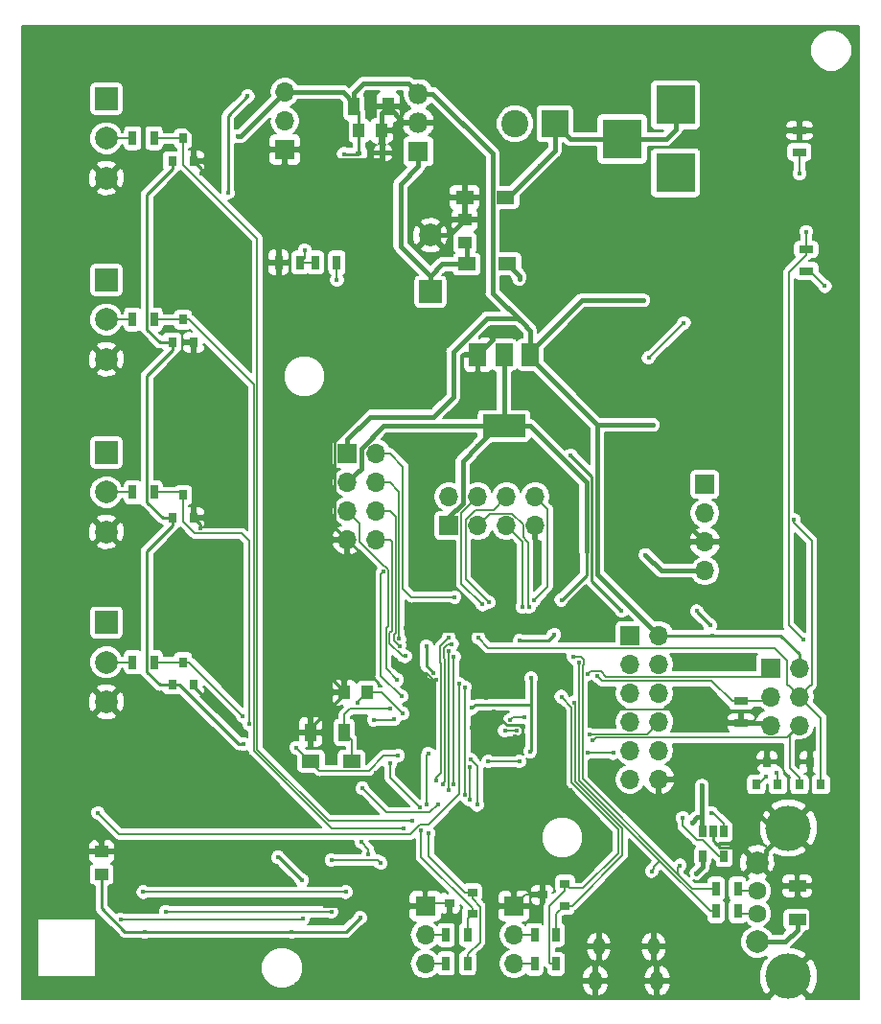
<source format=gbr>
G04 #@! TF.GenerationSoftware,KiCad,Pcbnew,5.0.0*
G04 #@! TF.CreationDate,2018-07-21T14:27:13+02:00*
G04 #@! TF.ProjectId,node_1,6E6F64655F312E6B696361645F706362,rev?*
G04 #@! TF.SameCoordinates,Original*
G04 #@! TF.FileFunction,Copper,L2,Bot,Signal*
G04 #@! TF.FilePolarity,Positive*
%FSLAX46Y46*%
G04 Gerber Fmt 4.6, Leading zero omitted, Abs format (unit mm)*
G04 Created by KiCad (PCBNEW 5.0.0) date Sat Jul 21 14:27:13 2018*
%MOMM*%
%LPD*%
G01*
G04 APERTURE LIST*
G04 #@! TA.AperFunction,ComponentPad*
%ADD10C,4.000000*%
G04 #@! TD*
G04 #@! TA.AperFunction,ComponentPad*
%ADD11C,1.600000*%
G04 #@! TD*
G04 #@! TA.AperFunction,ComponentPad*
%ADD12C,2.000000*%
G04 #@! TD*
G04 #@! TA.AperFunction,SMDPad,CuDef*
%ADD13R,1.250000X1.000000*%
G04 #@! TD*
G04 #@! TA.AperFunction,SMDPad,CuDef*
%ADD14R,1.000000X1.250000*%
G04 #@! TD*
G04 #@! TA.AperFunction,SMDPad,CuDef*
%ADD15R,1.000000X1.600000*%
G04 #@! TD*
G04 #@! TA.AperFunction,SMDPad,CuDef*
%ADD16R,1.600000X1.000000*%
G04 #@! TD*
G04 #@! TA.AperFunction,SMDPad,CuDef*
%ADD17R,0.600000X0.450000*%
G04 #@! TD*
G04 #@! TA.AperFunction,SMDPad,CuDef*
%ADD18R,0.800000X0.900000*%
G04 #@! TD*
G04 #@! TA.AperFunction,ComponentPad*
%ADD19R,3.500000X3.500000*%
G04 #@! TD*
G04 #@! TA.AperFunction,ComponentPad*
%ADD20R,2.400000X2.400000*%
G04 #@! TD*
G04 #@! TA.AperFunction,ComponentPad*
%ADD21C,2.400000*%
G04 #@! TD*
G04 #@! TA.AperFunction,ComponentPad*
%ADD22R,1.700000X1.700000*%
G04 #@! TD*
G04 #@! TA.AperFunction,ComponentPad*
%ADD23O,1.700000X1.700000*%
G04 #@! TD*
G04 #@! TA.AperFunction,SMDPad,CuDef*
%ADD24R,1.600200X1.198880*%
G04 #@! TD*
G04 #@! TA.AperFunction,SMDPad,CuDef*
%ADD25R,3.800000X2.000000*%
G04 #@! TD*
G04 #@! TA.AperFunction,SMDPad,CuDef*
%ADD26R,1.500000X2.000000*%
G04 #@! TD*
G04 #@! TA.AperFunction,ComponentPad*
%ADD27R,1.800000X1.800000*%
G04 #@! TD*
G04 #@! TA.AperFunction,ComponentPad*
%ADD28O,1.800000X1.800000*%
G04 #@! TD*
G04 #@! TA.AperFunction,ComponentPad*
%ADD29R,2.000000X2.000000*%
G04 #@! TD*
G04 #@! TA.AperFunction,SMDPad,CuDef*
%ADD30R,0.900000X0.800000*%
G04 #@! TD*
G04 #@! TA.AperFunction,SMDPad,CuDef*
%ADD31R,0.700000X1.300000*%
G04 #@! TD*
G04 #@! TA.AperFunction,SMDPad,CuDef*
%ADD32R,1.300000X0.700000*%
G04 #@! TD*
G04 #@! TA.AperFunction,SMDPad,CuDef*
%ADD33R,0.650000X1.060000*%
G04 #@! TD*
G04 #@! TA.AperFunction,ComponentPad*
%ADD34O,1.100000X1.500000*%
G04 #@! TD*
G04 #@! TA.AperFunction,ComponentPad*
%ADD35O,1.200000X1.700000*%
G04 #@! TD*
G04 #@! TA.AperFunction,ViaPad*
%ADD36C,0.400000*%
G04 #@! TD*
G04 #@! TA.AperFunction,Conductor*
%ADD37C,0.400000*%
G04 #@! TD*
G04 #@! TA.AperFunction,Conductor*
%ADD38C,0.250000*%
G04 #@! TD*
G04 #@! TA.AperFunction,Conductor*
%ADD39C,0.153000*%
G04 #@! TD*
G04 #@! TA.AperFunction,Conductor*
%ADD40C,0.180000*%
G04 #@! TD*
G04 APERTURE END LIST*
D10*
G04 #@! TO.P,J11,5*
G04 #@! TO.N,GND*
X81220000Y-84400000D03*
X81220000Y-97500000D03*
D11*
G04 #@! TO.P,J11,2*
G04 #@! TO.N,Net-(J11-Pad2)*
X78470000Y-91940000D03*
D12*
G04 #@! TO.P,J11,1*
G04 #@! TO.N,Net-(C8-Pad1)*
X78470000Y-94460000D03*
D11*
G04 #@! TO.P,J11,3*
G04 #@! TO.N,Net-(J11-Pad3)*
X78470000Y-89960000D03*
D12*
G04 #@! TO.P,J11,4*
G04 #@! TO.N,GND*
X78470000Y-87440000D03*
G04 #@! TD*
D13*
G04 #@! TO.P,C2,1*
G04 #@! TO.N,Net-(C1-Pad1)*
X52650000Y-32700000D03*
G04 #@! TO.P,C2,2*
G04 #@! TO.N,GND*
X52650000Y-30700000D03*
G04 #@! TD*
D14*
G04 #@! TO.P,C3,1*
G04 #@! TO.N,+5V*
X43298649Y-22800426D03*
G04 #@! TO.P,C3,2*
G04 #@! TO.N,GND*
X45298649Y-22800426D03*
G04 #@! TD*
D15*
G04 #@! TO.P,C4,1*
G04 #@! TO.N,+5V*
X42848649Y-20700426D03*
G04 #@! TO.P,C4,2*
G04 #@! TO.N,GND*
X45848649Y-20700426D03*
G04 #@! TD*
D16*
G04 #@! TO.P,C8,1*
G04 #@! TO.N,Net-(C8-Pad1)*
X82000000Y-92500000D03*
G04 #@! TO.P,C8,2*
G04 #@! TO.N,GND*
X82000000Y-89500000D03*
G04 #@! TD*
D15*
G04 #@! TO.P,C9,2*
G04 #@! TO.N,Net-(C9-Pad2)*
X42000000Y-75950000D03*
G04 #@! TO.P,C9,1*
G04 #@! TO.N,GND*
X39000000Y-75950000D03*
G04 #@! TD*
D14*
G04 #@! TO.P,C14,1*
G04 #@! TO.N,ADC_CH1*
X44000000Y-72425000D03*
G04 #@! TO.P,C14,2*
G04 #@! TO.N,GND*
X42000000Y-72425000D03*
G04 #@! TD*
D17*
G04 #@! TO.P,D4,1*
G04 #@! TO.N,+5V*
X43298649Y-24800426D03*
G04 #@! TO.P,D4,2*
G04 #@! TO.N,GND*
X45398649Y-24800426D03*
G04 #@! TD*
D18*
G04 #@! TO.P,D5,1*
G04 #@! TO.N,GND*
X28700000Y-71750000D03*
G04 #@! TO.P,D5,2*
G04 #@! TO.N,+3V3*
X26800000Y-71750000D03*
G04 #@! TO.P,D5,3*
G04 #@! TO.N,ADC_CH1*
X27750000Y-69750000D03*
G04 #@! TD*
G04 #@! TO.P,D6,1*
G04 #@! TO.N,GND*
X28700000Y-57000000D03*
G04 #@! TO.P,D6,2*
G04 #@! TO.N,+3V3*
X26800000Y-57000000D03*
G04 #@! TO.P,D6,3*
G04 #@! TO.N,ADC_CH2*
X27750000Y-55000000D03*
G04 #@! TD*
G04 #@! TO.P,D7,1*
G04 #@! TO.N,GND*
X28700000Y-41500000D03*
G04 #@! TO.P,D7,2*
G04 #@! TO.N,+3V3*
X26800000Y-41500000D03*
G04 #@! TO.P,D7,3*
G04 #@! TO.N,ADC_CH3*
X27750000Y-39500000D03*
G04 #@! TD*
G04 #@! TO.P,D8,1*
G04 #@! TO.N,GND*
X28700000Y-25500000D03*
G04 #@! TO.P,D8,2*
G04 #@! TO.N,+3V3*
X26800000Y-25500000D03*
G04 #@! TO.P,D8,3*
G04 #@! TO.N,ADC_CH4*
X27750000Y-23500000D03*
G04 #@! TD*
D19*
G04 #@! TO.P,J5,1*
G04 #@! TO.N,Net-(F1-Pad2)*
X71250000Y-26550000D03*
G04 #@! TO.P,J5,2*
G04 #@! TO.N,Net-(D2-Pad2)*
X71250000Y-20550000D03*
G04 #@! TO.P,J5,3*
X66550000Y-23550000D03*
G04 #@! TD*
D20*
G04 #@! TO.P,J6,1*
G04 #@! TO.N,Net-(D2-Pad2)*
X60600000Y-22200000D03*
D21*
G04 #@! TO.P,J6,2*
G04 #@! TO.N,Net-(F1-Pad2)*
X57100000Y-22200000D03*
G04 #@! TD*
D22*
G04 #@! TO.P,J8,1*
G04 #@! TO.N,IC2_SDA*
X73850000Y-54050000D03*
D23*
G04 #@! TO.P,J8,2*
G04 #@! TO.N,IC2_SCL*
X73850000Y-56590000D03*
G04 #@! TO.P,J8,3*
G04 #@! TO.N,GND*
X73850000Y-59130000D03*
G04 #@! TO.P,J8,4*
G04 #@! TO.N,+3V3*
X73850000Y-61670000D03*
G04 #@! TD*
D22*
G04 #@! TO.P,J9,1*
G04 #@! TO.N,+3V3*
X51250000Y-57700000D03*
D23*
G04 #@! TO.P,J9,2*
G04 #@! TO.N,~RESET*
X51250000Y-55160000D03*
G04 #@! TO.P,J9,3*
G04 #@! TO.N,SWDIO*
X53790000Y-57700000D03*
G04 #@! TO.P,J9,4*
G04 #@! TO.N,NJTRST*
X53790000Y-55160000D03*
G04 #@! TO.P,J9,5*
G04 #@! TO.N,SWCLK*
X56330000Y-57700000D03*
G04 #@! TO.P,J9,6*
G04 #@! TO.N,JTDO*
X56330000Y-55160000D03*
G04 #@! TO.P,J9,7*
G04 #@! TO.N,GND*
X58870000Y-57700000D03*
G04 #@! TO.P,J9,8*
G04 #@! TO.N,JTDI*
X58870000Y-55160000D03*
G04 #@! TD*
D22*
G04 #@! TO.P,J10,1*
G04 #@! TO.N,USART1_TX*
X79650000Y-70250000D03*
D23*
G04 #@! TO.P,J10,2*
G04 #@! TO.N,+5V*
X82190000Y-70250000D03*
G04 #@! TO.P,J10,3*
G04 #@! TO.N,USART1_RX*
X79650000Y-72790000D03*
G04 #@! TO.P,J10,4*
G04 #@! TO.N,BOOT0*
X82190000Y-72790000D03*
G04 #@! TO.P,J10,5*
G04 #@! TO.N,GND*
X79650000Y-75330000D03*
G04 #@! TO.P,J10,6*
G04 #@! TO.N,~RESET*
X82190000Y-75330000D03*
G04 #@! TD*
D24*
G04 #@! TO.P,L2,1*
G04 #@! TO.N,Net-(D2-Pad2)*
X56250860Y-28700000D03*
G04 #@! TO.P,L2,2*
G04 #@! TO.N,GND*
X52649140Y-28700000D03*
G04 #@! TD*
D25*
G04 #@! TO.P,U1,2*
G04 #@! TO.N,+3V3*
X56100000Y-48900000D03*
D26*
X56100000Y-42600000D03*
G04 #@! TO.P,U1,3*
G04 #@! TO.N,+5V*
X58400000Y-42600000D03*
G04 #@! TO.P,U1,1*
G04 #@! TO.N,GND*
X53800000Y-42600000D03*
G04 #@! TD*
D27*
G04 #@! TO.P,U5,1*
G04 #@! TO.N,Net-(C1-Pad1)*
X48550000Y-24650000D03*
D28*
G04 #@! TO.P,U5,2*
G04 #@! TO.N,GND*
X48550000Y-22110000D03*
G04 #@! TO.P,U5,3*
G04 #@! TO.N,+5V*
X48550000Y-19570000D03*
G04 #@! TD*
D29*
G04 #@! TO.P,C1,1*
G04 #@! TO.N,Net-(C1-Pad1)*
X49600000Y-37050000D03*
D12*
G04 #@! TO.P,C1,2*
G04 #@! TO.N,GND*
X49600000Y-32050000D03*
G04 #@! TD*
D29*
G04 #@! TO.P,J1,1*
G04 #@! TO.N,Net-(C13-Pad1)*
X21000000Y-66250000D03*
D12*
G04 #@! TO.P,J1,2*
G04 #@! TO.N,Net-(J1-Pad2)*
X21000000Y-69750000D03*
G04 #@! TO.P,J1,3*
G04 #@! TO.N,GND*
X21000000Y-73250000D03*
G04 #@! TD*
D29*
G04 #@! TO.P,J2,1*
G04 #@! TO.N,Net-(C15-Pad1)*
X21000000Y-51250000D03*
D12*
G04 #@! TO.P,J2,2*
G04 #@! TO.N,Net-(J2-Pad2)*
X21000000Y-54750000D03*
G04 #@! TO.P,J2,3*
G04 #@! TO.N,GND*
X21000000Y-58250000D03*
G04 #@! TD*
D29*
G04 #@! TO.P,J3,1*
G04 #@! TO.N,Net-(C17-Pad1)*
X21000000Y-36000000D03*
D12*
G04 #@! TO.P,J3,2*
G04 #@! TO.N,Net-(J3-Pad2)*
X21000000Y-39500000D03*
G04 #@! TO.P,J3,3*
G04 #@! TO.N,GND*
X21000000Y-43000000D03*
G04 #@! TD*
D29*
G04 #@! TO.P,J4,1*
G04 #@! TO.N,Net-(C19-Pad1)*
X21000000Y-20000000D03*
D12*
G04 #@! TO.P,J4,2*
G04 #@! TO.N,Net-(J4-Pad2)*
X21000000Y-23500000D03*
G04 #@! TO.P,J4,3*
G04 #@! TO.N,GND*
X21000000Y-27000000D03*
G04 #@! TD*
D30*
G04 #@! TO.P,D9,1*
G04 #@! TO.N,USART2_RX*
X53300000Y-90100000D03*
G04 #@! TO.P,D9,2*
G04 #@! TO.N,USART2_TX*
X53300000Y-92000000D03*
G04 #@! TO.P,D9,3*
G04 #@! TO.N,GND*
X51300000Y-91050000D03*
G04 #@! TD*
G04 #@! TO.P,D10,1*
G04 #@! TO.N,USART3_RX*
X61500000Y-89350000D03*
G04 #@! TO.P,D10,2*
G04 #@! TO.N,USART3_TX*
X61500000Y-91250000D03*
G04 #@! TO.P,D10,3*
G04 #@! TO.N,GND*
X59500000Y-90300000D03*
G04 #@! TD*
D22*
G04 #@! TO.P,J12,1*
G04 #@! TO.N,GND*
X49150000Y-91300000D03*
D23*
G04 #@! TO.P,J12,2*
G04 #@! TO.N,Net-(J12-Pad2)*
X49150000Y-93840000D03*
G04 #@! TO.P,J12,3*
G04 #@! TO.N,Net-(J12-Pad3)*
X49150000Y-96380000D03*
G04 #@! TD*
D22*
G04 #@! TO.P,J13,1*
G04 #@! TO.N,GND*
X57000000Y-91300000D03*
D23*
G04 #@! TO.P,J13,2*
G04 #@! TO.N,Net-(J13-Pad2)*
X57000000Y-93840000D03*
G04 #@! TO.P,J13,3*
G04 #@! TO.N,Net-(J13-Pad3)*
X57000000Y-96380000D03*
G04 #@! TD*
D22*
G04 #@! TO.P,J14,1*
G04 #@! TO.N,GND*
X36750000Y-24500000D03*
D23*
G04 #@! TO.P,J14,2*
G04 #@! TO.N,Net-(J14-Pad2)*
X36750000Y-21960000D03*
G04 #@! TO.P,J14,3*
G04 #@! TO.N,+5V*
X36750000Y-19420000D03*
G04 #@! TD*
D24*
G04 #@! TO.P,L1,1*
G04 #@! TO.N,Net-(D1-Pad1)*
X56401720Y-34600000D03*
G04 #@! TO.P,L1,2*
G04 #@! TO.N,Net-(C1-Pad1)*
X52800000Y-34600000D03*
G04 #@! TD*
G04 #@! TO.P,L3,1*
G04 #@! TO.N,+3V3*
X39049140Y-78500000D03*
G04 #@! TO.P,L3,2*
G04 #@! TO.N,Net-(C9-Pad2)*
X42650860Y-78500000D03*
G04 #@! TD*
D31*
G04 #@! TO.P,R1,1*
G04 #@! TO.N,VDDA*
X41350000Y-34450000D03*
G04 #@! TO.P,R1,2*
G04 #@! TO.N,Net-(R1-Pad2)*
X39450000Y-34450000D03*
G04 #@! TD*
G04 #@! TO.P,R2,1*
G04 #@! TO.N,Net-(R1-Pad2)*
X38100000Y-34450000D03*
G04 #@! TO.P,R2,2*
G04 #@! TO.N,GND*
X36200000Y-34450000D03*
G04 #@! TD*
D32*
G04 #@! TO.P,R3,1*
G04 #@! TO.N,GND*
X77050000Y-75100000D03*
G04 #@! TO.P,R3,2*
G04 #@! TO.N,USART1_RX*
X77050000Y-73200000D03*
G04 #@! TD*
D31*
G04 #@! TO.P,R4,1*
G04 #@! TO.N,USB_DM*
X74850000Y-91750000D03*
G04 #@! TO.P,R4,2*
G04 #@! TO.N,Net-(J11-Pad2)*
X76750000Y-91750000D03*
G04 #@! TD*
G04 #@! TO.P,R5,1*
G04 #@! TO.N,USB_DP*
X74850000Y-89750000D03*
G04 #@! TO.P,R5,2*
G04 #@! TO.N,Net-(J11-Pad3)*
X76750000Y-89750000D03*
G04 #@! TD*
G04 #@! TO.P,R6,1*
G04 #@! TO.N,Net-(J2-Pad2)*
X23300000Y-54750000D03*
G04 #@! TO.P,R6,2*
G04 #@! TO.N,ADC_CH2*
X25200000Y-54750000D03*
G04 #@! TD*
G04 #@! TO.P,R7,1*
G04 #@! TO.N,Net-(J3-Pad2)*
X23300000Y-39500000D03*
G04 #@! TO.P,R7,2*
G04 #@! TO.N,ADC_CH3*
X25200000Y-39500000D03*
G04 #@! TD*
D32*
G04 #@! TO.P,R8,1*
G04 #@! TO.N,+3V3*
X82800000Y-35200000D03*
G04 #@! TO.P,R8,2*
G04 #@! TO.N,~RESET*
X82800000Y-33300000D03*
G04 #@! TD*
G04 #@! TO.P,R10,1*
G04 #@! TO.N,BOOT0*
X82200000Y-24700000D03*
G04 #@! TO.P,R10,2*
G04 #@! TO.N,GND*
X82200000Y-22800000D03*
G04 #@! TD*
D31*
G04 #@! TO.P,R11,1*
G04 #@! TO.N,USART3_RX*
X60700000Y-96400000D03*
G04 #@! TO.P,R11,2*
G04 #@! TO.N,Net-(J13-Pad3)*
X58800000Y-96400000D03*
G04 #@! TD*
G04 #@! TO.P,R12,1*
G04 #@! TO.N,USART3_TX*
X60700000Y-93850000D03*
G04 #@! TO.P,R12,2*
G04 #@! TO.N,Net-(J13-Pad2)*
X58800000Y-93850000D03*
G04 #@! TD*
G04 #@! TO.P,R13,1*
G04 #@! TO.N,Net-(J1-Pad2)*
X23300000Y-69750000D03*
G04 #@! TO.P,R13,2*
G04 #@! TO.N,ADC_CH1*
X25200000Y-69750000D03*
G04 #@! TD*
G04 #@! TO.P,R14,1*
G04 #@! TO.N,Net-(J4-Pad2)*
X23300000Y-23500000D03*
G04 #@! TO.P,R14,2*
G04 #@! TO.N,ADC_CH4*
X25200000Y-23500000D03*
G04 #@! TD*
G04 #@! TO.P,R15,1*
G04 #@! TO.N,USART2_RX*
X52900000Y-96350000D03*
G04 #@! TO.P,R15,2*
G04 #@! TO.N,Net-(J12-Pad3)*
X51000000Y-96350000D03*
G04 #@! TD*
G04 #@! TO.P,R16,1*
G04 #@! TO.N,USART2_TX*
X52900000Y-93850000D03*
G04 #@! TO.P,R16,2*
G04 #@! TO.N,Net-(J12-Pad2)*
X51000000Y-93850000D03*
G04 #@! TD*
D33*
G04 #@! TO.P,U4,1*
G04 #@! TO.N,+5V*
X73650000Y-84700000D03*
G04 #@! TO.P,U4,2*
G04 #@! TO.N,GND*
X74600000Y-84700000D03*
G04 #@! TO.P,U4,3*
G04 #@! TO.N,USB_PWR_EN*
X75550000Y-84700000D03*
G04 #@! TO.P,U4,4*
G04 #@! TO.N,USB_FAULT*
X75550000Y-86900000D03*
G04 #@! TO.P,U4,5*
G04 #@! TO.N,Net-(C8-Pad1)*
X73650000Y-86900000D03*
G04 #@! TD*
D23*
G04 #@! TO.P,J7,8*
G04 #@! TO.N,PC15*
X44818088Y-58942918D03*
G04 #@! TO.P,J7,7*
G04 #@! TO.N,GND*
X42278088Y-58942918D03*
G04 #@! TO.P,J7,6*
G04 #@! TO.N,PC14*
X44818088Y-56402918D03*
G04 #@! TO.P,J7,5*
G04 #@! TO.N,PC0*
X42278088Y-56402918D03*
G04 #@! TO.P,J7,4*
G04 #@! TO.N,PC13*
X44818088Y-53862918D03*
G04 #@! TO.P,J7,3*
G04 #@! TO.N,+3V3*
X42278088Y-53862918D03*
G04 #@! TO.P,J7,2*
G04 #@! TO.N,PB8*
X44818088Y-51322918D03*
D22*
G04 #@! TO.P,J7,1*
G04 #@! TO.N,+5V*
X42278088Y-51322918D03*
G04 #@! TD*
G04 #@! TO.P,J15,1*
G04 #@! TO.N,PB5*
X67250000Y-67400000D03*
D23*
G04 #@! TO.P,J15,2*
G04 #@! TO.N,+5V*
X69790000Y-67400000D03*
G04 #@! TO.P,J15,3*
G04 #@! TO.N,PD2*
X67250000Y-69940000D03*
G04 #@! TO.P,J15,4*
G04 #@! TO.N,+3V3*
X69790000Y-69940000D03*
G04 #@! TO.P,J15,5*
G04 #@! TO.N,PA8*
X67250000Y-72480000D03*
G04 #@! TO.P,J15,6*
G04 #@! TO.N,PA7*
X69790000Y-72480000D03*
G04 #@! TO.P,J15,7*
G04 #@! TO.N,PB15*
X67250000Y-75020000D03*
G04 #@! TO.P,J15,8*
G04 #@! TO.N,PA5*
X69790000Y-75020000D03*
G04 #@! TO.P,J15,9*
G04 #@! TO.N,PB14*
X67250000Y-77560000D03*
G04 #@! TO.P,J15,10*
G04 #@! TO.N,VDDA*
X69790000Y-77560000D03*
G04 #@! TO.P,J15,11*
G04 #@! TO.N,PB13*
X67250000Y-80100000D03*
G04 #@! TO.P,J15,12*
G04 #@! TO.N,GND*
X69790000Y-80100000D03*
G04 #@! TD*
D13*
G04 #@! TO.P,C21,1*
G04 #@! TO.N,+3V3*
X20575000Y-88500000D03*
G04 #@! TO.P,C21,2*
G04 #@! TO.N,GND*
X20575000Y-86500000D03*
G04 #@! TD*
D34*
G04 #@! TO.P,J16,6*
G04 #@! TO.N,GND*
X64480000Y-94880000D03*
X69320000Y-94880000D03*
D35*
X64170000Y-97880000D03*
X69630000Y-97880000D03*
G04 #@! TD*
D18*
G04 #@! TO.P,D13,3*
G04 #@! TO.N,GND*
X79350000Y-78550000D03*
G04 #@! TO.P,D13,2*
G04 #@! TO.N,USART1_RX*
X78400000Y-80550000D03*
G04 #@! TO.P,D13,1*
G04 #@! TO.N,USART1_TX*
X80300000Y-80550000D03*
G04 #@! TD*
G04 #@! TO.P,D14,1*
G04 #@! TO.N,BOOT0*
X84100000Y-80550000D03*
G04 #@! TO.P,D14,2*
G04 #@! TO.N,~RESET*
X82200000Y-80550000D03*
G04 #@! TO.P,D14,3*
G04 #@! TO.N,GND*
X83150000Y-78550000D03*
G04 #@! TD*
D36*
G04 #@! TO.N,GND*
X20000000Y-85200000D03*
X58800000Y-67025000D03*
X50600000Y-66925000D03*
X53400000Y-72900000D03*
X56805203Y-67055203D03*
X56700000Y-69300000D03*
X54525000Y-72875000D03*
X55200000Y-74125000D03*
X57089774Y-76333781D03*
X57900000Y-84100000D03*
X59125000Y-79100000D03*
X59125000Y-78095500D03*
X29450000Y-72650000D03*
X29250000Y-57945500D03*
X27750000Y-41550000D03*
X29400000Y-26600000D03*
X26600000Y-20900000D03*
X53850000Y-44350000D03*
X47400000Y-66700000D03*
X44100000Y-65750000D03*
X42700000Y-67100000D03*
X49650000Y-47250000D03*
X57925000Y-81970490D03*
X55200000Y-88600000D03*
X61950000Y-81050000D03*
X64550000Y-84100000D03*
X69800000Y-84000000D03*
X55150000Y-40600000D03*
X66600000Y-45850000D03*
X74000000Y-46100000D03*
X80150000Y-57700000D03*
X80150000Y-61950000D03*
X80100000Y-19770000D03*
X71150000Y-60500000D03*
X72450000Y-64050000D03*
X75600000Y-66450000D03*
X75350000Y-75100000D03*
X75400000Y-80000000D03*
X32700000Y-32100000D03*
X26650000Y-30200000D03*
X36150000Y-36050000D03*
X38900000Y-31600000D03*
X38900000Y-28300000D03*
X41400000Y-86100000D03*
X32250000Y-86100000D03*
X40350000Y-76050000D03*
X39150000Y-67600000D03*
X68900000Y-56000000D03*
X52000000Y-87000000D03*
X51000000Y-84000000D03*
X28000000Y-47000000D03*
X30750000Y-46750000D03*
X52750000Y-49750000D03*
X49250000Y-51000000D03*
X28500000Y-62250000D03*
X30750000Y-62000000D03*
X39750000Y-90750000D03*
X43250000Y-91250000D03*
X56500000Y-71000000D03*
X58250000Y-69500000D03*
X57000000Y-72750000D03*
X53250000Y-75500000D03*
X44750000Y-79500000D03*
X48000000Y-80250000D03*
X47500000Y-78750000D03*
X64900000Y-73350000D03*
X54150000Y-67025000D03*
X52500000Y-67575000D03*
X50145500Y-71300000D03*
X46300000Y-69550000D03*
X60000000Y-47000000D03*
X82000000Y-62000000D03*
X82000000Y-64000000D03*
X68000000Y-55000000D03*
X75350000Y-69750000D03*
G04 #@! TO.N,+5V*
X41950000Y-24875000D03*
X68425000Y-37800000D03*
X69250000Y-48800000D03*
X32600000Y-23300000D03*
X74475000Y-67400000D03*
X73600000Y-80650000D03*
X72700000Y-83900000D03*
G04 #@! TO.N,+3V3*
X53800000Y-50675000D03*
X84450000Y-36550000D03*
X24375000Y-93550000D03*
X43400000Y-92325000D03*
X63375000Y-60000000D03*
X68600000Y-60275000D03*
X61175000Y-64250000D03*
X60550000Y-67325000D03*
X57475000Y-67850000D03*
X58500000Y-71175000D03*
X58425000Y-77625000D03*
X53250000Y-73800000D03*
X49900000Y-70725000D03*
X49250000Y-68350000D03*
X46750000Y-78000000D03*
X33100000Y-77000000D03*
X37350000Y-93550000D03*
X38250000Y-89000000D03*
X37750000Y-77300000D03*
X36150000Y-87000000D03*
G04 #@! TO.N,VDDA*
X33475000Y-19775000D03*
X31725000Y-28325000D03*
X41350000Y-36000000D03*
X62000000Y-51475000D03*
X66500000Y-65225000D03*
X73125000Y-65250000D03*
X74300000Y-66475000D03*
G04 #@! TO.N,Net-(C8-Pad1)*
X73100000Y-88375000D03*
G04 #@! TO.N,Net-(C9-Pad2)*
X46025000Y-73850000D03*
G04 #@! TO.N,ADC_CH1*
X47150000Y-74300000D03*
X33050000Y-74500000D03*
X43150000Y-73350000D03*
G04 #@! TO.N,ADC_CH2*
X44600000Y-74850000D03*
X46400000Y-74800000D03*
X33589490Y-75225000D03*
G04 #@! TO.N,ADC_CH3*
X53079500Y-81900000D03*
X53079500Y-79020500D03*
X47275000Y-84425000D03*
G04 #@! TO.N,ADC_CH4*
X53750000Y-82350000D03*
X53200000Y-78375000D03*
X48000000Y-83725000D03*
G04 #@! TO.N,Net-(D1-Pad1)*
X57450000Y-35900000D03*
G04 #@! TO.N,Net-(D2-Pad2)*
X59250000Y-25901520D03*
G04 #@! TO.N,RFM_RESET*
X52650000Y-71970490D03*
X43596297Y-80896297D03*
X50250000Y-82300000D03*
X52650000Y-81500000D03*
G04 #@! TO.N,RFM_SPI_SCK*
X26250000Y-91800000D03*
X40850000Y-91800000D03*
X51679500Y-80550000D03*
X51679500Y-69281725D03*
G04 #@! TO.N,RFM_SPI_MISO*
X24250000Y-90050000D03*
X42150000Y-90050000D03*
X51200000Y-68750000D03*
X51250000Y-81050000D03*
G04 #@! TO.N,RFM_SPI_MOSI*
X50750000Y-80550000D03*
X51508943Y-68157279D03*
X22250000Y-92450000D03*
X38350000Y-92400000D03*
G04 #@! TO.N,RFM_SPI_NSS*
X20250000Y-83050000D03*
X52176344Y-71685057D03*
G04 #@! TO.N,PA5*
X63650000Y-76150000D03*
X57900000Y-74600000D03*
X56650000Y-74825000D03*
G04 #@! TO.N,PA7*
X65750000Y-77775000D03*
X63485510Y-77750000D03*
X57250000Y-75804500D03*
X56175002Y-75800000D03*
G04 #@! TO.N,PB8*
X51750000Y-64000000D03*
G04 #@! TO.N,~RESET*
X63950000Y-76675000D03*
X82800000Y-31750000D03*
X82525000Y-67750000D03*
G04 #@! TO.N,SWDIO*
X58303003Y-64875000D03*
G04 #@! TO.N,NJTRST*
X54200000Y-64650000D03*
G04 #@! TO.N,SWCLK*
X57750000Y-64875000D03*
G04 #@! TO.N,JTDO*
X54750000Y-64475000D03*
G04 #@! TO.N,JTDI*
X58725000Y-64300000D03*
G04 #@! TO.N,USART1_TX*
X63525000Y-70800000D03*
X80150000Y-79550000D03*
G04 #@! TO.N,USART1_RX*
X64375000Y-71000000D03*
X79250000Y-79850000D03*
G04 #@! TO.N,BOOT0*
X53825000Y-67575000D03*
X82200000Y-26600000D03*
X81675000Y-57150000D03*
G04 #@! TO.N,Net-(LED_CH1-Pad4)*
X72000000Y-39800000D03*
X68875000Y-42875000D03*
G04 #@! TO.N,LED_DATA*
X45431547Y-61763953D03*
X47050000Y-72775000D03*
G04 #@! TO.N,Net-(R1-Pad2)*
X38500000Y-33375000D03*
G04 #@! TO.N,USB_DM*
X62750000Y-69750000D03*
X69150000Y-88200000D03*
G04 #@! TO.N,USB_DP*
X62250000Y-69250000D03*
X71650000Y-87700000D03*
G04 #@! TO.N,USART3_RX*
X61175000Y-72800000D03*
G04 #@! TO.N,USART3_TX*
X62300000Y-73300000D03*
G04 #@! TO.N,USART2_RX*
X49250000Y-82350000D03*
X49425000Y-77800000D03*
X49441306Y-84860521D03*
G04 #@! TO.N,USART2_TX*
X48700000Y-82600000D03*
X46025000Y-78675000D03*
X48788955Y-84618465D03*
G04 #@! TO.N,PC13*
X46850000Y-67700000D03*
G04 #@! TO.N,PC14*
X46871297Y-68328703D03*
G04 #@! TO.N,PC15*
X47400000Y-69229500D03*
G04 #@! TO.N,PC0*
X46675000Y-71300000D03*
G04 #@! TO.N,USB_PWR_EN*
X74425000Y-83060510D03*
X57475000Y-78525000D03*
X54725000Y-78525000D03*
G04 #@! TO.N,USB_FAULT*
X71900000Y-83490010D03*
G04 #@! TO.N,Net-(R19-Pad2)*
X45225000Y-87499998D03*
X40875000Y-87225000D03*
G04 #@! TO.N,FLASH_CS*
X44150000Y-86725000D03*
X43508797Y-85633797D03*
X50125000Y-80225000D03*
X51225000Y-67575000D03*
G04 #@! TD*
D37*
G04 #@! TO.N,Net-(C1-Pad1)*
X51599900Y-34600000D02*
X52800000Y-34600000D01*
X50650000Y-34600000D02*
X51599900Y-34600000D01*
X49600000Y-35650000D02*
X50650000Y-34600000D01*
X49600000Y-37050000D02*
X49600000Y-35650000D01*
X52800000Y-32850000D02*
X52650000Y-32700000D01*
X52800000Y-34600000D02*
X52800000Y-32850000D01*
X49600000Y-35650000D02*
X46950000Y-33000000D01*
X48550000Y-25950000D02*
X48550000Y-24650000D01*
X46950000Y-27550000D02*
X48550000Y-25950000D01*
X46950000Y-33000000D02*
X46950000Y-27550000D01*
G04 #@! TO.N,GND*
X51300000Y-32050000D02*
X52650000Y-30700000D01*
X49600000Y-32050000D02*
X51300000Y-32050000D01*
X52650000Y-28700860D02*
X52649140Y-28700000D01*
X52650000Y-30700000D02*
X52650000Y-28700860D01*
X51235000Y-22110000D02*
X48550000Y-22110000D01*
X52650000Y-23525000D02*
X51235000Y-22110000D01*
X52650000Y-27699700D02*
X52650000Y-23525000D01*
X52649140Y-28700000D02*
X52649140Y-27700560D01*
X52649140Y-27700560D02*
X52650000Y-27699700D01*
D38*
X20575000Y-86500000D02*
X20575000Y-85775000D01*
X20575000Y-85775000D02*
X20000000Y-85200000D01*
X50700000Y-67025000D02*
X50600000Y-66925000D01*
X53800000Y-72500000D02*
X53400000Y-72900000D01*
X53800000Y-68875000D02*
X53800000Y-72500000D01*
X51950000Y-67025000D02*
X50700000Y-67025000D01*
X52250000Y-67025000D02*
X51950000Y-67025000D01*
X56775000Y-67025000D02*
X56805203Y-67055203D01*
X58800000Y-67025000D02*
X56775000Y-67025000D01*
X54525000Y-71475000D02*
X54525000Y-72875000D01*
X56401499Y-75326499D02*
X57479441Y-75326499D01*
X57479441Y-75326499D02*
X57728001Y-75575059D01*
X57728001Y-75575059D02*
X57728001Y-76033941D01*
X57728001Y-76033941D02*
X57428161Y-76333781D01*
X57428161Y-76333781D02*
X57089774Y-76333781D01*
X59125000Y-79100000D02*
X59125000Y-78095500D01*
X28700000Y-71750000D02*
X28700000Y-71900000D01*
X28700000Y-71900000D02*
X29450000Y-72650000D01*
X29250000Y-57550000D02*
X28700000Y-57000000D01*
X29250000Y-57945500D02*
X29250000Y-57550000D01*
X28650000Y-41550000D02*
X28700000Y-41500000D01*
X27750000Y-41550000D02*
X28650000Y-41550000D01*
X29400000Y-26200000D02*
X28700000Y-25500000D01*
X29400000Y-26600000D02*
X29400000Y-26200000D01*
X26600000Y-20999598D02*
X26600000Y-20900000D01*
X28700000Y-25500000D02*
X28700000Y-23099598D01*
X28700000Y-23099598D02*
X26600000Y-20999598D01*
X53850000Y-42650000D02*
X53800000Y-42600000D01*
X53850000Y-44350000D02*
X53850000Y-42650000D01*
X50600000Y-66925000D02*
X47625000Y-66925000D01*
X47625000Y-66925000D02*
X47400000Y-66700000D01*
X44100000Y-65750000D02*
X44050000Y-65750000D01*
X44050000Y-65750000D02*
X42700000Y-67100000D01*
X44100000Y-60764830D02*
X42278088Y-58942918D01*
X44100000Y-65750000D02*
X44100000Y-60764830D01*
X44150604Y-47250000D02*
X49650000Y-47250000D01*
X41150087Y-50250517D02*
X44150604Y-47250000D01*
X42278088Y-58942918D02*
X41150087Y-57814917D01*
X41150087Y-57814917D02*
X41150087Y-50250517D01*
D39*
X57900000Y-81995490D02*
X57925000Y-81970490D01*
X57900000Y-84100000D02*
X57900000Y-81995490D01*
X49400000Y-91050000D02*
X49150000Y-91300000D01*
X51300000Y-91050000D02*
X49400000Y-91050000D01*
X58000000Y-90300000D02*
X57000000Y-91300000D01*
X59500000Y-90300000D02*
X58000000Y-90300000D01*
X55303000Y-88600000D02*
X55200000Y-88600000D01*
X57000000Y-91300000D02*
X57000000Y-90297000D01*
X57000000Y-90297000D02*
X55303000Y-88600000D01*
D38*
X61950000Y-81050000D02*
X64550000Y-83650000D01*
X64550000Y-83650000D02*
X64550000Y-84100000D01*
X69800000Y-80110000D02*
X69790000Y-80100000D01*
X69800000Y-84000000D02*
X69800000Y-80110000D01*
D37*
X55150000Y-41250000D02*
X53800000Y-42600000D01*
X55150000Y-40600000D02*
X55150000Y-41250000D01*
X66600000Y-45850000D02*
X66850000Y-46100000D01*
X80150000Y-57700000D02*
X80150000Y-61950000D01*
D39*
X82200000Y-22800000D02*
X82200000Y-21870000D01*
X82200000Y-21870000D02*
X80100000Y-19770000D01*
D37*
X71150000Y-56430000D02*
X73850000Y-59130000D01*
X71150000Y-46100000D02*
X74000000Y-46100000D01*
X66850000Y-46100000D02*
X71150000Y-46100000D01*
X73850000Y-59130000D02*
X72520000Y-59130000D01*
X72520000Y-59130000D02*
X71150000Y-60500000D01*
X72450000Y-64050000D02*
X73200000Y-64050000D01*
X73200000Y-64050000D02*
X75600000Y-66450000D01*
X75350000Y-75100000D02*
X77050000Y-75100000D01*
X79420000Y-75100000D02*
X79650000Y-75330000D01*
X77050000Y-75100000D02*
X79420000Y-75100000D01*
X79800000Y-84400000D02*
X81220000Y-84400000D01*
X79220001Y-86689999D02*
X78470000Y-87440000D01*
X79220001Y-86399999D02*
X79220001Y-86689999D01*
X81220000Y-84400000D02*
X79220001Y-86399999D01*
X80530000Y-89500000D02*
X82000000Y-89500000D01*
X78470000Y-87440000D02*
X80530000Y-89500000D01*
X83219999Y-95500001D02*
X81220000Y-97500000D01*
X82000000Y-90400000D02*
X83219999Y-91619999D01*
X83219999Y-91619999D02*
X83219999Y-95500001D01*
X82000000Y-89500000D02*
X82000000Y-90400000D01*
D38*
X74600000Y-85480000D02*
X74600000Y-84700000D01*
X75211999Y-86091999D02*
X74600000Y-85480000D01*
X77121999Y-86091999D02*
X75211999Y-86091999D01*
X78470000Y-87440000D02*
X77121999Y-86091999D01*
D37*
X32700000Y-32100000D02*
X30800000Y-30200000D01*
X30800000Y-30200000D02*
X26650000Y-30200000D01*
D39*
X36200000Y-34450000D02*
X36200000Y-36000000D01*
X36200000Y-36000000D02*
X36150000Y-36050000D01*
D38*
X38900000Y-31600000D02*
X38900000Y-28300000D01*
D37*
X47258223Y-22110000D02*
X45848649Y-20700426D01*
X48550000Y-22110000D02*
X47258223Y-22110000D01*
X45298649Y-21250426D02*
X45848649Y-20700426D01*
X45298649Y-22800426D02*
X45298649Y-21250426D01*
X45398649Y-22900426D02*
X45298649Y-22800426D01*
X45398649Y-24800426D02*
X45398649Y-22900426D01*
X38000000Y-24500000D02*
X36750000Y-24500000D01*
X38928001Y-25428001D02*
X38000000Y-24500000D01*
X45396074Y-25428001D02*
X38928001Y-25428001D01*
X45398649Y-25425426D02*
X45396074Y-25428001D01*
X45398649Y-24800426D02*
X45398649Y-25425426D01*
D38*
X41400000Y-86100000D02*
X32250000Y-86100000D01*
X39100000Y-76050000D02*
X39000000Y-75950000D01*
X40350000Y-76050000D02*
X39100000Y-76050000D01*
X42000000Y-72550000D02*
X42000000Y-72425000D01*
X39000000Y-75550000D02*
X42000000Y-72550000D01*
X39000000Y-75950000D02*
X39000000Y-75550000D01*
X39150000Y-69450000D02*
X39150000Y-67600000D01*
X42000000Y-72425000D02*
X42000000Y-72300000D01*
X42000000Y-72300000D02*
X39150000Y-69450000D01*
D37*
X71150000Y-54032842D02*
X71150000Y-53900000D01*
X69182842Y-56000000D02*
X71150000Y-54032842D01*
X68900000Y-56000000D02*
X69182842Y-56000000D01*
X71150000Y-46100000D02*
X71150000Y-53900000D01*
X71150000Y-53900000D02*
X71150000Y-56430000D01*
X52000000Y-87000000D02*
X52000000Y-85000000D01*
X52000000Y-85000000D02*
X51000000Y-84000000D01*
D38*
X28000000Y-47000000D02*
X30500000Y-47000000D01*
X30500000Y-47000000D02*
X30750000Y-46750000D01*
X52750000Y-49750000D02*
X51500000Y-51000000D01*
X51500000Y-51000000D02*
X49250000Y-51000000D01*
X28500000Y-62250000D02*
X30500000Y-62250000D01*
X30500000Y-62250000D02*
X30750000Y-62000000D01*
X39750000Y-90750000D02*
X40250000Y-91250000D01*
X40250000Y-91250000D02*
X43250000Y-91250000D01*
X56250000Y-70750000D02*
X56500000Y-71000000D01*
X55250000Y-70750000D02*
X56250000Y-70750000D01*
X55250000Y-70750000D02*
X54525000Y-71475000D01*
X56700000Y-69300000D02*
X55250000Y-70750000D01*
X56500000Y-71000000D02*
X56750000Y-71000000D01*
X56750000Y-71000000D02*
X58250000Y-69500000D01*
X56500000Y-71000000D02*
X56500000Y-72250000D01*
X56500000Y-72250000D02*
X57000000Y-72750000D01*
X55825000Y-74750000D02*
X56401499Y-75326499D01*
X54000000Y-74750000D02*
X53250000Y-75500000D01*
X55825000Y-74750000D02*
X54000000Y-74750000D01*
X55200000Y-74125000D02*
X55825000Y-74750000D01*
X48000000Y-80250000D02*
X48000000Y-79250000D01*
X48000000Y-79250000D02*
X47500000Y-78750000D01*
D39*
X65490499Y-73940499D02*
X64900000Y-73350000D01*
X75350000Y-75100000D02*
X74190499Y-73940499D01*
X74190499Y-73940499D02*
X65490499Y-73940499D01*
D38*
X54150000Y-67025000D02*
X52250000Y-67025000D01*
X56775000Y-67025000D02*
X54150000Y-67025000D01*
X52500000Y-67575000D02*
X53800000Y-68875000D01*
X51950000Y-67025000D02*
X52500000Y-67575000D01*
D39*
X49862658Y-71300000D02*
X49262658Y-70700000D01*
X50145500Y-71300000D02*
X49862658Y-71300000D01*
X49262658Y-70700000D02*
X47100000Y-70700000D01*
X46300000Y-69900000D02*
X46300000Y-69550000D01*
X47100000Y-70700000D02*
X47100000Y-70729500D01*
X47100000Y-70729500D02*
X46300000Y-69900000D01*
X82000000Y-62000000D02*
X82000000Y-64000000D01*
D38*
G04 #@! TO.N,+5V*
X43224075Y-24875000D02*
X43298649Y-24800426D01*
X41950000Y-24875000D02*
X43224075Y-24875000D01*
X43298649Y-24800426D02*
X43298649Y-22800426D01*
X43298649Y-21150426D02*
X42848649Y-20700426D01*
X43298649Y-22800426D02*
X43298649Y-21150426D01*
D37*
X47650001Y-18670001D02*
X48550000Y-19570000D01*
X43679074Y-18670001D02*
X47650001Y-18670001D01*
X42848649Y-19500426D02*
X43679074Y-18670001D01*
X42848649Y-20700426D02*
X42848649Y-19500426D01*
X41868223Y-19420000D02*
X42848649Y-20400426D01*
X42848649Y-20400426D02*
X42848649Y-20700426D01*
X36750000Y-19420000D02*
X41868223Y-19420000D01*
X55097759Y-24844967D02*
X55097759Y-37147759D01*
X48550000Y-19570000D02*
X49822792Y-19570000D01*
X49822792Y-19570000D02*
X55097759Y-24844967D01*
X58400000Y-40450000D02*
X58400000Y-42600000D01*
X62950000Y-37800000D02*
X68425000Y-37800000D01*
X58400000Y-42600000D02*
X58400000Y-42350000D01*
X58400000Y-42350000D02*
X62950000Y-37800000D01*
X64350000Y-48800000D02*
X69250000Y-48800000D01*
X58400000Y-42600000D02*
X58400000Y-42850000D01*
X58400000Y-42850000D02*
X64350000Y-48800000D01*
X36750000Y-19420000D02*
X32870000Y-23300000D01*
X32870000Y-23300000D02*
X32600000Y-23300000D01*
D38*
X82190000Y-69047919D02*
X80542081Y-67400000D01*
X70992081Y-67400000D02*
X69790000Y-67400000D01*
X82190000Y-70250000D02*
X82190000Y-69047919D01*
D37*
X64350000Y-61960000D02*
X69790000Y-67400000D01*
X64350000Y-48800000D02*
X64350000Y-61960000D01*
D38*
X74475000Y-67400000D02*
X70992081Y-67400000D01*
X80542081Y-67400000D02*
X74475000Y-67400000D01*
D37*
X73600000Y-84650000D02*
X73650000Y-84700000D01*
X42278088Y-50072918D02*
X44276006Y-48075000D01*
X42278088Y-51322918D02*
X42278088Y-50072918D01*
X44276006Y-48075000D02*
X49900000Y-48075000D01*
X49900000Y-48075000D02*
X51625000Y-46350000D01*
X51625000Y-42389598D02*
X54614598Y-39400000D01*
X51625000Y-46350000D02*
X51625000Y-42389598D01*
X54614598Y-39400000D02*
X57350000Y-39400000D01*
X57350000Y-39400000D02*
X57700000Y-39750000D01*
X55097759Y-37147759D02*
X57700000Y-39750000D01*
X57700000Y-39750000D02*
X58400000Y-40450000D01*
X73600000Y-83450000D02*
X73150000Y-83450000D01*
X73600000Y-83450000D02*
X73600000Y-84650000D01*
X73150000Y-83450000D02*
X72700000Y-83900000D01*
X73600000Y-80650000D02*
X73600000Y-83450000D01*
G04 #@! TO.N,+3V3*
X56100000Y-48900000D02*
X55575000Y-48900000D01*
X55575000Y-48900000D02*
X53800000Y-50675000D01*
X56100000Y-44000000D02*
X56100000Y-48900000D01*
X56100000Y-42600000D02*
X56100000Y-44000000D01*
D39*
X82800000Y-35200000D02*
X83100000Y-35200000D01*
X83100000Y-35200000D02*
X84450000Y-36550000D01*
D37*
X51250000Y-56940442D02*
X51250000Y-57700000D01*
X52453001Y-55737441D02*
X51250000Y-56940442D01*
X52453001Y-52021999D02*
X52453001Y-55737441D01*
X53800000Y-50675000D02*
X52453001Y-52021999D01*
X43128087Y-53012919D02*
X42278088Y-53862918D01*
X43481089Y-52659917D02*
X43128087Y-53012919D01*
X43481089Y-50879475D02*
X43481089Y-52659917D01*
X45460564Y-48900000D02*
X43481089Y-50879475D01*
X56100000Y-48900000D02*
X45460564Y-48900000D01*
D38*
X42175000Y-93550000D02*
X43400000Y-92325000D01*
X20575000Y-89250000D02*
X20575000Y-88500000D01*
X20575000Y-91482442D02*
X20575000Y-89250000D01*
X22642558Y-93550000D02*
X20575000Y-91482442D01*
X24375000Y-93550000D02*
X22642558Y-93550000D01*
D37*
X58400000Y-48900000D02*
X63375000Y-53875000D01*
X56100000Y-48900000D02*
X58400000Y-48900000D01*
X63375000Y-53875000D02*
X63375000Y-60000000D01*
X69995000Y-61670000D02*
X73850000Y-61670000D01*
X68600000Y-60275000D02*
X69995000Y-61670000D01*
D38*
X63375000Y-62050000D02*
X63375000Y-60000000D01*
X61175000Y-64250000D02*
X63375000Y-62050000D01*
X60550000Y-67325000D02*
X60025000Y-67850000D01*
X58682442Y-67850000D02*
X57475000Y-67850000D01*
X60025000Y-67850000D02*
X58682442Y-67850000D01*
X58500000Y-77550000D02*
X58425000Y-77625000D01*
X53550000Y-73500000D02*
X53250000Y-73800000D01*
X58500000Y-73500000D02*
X53550000Y-73500000D01*
X58500000Y-73500000D02*
X58500000Y-77550000D01*
X58500000Y-71175000D02*
X58500000Y-73500000D01*
X49900000Y-70725000D02*
X49250000Y-70075000D01*
X49250000Y-70075000D02*
X49250000Y-68350000D01*
X25699598Y-41500000D02*
X26150000Y-41500000D01*
X26150000Y-41500000D02*
X26800000Y-41500000D01*
X24571999Y-40372401D02*
X25699598Y-41500000D01*
X26800000Y-26200000D02*
X24571999Y-28428001D01*
X24571999Y-28428001D02*
X24571999Y-40372401D01*
X26800000Y-25500000D02*
X26800000Y-26200000D01*
X26150000Y-57000000D02*
X26800000Y-57000000D01*
X25949598Y-57000000D02*
X26150000Y-57000000D01*
X24571999Y-55622401D02*
X25949598Y-57000000D01*
X26800000Y-42200000D02*
X24571999Y-44428001D01*
X24571999Y-44428001D02*
X24571999Y-55622401D01*
X26800000Y-41500000D02*
X26800000Y-42200000D01*
X25699598Y-71750000D02*
X26150000Y-71750000D01*
X24571999Y-70622401D02*
X25699598Y-71750000D01*
X26150000Y-71750000D02*
X26800000Y-71750000D01*
X24571999Y-59928001D02*
X24571999Y-70622401D01*
X26800000Y-57700000D02*
X24571999Y-59928001D01*
X26800000Y-57000000D02*
X26800000Y-57700000D01*
X32700000Y-77000000D02*
X33100000Y-77000000D01*
X26800000Y-71750000D02*
X27450000Y-71750000D01*
X27450000Y-71750000D02*
X32700000Y-77000000D01*
X37350000Y-93550000D02*
X42175000Y-93550000D01*
X24375000Y-93550000D02*
X37350000Y-93550000D01*
D39*
X45500000Y-78000000D02*
X44171059Y-79328941D01*
X39778941Y-79328941D02*
X37949999Y-77499999D01*
X44171059Y-79328941D02*
X39778941Y-79328941D01*
X37949999Y-77499999D02*
X37750000Y-77300000D01*
X46750000Y-78000000D02*
X45500000Y-78000000D01*
D38*
X38250000Y-89000000D02*
X36750000Y-87500000D01*
X36750000Y-87500000D02*
X36250000Y-87000000D01*
X36250000Y-87000000D02*
X36150000Y-87000000D01*
G04 #@! TO.N,VDDA*
X33475000Y-19775000D02*
X31725000Y-21525000D01*
X31725000Y-21525000D02*
X31725000Y-28325000D01*
D39*
X41350000Y-35717158D02*
X41350000Y-34450000D01*
X41350000Y-36000000D02*
X41350000Y-35717158D01*
D38*
X62000000Y-51475000D02*
X63871990Y-53346990D01*
X63871990Y-53346990D02*
X63871990Y-62596990D01*
X63871990Y-62596990D02*
X66500000Y-65225000D01*
X73125000Y-65250000D02*
X73125000Y-65300000D01*
X73125000Y-65300000D02*
X74300000Y-66475000D01*
D37*
G04 #@! TO.N,Net-(C8-Pad1)*
X73650000Y-86900000D02*
X73650000Y-87825000D01*
X73650000Y-87825000D02*
X73100000Y-88375000D01*
X82000000Y-93400000D02*
X82000000Y-92500000D01*
X80940000Y-94460000D02*
X82000000Y-93400000D01*
X78470000Y-94460000D02*
X80940000Y-94460000D01*
D39*
G04 #@! TO.N,Net-(C9-Pad2)*
X42525000Y-73850000D02*
X46025000Y-73850000D01*
X42000000Y-75950000D02*
X42000000Y-74375000D01*
X42000000Y-74375000D02*
X42525000Y-73850000D01*
X42650860Y-76600860D02*
X42000000Y-75950000D01*
X42650860Y-78500000D02*
X42650860Y-76600860D01*
G04 #@! TO.N,ADC_CH1*
X44000000Y-72425000D02*
X45275000Y-72425000D01*
X45275000Y-72425000D02*
X47150000Y-74300000D01*
X25703000Y-69750000D02*
X27750000Y-69750000D01*
X25200000Y-69750000D02*
X25703000Y-69750000D01*
X33050000Y-74497000D02*
X33050000Y-74500000D01*
X27750000Y-69750000D02*
X28303000Y-69750000D01*
X28303000Y-69750000D02*
X33050000Y-74497000D01*
X43150000Y-73275000D02*
X44000000Y-72425000D01*
X43150000Y-73350000D02*
X43150000Y-73275000D01*
G04 #@! TO.N,ADC_CH2*
X44600000Y-74850000D02*
X46350000Y-74850000D01*
X46350000Y-74850000D02*
X46400000Y-74800000D01*
X27500000Y-54750000D02*
X27750000Y-55000000D01*
X25200000Y-54750000D02*
X27500000Y-54750000D01*
X27750000Y-57313102D02*
X28811898Y-58375000D01*
X27750000Y-55000000D02*
X27750000Y-57313102D01*
X28811898Y-58375000D02*
X32900000Y-58375000D01*
X32900000Y-58375000D02*
X33589490Y-59064490D01*
X33589490Y-59064490D02*
X33589490Y-75225000D01*
G04 #@! TO.N,ADC_CH3*
X53079500Y-81900000D02*
X53079500Y-79020500D01*
X25703000Y-39500000D02*
X27750000Y-39500000D01*
X25200000Y-39500000D02*
X25703000Y-39500000D01*
X34018990Y-45215990D02*
X34018990Y-77593990D01*
X27750000Y-39500000D02*
X28303000Y-39500000D01*
X28303000Y-39500000D02*
X34018990Y-45215990D01*
X34018990Y-77593990D02*
X40850000Y-84425000D01*
X40850000Y-84425000D02*
X47275000Y-84425000D01*
G04 #@! TO.N,ADC_CH4*
X53750000Y-82350000D02*
X53750000Y-78925000D01*
X53750000Y-78925000D02*
X53200000Y-78375000D01*
X25200000Y-23500000D02*
X27750000Y-23500000D01*
X27750000Y-23500000D02*
X27750000Y-25813102D01*
X40600000Y-83725000D02*
X47717158Y-83725000D01*
X47717158Y-83725000D02*
X48000000Y-83725000D01*
X27750000Y-25813102D02*
X34325000Y-32388102D01*
X34325000Y-77450000D02*
X40600000Y-83725000D01*
X34325000Y-32388102D02*
X34325000Y-77450000D01*
D37*
G04 #@! TO.N,Net-(D1-Pad1)*
X57450000Y-35648280D02*
X56401720Y-34600000D01*
X57450000Y-35900000D02*
X57450000Y-35648280D01*
G04 #@! TO.N,Net-(D2-Pad2)*
X68700000Y-23550000D02*
X66550000Y-23550000D01*
X70400000Y-23550000D02*
X68700000Y-23550000D01*
X71250000Y-22700000D02*
X70400000Y-23550000D01*
X71250000Y-20550000D02*
X71250000Y-22700000D01*
X61950000Y-23550000D02*
X60600000Y-22200000D01*
X66550000Y-23550000D02*
X61950000Y-23550000D01*
X56451520Y-28700000D02*
X56250860Y-28700000D01*
X60600000Y-22200000D02*
X60600000Y-24551520D01*
X60600000Y-24551520D02*
X59250000Y-25901520D01*
X59250000Y-25901520D02*
X56451520Y-28700000D01*
D39*
G04 #@! TO.N,RFM_RESET*
X49520499Y-83029501D02*
X50250000Y-82300000D01*
X43596297Y-80896297D02*
X45729501Y-83029501D01*
X45729501Y-83029501D02*
X49520499Y-83029501D01*
X52650000Y-81500000D02*
X52650000Y-71970490D01*
G04 #@! TO.N,RFM_SPI_SCK*
X26250000Y-91800000D02*
X40850000Y-91800000D01*
X51629501Y-69331724D02*
X51679500Y-69281725D01*
X51629501Y-80070177D02*
X51629501Y-69331724D01*
X51650000Y-80150000D02*
X51629501Y-80070177D01*
X51679500Y-80550000D02*
X51679500Y-80267158D01*
X51679500Y-80267158D02*
X51650000Y-80150000D01*
G04 #@! TO.N,RFM_SPI_MISO*
X24250000Y-90050000D02*
X42150000Y-90050000D01*
X51250000Y-81050000D02*
X51250000Y-68800000D01*
X51250000Y-68800000D02*
X51200000Y-68750000D01*
G04 #@! TO.N,RFM_SPI_MOSI*
X50900000Y-80300000D02*
X50900000Y-79450000D01*
X50750000Y-80550000D02*
X50900000Y-80300000D01*
X50900000Y-79450000D02*
X50900000Y-69500000D01*
X51157059Y-68157279D02*
X51508943Y-68157279D01*
X50770499Y-68543839D02*
X51157059Y-68157279D01*
X50900000Y-69500000D02*
X50770499Y-69370499D01*
X50770499Y-69370499D02*
X50770499Y-68543839D01*
X22250000Y-92450000D02*
X38300000Y-92450000D01*
X38300000Y-92450000D02*
X38350000Y-92400000D01*
G04 #@! TO.N,RFM_SPI_NSS*
X48675000Y-84125000D02*
X49425000Y-84125000D01*
X49425000Y-84125000D02*
X52176344Y-81373656D01*
X52176344Y-81373656D02*
X52176344Y-71967899D01*
X47875000Y-84925000D02*
X48675000Y-84125000D01*
X20250000Y-83050000D02*
X22125000Y-84925000D01*
X22125000Y-84925000D02*
X47875000Y-84925000D01*
X52176344Y-71967899D02*
X52176344Y-71685057D01*
G04 #@! TO.N,Net-(J1-Pad2)*
X22797000Y-69750000D02*
X21000000Y-69750000D01*
X23300000Y-69750000D02*
X22797000Y-69750000D01*
G04 #@! TO.N,Net-(J2-Pad2)*
X23300000Y-54750000D02*
X21000000Y-54750000D01*
G04 #@! TO.N,Net-(J3-Pad2)*
X23300000Y-39500000D02*
X21000000Y-39500000D01*
G04 #@! TO.N,Net-(J4-Pad2)*
X22797000Y-23500000D02*
X21000000Y-23500000D01*
X23300000Y-23500000D02*
X22797000Y-23500000D01*
G04 #@! TO.N,PA5*
X63700499Y-76099501D02*
X63650000Y-76150000D01*
X69790000Y-75020000D02*
X68710499Y-76099501D01*
X68710499Y-76099501D02*
X63700499Y-76099501D01*
X57900000Y-74600000D02*
X56875000Y-74600000D01*
X56875000Y-74600000D02*
X56650000Y-74825000D01*
G04 #@! TO.N,PA7*
X65750000Y-77775000D02*
X63510510Y-77775000D01*
X63510510Y-77775000D02*
X63485510Y-77750000D01*
X57250000Y-75804500D02*
X56179502Y-75804500D01*
X56179502Y-75804500D02*
X56175002Y-75800000D01*
G04 #@! TO.N,PB8*
X47175000Y-63225000D02*
X47950000Y-64000000D01*
X47175000Y-52477749D02*
X47175000Y-63225000D01*
X46020169Y-51322918D02*
X47175000Y-52477749D01*
X47950000Y-64000000D02*
X51750000Y-64000000D01*
X44818088Y-51322918D02*
X46020169Y-51322918D01*
G04 #@! TO.N,~RESET*
X82190000Y-75330000D02*
X81110499Y-76409501D01*
X64149999Y-76475001D02*
X63950000Y-76675000D01*
X64215499Y-76409501D02*
X64149999Y-76475001D01*
X81110499Y-76409501D02*
X64215499Y-76409501D01*
X82800000Y-31750000D02*
X82800000Y-33300000D01*
X81245499Y-66470499D02*
X82525000Y-67750000D01*
X81245499Y-35357501D02*
X81245499Y-66470499D01*
X82800000Y-33300000D02*
X82800000Y-33803000D01*
X82800000Y-33803000D02*
X81245499Y-35357501D01*
G04 #@! TO.N,SWDIO*
X57790499Y-58727737D02*
X58056010Y-58993247D01*
X57790499Y-57562837D02*
X57790499Y-58727737D01*
X53790000Y-57700000D02*
X54869501Y-56620499D01*
X56848161Y-56620499D02*
X57790499Y-57562837D01*
X54869501Y-56620499D02*
X56848161Y-56620499D01*
X58056010Y-58993247D02*
X58220969Y-59158206D01*
X58220969Y-64792966D02*
X58303003Y-64875000D01*
X58220969Y-59158206D02*
X58220969Y-64792966D01*
G04 #@! TO.N,NJTRST*
X53790000Y-55160000D02*
X52350000Y-56600000D01*
X52350000Y-62800000D02*
X54200000Y-64650000D01*
X52350000Y-56600000D02*
X52350000Y-62800000D01*
G04 #@! TO.N,SWCLK*
X56330000Y-57700000D02*
X57750000Y-59120000D01*
X57750000Y-59120000D02*
X57750000Y-64875000D01*
G04 #@! TO.N,JTDO*
X52710499Y-62435499D02*
X54750000Y-64475000D01*
X52710499Y-57181839D02*
X52710499Y-62435499D01*
X53577849Y-56314489D02*
X52710499Y-57181839D01*
X56330000Y-55160000D02*
X55175511Y-56314489D01*
X55175511Y-56314489D02*
X53577849Y-56314489D01*
G04 #@! TO.N,JTDI*
X59949501Y-63075499D02*
X58725000Y-64300000D01*
X58870000Y-55160000D02*
X59949501Y-56239501D01*
X59949501Y-56239501D02*
X59949501Y-63075499D01*
G04 #@! TO.N,USART1_TX*
X63754501Y-70570499D02*
X63525000Y-70800000D01*
X64670499Y-70570499D02*
X63754501Y-70570499D01*
X65119501Y-71019501D02*
X64670499Y-70570499D01*
X79650000Y-70250000D02*
X78880499Y-71019501D01*
X78880499Y-71019501D02*
X65119501Y-71019501D01*
X80300000Y-80550000D02*
X80300000Y-79700000D01*
X80300000Y-79700000D02*
X80150000Y-79550000D01*
G04 #@! TO.N,USART1_RX*
X79240000Y-73200000D02*
X79650000Y-72790000D01*
X77050000Y-73200000D02*
X79240000Y-73200000D01*
X74447000Y-71400000D02*
X64775000Y-71400000D01*
X64775000Y-71400000D02*
X64375000Y-71000000D01*
X77050000Y-73200000D02*
X76247000Y-73200000D01*
X76247000Y-73200000D02*
X74447000Y-71400000D01*
X78400000Y-80550000D02*
X78550000Y-80550000D01*
X78550000Y-80550000D02*
X79250000Y-79850000D01*
G04 #@! TO.N,BOOT0*
X81340001Y-71940001D02*
X82190000Y-72790000D01*
X81110499Y-69597397D02*
X81110499Y-71710499D01*
X79992603Y-68479501D02*
X81110499Y-69597397D01*
X81110499Y-71710499D02*
X81340001Y-71940001D01*
X54729501Y-68479501D02*
X79992603Y-68479501D01*
X53825000Y-67575000D02*
X54729501Y-68479501D01*
X82200000Y-26317158D02*
X82200000Y-24700000D01*
X82200000Y-26600000D02*
X82200000Y-26317158D01*
X83269501Y-71710499D02*
X83039999Y-71940001D01*
X83269501Y-59027343D02*
X83269501Y-71710499D01*
X83039999Y-71940001D02*
X82190000Y-72790000D01*
X81675000Y-57432842D02*
X83269501Y-59027343D01*
X81675000Y-57150000D02*
X81675000Y-57432842D01*
G04 #@! TO.N,GND*
X82200000Y-78550000D02*
X82753000Y-78550000D01*
X83219999Y-82400001D02*
X81220000Y-84400000D01*
X83219999Y-79222999D02*
X83219999Y-82400001D01*
X83150000Y-79153000D02*
X83219999Y-79222999D01*
X83150000Y-78550000D02*
X83150000Y-79153000D01*
X76747000Y-80600000D02*
X76000000Y-80600000D01*
X78797000Y-78550000D02*
X76747000Y-80600000D01*
X79350000Y-78550000D02*
X78797000Y-78550000D01*
D37*
X75400000Y-80000000D02*
X76000000Y-80600000D01*
X76000000Y-80600000D02*
X79800000Y-84400000D01*
D39*
G04 #@! TO.N,~RESET*
X81340001Y-76179999D02*
X82190000Y-75330000D01*
X81340001Y-79087001D02*
X81340001Y-76179999D01*
X82200000Y-79947000D02*
X81340001Y-79087001D01*
X82200000Y-80550000D02*
X82200000Y-79947000D01*
G04 #@! TO.N,BOOT0*
X84100000Y-74700000D02*
X82190000Y-72790000D01*
X84100000Y-80550000D02*
X84100000Y-74700000D01*
G04 #@! TO.N,Net-(J11-Pad3)*
X76960000Y-89960000D02*
X76750000Y-89750000D01*
X78470000Y-89960000D02*
X76960000Y-89960000D01*
G04 #@! TO.N,Net-(J11-Pad2)*
X76940000Y-91940000D02*
X76750000Y-91750000D01*
X78470000Y-91940000D02*
X76940000Y-91940000D01*
G04 #@! TO.N,Net-(LED_CH1-Pad4)*
X68925000Y-42875000D02*
X68875000Y-42875000D01*
X72000000Y-39800000D02*
X68925000Y-42875000D01*
G04 #@! TO.N,LED_DATA*
X45231548Y-70956548D02*
X47050000Y-72775000D01*
X45431547Y-61763953D02*
X45231548Y-61963952D01*
X45231548Y-61963952D02*
X45231548Y-70956548D01*
G04 #@! TO.N,Net-(R1-Pad2)*
X39450000Y-34450000D02*
X38100000Y-34450000D01*
X38500000Y-34050000D02*
X38100000Y-34450000D01*
X38500000Y-33375000D02*
X38500000Y-34050000D01*
G04 #@! TO.N,USB_DM*
X62750000Y-69750000D02*
X62750000Y-80182763D01*
X74317237Y-91750000D02*
X74850000Y-91750000D01*
X69150000Y-88200000D02*
X69349999Y-88000001D01*
X62750000Y-80182763D02*
X69867237Y-87300000D01*
X69349999Y-87817238D02*
X69867237Y-87300000D01*
X69349999Y-88000001D02*
X69349999Y-87817238D01*
X69867237Y-87300000D02*
X74317237Y-91750000D01*
G04 #@! TO.N,USB_DP*
X62885662Y-69250000D02*
X62250000Y-69250000D01*
X74850000Y-89750000D02*
X72750000Y-89750000D01*
X63056010Y-80056010D02*
X63056010Y-70079652D01*
X63056010Y-70079652D02*
X63179501Y-69956161D01*
X63179501Y-69543839D02*
X62885662Y-69250000D01*
X63179501Y-69956161D02*
X63179501Y-69543839D01*
X71450001Y-87899999D02*
X71450001Y-88450001D01*
X71450001Y-88450001D02*
X71650000Y-88650000D01*
X71650000Y-87700000D02*
X71450001Y-87899999D01*
X72750000Y-89750000D02*
X71650000Y-88650000D01*
X71650000Y-88650000D02*
X63056010Y-80056010D01*
G04 #@! TO.N,USART3_RX*
X62100000Y-73725000D02*
X61175000Y-72800000D01*
X61850000Y-89700000D02*
X63100000Y-89700000D01*
X61500000Y-89350000D02*
X61850000Y-89700000D01*
X66200000Y-84500000D02*
X62100000Y-80400000D01*
X63100000Y-89700000D02*
X66200000Y-86600000D01*
X66200000Y-86600000D02*
X66200000Y-84500000D01*
X62100000Y-80400000D02*
X62100000Y-73725000D01*
X60120499Y-91282501D02*
X61500000Y-89903000D01*
X60120499Y-96323499D02*
X60120499Y-91282501D01*
X60197000Y-96400000D02*
X60120499Y-96323499D01*
X61500000Y-89903000D02*
X61500000Y-89350000D01*
X60700000Y-96400000D02*
X60197000Y-96400000D01*
G04 #@! TO.N,USART3_TX*
X62300000Y-73300000D02*
X62425000Y-73575000D01*
X62425000Y-73575000D02*
X62425000Y-80290525D01*
X62103000Y-91250000D02*
X66534475Y-86818525D01*
X66534475Y-86818525D02*
X66534475Y-84400000D01*
X61500000Y-91250000D02*
X62103000Y-91250000D01*
X62425000Y-80290525D02*
X66534475Y-84400000D01*
X61450000Y-91250000D02*
X61500000Y-91250000D01*
X60700000Y-92000000D02*
X61450000Y-91250000D01*
X60700000Y-93850000D02*
X60700000Y-92000000D01*
G04 #@! TO.N,USART2_RX*
X49250000Y-82350000D02*
X49250000Y-77975000D01*
X49250000Y-77975000D02*
X49425000Y-77800000D01*
X49450000Y-84869215D02*
X49441306Y-84860521D01*
X49441306Y-85143363D02*
X49441306Y-84860521D01*
X49441306Y-86844306D02*
X49441306Y-85143363D01*
X52697000Y-90100000D02*
X49441306Y-86844306D01*
X53300000Y-90100000D02*
X52697000Y-90100000D01*
X53300000Y-90653000D02*
X53300000Y-90100000D01*
X53979501Y-91332501D02*
X53300000Y-90653000D01*
X53979501Y-94467499D02*
X53979501Y-91332501D01*
X52900000Y-95547000D02*
X53979501Y-94467499D01*
X52900000Y-96350000D02*
X52900000Y-95547000D01*
G04 #@! TO.N,USART2_TX*
X48700000Y-82600000D02*
X46025000Y-79925000D01*
X46025000Y-79925000D02*
X46025000Y-78675000D01*
X53300000Y-91447000D02*
X53300000Y-92000000D01*
X48800000Y-86947000D02*
X53300000Y-91447000D01*
X48788955Y-84618465D02*
X48800000Y-84629510D01*
X48800000Y-84629510D02*
X48800000Y-86947000D01*
X52900000Y-92400000D02*
X53300000Y-92000000D01*
X52900000Y-93850000D02*
X52900000Y-92400000D01*
G04 #@! TO.N,PC13*
X46020169Y-53862918D02*
X46850000Y-54692749D01*
X44818088Y-53862918D02*
X46020169Y-53862918D01*
X46850000Y-54692749D02*
X46850000Y-67700000D01*
G04 #@! TO.N,PC14*
X46020169Y-56402918D02*
X46525000Y-56907749D01*
X44818088Y-56402918D02*
X46020169Y-56402918D01*
X46525000Y-56907749D02*
X46525000Y-67150000D01*
X46375000Y-67832406D02*
X46871297Y-68328703D01*
X46525000Y-67150000D02*
X46375000Y-67300000D01*
X46375000Y-67300000D02*
X46375000Y-67832406D01*
G04 #@! TO.N,PC15*
X44818088Y-58942918D02*
X46020169Y-58942918D01*
X46020169Y-58942918D02*
X46200000Y-59122749D01*
X46200000Y-59122749D02*
X46200000Y-66950000D01*
X46200000Y-66950000D02*
X46000000Y-67150000D01*
X47136432Y-69229500D02*
X47400000Y-69229500D01*
X46000000Y-67150000D02*
X46000000Y-68093068D01*
X46000000Y-68093068D02*
X47136432Y-69229500D01*
G04 #@! TO.N,PC0*
X42278088Y-56402918D02*
X43357589Y-57482419D01*
X43357589Y-59080081D02*
X45227508Y-60950000D01*
X43357589Y-57482419D02*
X43357589Y-59080081D01*
X45227508Y-60950000D02*
X45227508Y-60952508D01*
X45227508Y-60952508D02*
X45875000Y-61600000D01*
X45875000Y-61600000D02*
X45875000Y-66550000D01*
X45693990Y-70318990D02*
X46675000Y-71300000D01*
X45875000Y-66550000D02*
X45693990Y-66731010D01*
X45693990Y-66731010D02*
X45693990Y-70318990D01*
G04 #@! TO.N,USB_PWR_EN*
X74593510Y-83060510D02*
X74425000Y-83060510D01*
X75550000Y-84700000D02*
X75550000Y-84017000D01*
X75550000Y-84017000D02*
X74593510Y-83060510D01*
X57475000Y-78525000D02*
X54725000Y-78525000D01*
G04 #@! TO.N,USB_FAULT*
X71900000Y-84218102D02*
X71900000Y-83490010D01*
X73141399Y-85459501D02*
X71900000Y-84218102D01*
X73631501Y-85459501D02*
X73141399Y-85459501D01*
X75550000Y-86900000D02*
X75072000Y-86900000D01*
X75072000Y-86900000D02*
X73631501Y-85459501D01*
G04 #@! TO.N,Net-(J12-Pad2)*
X49160000Y-93850000D02*
X49150000Y-93840000D01*
X51000000Y-93850000D02*
X49160000Y-93850000D01*
G04 #@! TO.N,Net-(J12-Pad3)*
X49180000Y-96350000D02*
X49150000Y-96380000D01*
X51000000Y-96350000D02*
X49180000Y-96350000D01*
G04 #@! TO.N,Net-(J13-Pad2)*
X57010000Y-93850000D02*
X57000000Y-93840000D01*
X58800000Y-93850000D02*
X57010000Y-93850000D01*
G04 #@! TO.N,Net-(J13-Pad3)*
X57020000Y-96400000D02*
X57000000Y-96380000D01*
X58800000Y-96400000D02*
X57020000Y-96400000D01*
G04 #@! TO.N,Net-(R19-Pad2)*
X45225000Y-87499998D02*
X44950002Y-87225000D01*
X44950002Y-87225000D02*
X41157842Y-87225000D01*
X41157842Y-87225000D02*
X40875000Y-87225000D01*
G04 #@! TO.N,FLASH_CS*
X44150000Y-86725000D02*
X44150000Y-86275000D01*
X44150000Y-86275000D02*
X43508797Y-85633797D01*
X50125000Y-79942158D02*
X50575000Y-79492158D01*
X50125000Y-80225000D02*
X50125000Y-79942158D01*
X50575000Y-79492158D02*
X50575000Y-69900000D01*
X50575000Y-69900000D02*
X50450000Y-69775000D01*
X50450000Y-69775000D02*
X50450000Y-68350000D01*
X50450000Y-68350000D02*
X51225000Y-67575000D01*
G04 #@! TD*
D40*
G04 #@! TO.N,GND*
G36*
X87460001Y-99460000D02*
X82816375Y-99460000D01*
X82867567Y-99379498D01*
X81220000Y-97731931D01*
X79572433Y-99379498D01*
X79623625Y-99460000D01*
X13540000Y-99460000D01*
X13540000Y-92500000D01*
X14910000Y-92500000D01*
X14910000Y-97500000D01*
X14916851Y-97534442D01*
X14936360Y-97563640D01*
X14965558Y-97583149D01*
X15000000Y-97590000D01*
X20000000Y-97590000D01*
X20034442Y-97583149D01*
X20063640Y-97563640D01*
X20083149Y-97534442D01*
X20090000Y-97500000D01*
X20090000Y-96384001D01*
X34660000Y-96384001D01*
X34660000Y-97115999D01*
X34940123Y-97792276D01*
X35457724Y-98309877D01*
X36134001Y-98590000D01*
X36865999Y-98590000D01*
X37542276Y-98309877D01*
X37618768Y-98233385D01*
X62967504Y-98233385D01*
X63098602Y-98685691D01*
X63392811Y-99053398D01*
X63822375Y-99276456D01*
X64006000Y-99165595D01*
X64006000Y-98044000D01*
X64334000Y-98044000D01*
X64334000Y-99165595D01*
X64517625Y-99276456D01*
X64947189Y-99053398D01*
X65241398Y-98685691D01*
X65372496Y-98233385D01*
X68427504Y-98233385D01*
X68558602Y-98685691D01*
X68852811Y-99053398D01*
X69282375Y-99276456D01*
X69466000Y-99165595D01*
X69466000Y-98044000D01*
X69794000Y-98044000D01*
X69794000Y-99165595D01*
X69977625Y-99276456D01*
X70407189Y-99053398D01*
X70701398Y-98685691D01*
X70832496Y-98233385D01*
X70684364Y-98044000D01*
X69794000Y-98044000D01*
X69466000Y-98044000D01*
X68575636Y-98044000D01*
X68427504Y-98233385D01*
X65372496Y-98233385D01*
X65224364Y-98044000D01*
X64334000Y-98044000D01*
X64006000Y-98044000D01*
X63115636Y-98044000D01*
X62967504Y-98233385D01*
X37618768Y-98233385D01*
X38059877Y-97792276D01*
X38340000Y-97115999D01*
X38340000Y-96384001D01*
X38059877Y-95707724D01*
X37542276Y-95190123D01*
X36865999Y-94910000D01*
X36134001Y-94910000D01*
X35457724Y-95190123D01*
X34940123Y-95707724D01*
X34660000Y-96384001D01*
X20090000Y-96384001D01*
X20090000Y-92500000D01*
X20083149Y-92465558D01*
X20063640Y-92436360D01*
X20034442Y-92416851D01*
X20000000Y-92410000D01*
X15000000Y-92410000D01*
X14965558Y-92416851D01*
X14936360Y-92436360D01*
X14916851Y-92465558D01*
X14910000Y-92500000D01*
X13540000Y-92500000D01*
X13540000Y-86813500D01*
X19352000Y-86813500D01*
X19352000Y-87118950D01*
X19443040Y-87338740D01*
X19611260Y-87506960D01*
X19731422Y-87556732D01*
X19596730Y-87646730D01*
X19488431Y-87808812D01*
X19450401Y-88000000D01*
X19450401Y-89000000D01*
X19488431Y-89191188D01*
X19596730Y-89353270D01*
X19758812Y-89461569D01*
X19950000Y-89499599D01*
X19960001Y-89499599D01*
X19960000Y-91421872D01*
X19947952Y-91482442D01*
X19984869Y-91668037D01*
X19995683Y-91722402D01*
X20131610Y-91925832D01*
X20182960Y-91960143D01*
X22164857Y-93942040D01*
X22199168Y-93993390D01*
X22402597Y-94129317D01*
X22575056Y-94163621D01*
X22642558Y-94177048D01*
X22703128Y-94165000D01*
X24056684Y-94165000D01*
X24237750Y-94240000D01*
X24512250Y-94240000D01*
X24693316Y-94165000D01*
X37031684Y-94165000D01*
X37212750Y-94240000D01*
X37487250Y-94240000D01*
X37668316Y-94165000D01*
X42114431Y-94165000D01*
X42175000Y-94177048D01*
X42235569Y-94165000D01*
X42235570Y-94165000D01*
X42414961Y-94129317D01*
X42618390Y-93993390D01*
X42652701Y-93942040D01*
X43609787Y-92984954D01*
X43790854Y-92909954D01*
X43984954Y-92715854D01*
X44090000Y-92462250D01*
X44090000Y-92187750D01*
X43984954Y-91934146D01*
X43790854Y-91740046D01*
X43537250Y-91635000D01*
X43262750Y-91635000D01*
X43009146Y-91740046D01*
X42815046Y-91934146D01*
X42740046Y-92115213D01*
X41920259Y-92935000D01*
X38790808Y-92935000D01*
X38934954Y-92790854D01*
X39040000Y-92537250D01*
X39040000Y-92366500D01*
X40440692Y-92366500D01*
X40459146Y-92384954D01*
X40712750Y-92490000D01*
X40987250Y-92490000D01*
X41240854Y-92384954D01*
X41434954Y-92190854D01*
X41540000Y-91937250D01*
X41540000Y-91662750D01*
X41434954Y-91409146D01*
X41240854Y-91215046D01*
X40987250Y-91110000D01*
X40712750Y-91110000D01*
X40459146Y-91215046D01*
X40440692Y-91233500D01*
X26659308Y-91233500D01*
X26640854Y-91215046D01*
X26387250Y-91110000D01*
X26112750Y-91110000D01*
X25859146Y-91215046D01*
X25665046Y-91409146D01*
X25560000Y-91662750D01*
X25560000Y-91883500D01*
X22659308Y-91883500D01*
X22640854Y-91865046D01*
X22387250Y-91760000D01*
X22112750Y-91760000D01*
X21859146Y-91865046D01*
X21843246Y-91880947D01*
X21190000Y-91227701D01*
X21190000Y-89912750D01*
X23560000Y-89912750D01*
X23560000Y-90187250D01*
X23665046Y-90440854D01*
X23859146Y-90634954D01*
X24112750Y-90740000D01*
X24387250Y-90740000D01*
X24640854Y-90634954D01*
X24659308Y-90616500D01*
X41740692Y-90616500D01*
X41759146Y-90634954D01*
X42012750Y-90740000D01*
X42287250Y-90740000D01*
X42540854Y-90634954D01*
X42734954Y-90440854D01*
X42780435Y-90331051D01*
X47702000Y-90331051D01*
X47702000Y-90986500D01*
X47851500Y-91136000D01*
X48986000Y-91136000D01*
X48986000Y-90001500D01*
X48836500Y-89852000D01*
X48181050Y-89852000D01*
X47961260Y-89943040D01*
X47793040Y-90111260D01*
X47702000Y-90331051D01*
X42780435Y-90331051D01*
X42840000Y-90187250D01*
X42840000Y-89912750D01*
X42734954Y-89659146D01*
X42540854Y-89465046D01*
X42287250Y-89360000D01*
X42012750Y-89360000D01*
X41759146Y-89465046D01*
X41740692Y-89483500D01*
X38742308Y-89483500D01*
X38834954Y-89390854D01*
X38940000Y-89137250D01*
X38940000Y-88862750D01*
X38834954Y-88609146D01*
X38640854Y-88415046D01*
X38459787Y-88340046D01*
X37227702Y-87107961D01*
X37227700Y-87107958D01*
X36739244Y-86619503D01*
X36734954Y-86609146D01*
X36715484Y-86589676D01*
X36693390Y-86556610D01*
X36660324Y-86534516D01*
X36540854Y-86415046D01*
X36287250Y-86310000D01*
X36012750Y-86310000D01*
X35759146Y-86415046D01*
X35565046Y-86609146D01*
X35460000Y-86862750D01*
X35460000Y-87137250D01*
X35565046Y-87390854D01*
X35759146Y-87584954D01*
X36012750Y-87690000D01*
X36070258Y-87690000D01*
X36357958Y-87977700D01*
X36357961Y-87977702D01*
X37590046Y-89209787D01*
X37665046Y-89390854D01*
X37757692Y-89483500D01*
X24659308Y-89483500D01*
X24640854Y-89465046D01*
X24387250Y-89360000D01*
X24112750Y-89360000D01*
X23859146Y-89465046D01*
X23665046Y-89659146D01*
X23560000Y-89912750D01*
X21190000Y-89912750D01*
X21190000Y-89499599D01*
X21200000Y-89499599D01*
X21391188Y-89461569D01*
X21553270Y-89353270D01*
X21661569Y-89191188D01*
X21699599Y-89000000D01*
X21699599Y-88000000D01*
X21661569Y-87808812D01*
X21553270Y-87646730D01*
X21418578Y-87556732D01*
X21538740Y-87506960D01*
X21706960Y-87338740D01*
X21798000Y-87118950D01*
X21798000Y-86813500D01*
X21648500Y-86664000D01*
X20739000Y-86664000D01*
X20739000Y-86684000D01*
X20411000Y-86684000D01*
X20411000Y-86664000D01*
X19501500Y-86664000D01*
X19352000Y-86813500D01*
X13540000Y-86813500D01*
X13540000Y-85881050D01*
X19352000Y-85881050D01*
X19352000Y-86186500D01*
X19501500Y-86336000D01*
X20411000Y-86336000D01*
X20411000Y-85551500D01*
X20739000Y-85551500D01*
X20739000Y-86336000D01*
X21648500Y-86336000D01*
X21798000Y-86186500D01*
X21798000Y-85881050D01*
X21706960Y-85661260D01*
X21538740Y-85493040D01*
X21318949Y-85402000D01*
X20888500Y-85402000D01*
X20739000Y-85551500D01*
X20411000Y-85551500D01*
X20261500Y-85402000D01*
X19831051Y-85402000D01*
X19611260Y-85493040D01*
X19443040Y-85661260D01*
X19352000Y-85881050D01*
X13540000Y-85881050D01*
X13540000Y-74405901D01*
X20076030Y-74405901D01*
X20179860Y-74657839D01*
X20781047Y-74864528D01*
X21415566Y-74825419D01*
X21820140Y-74657839D01*
X21923970Y-74405901D01*
X21000000Y-73481931D01*
X20076030Y-74405901D01*
X13540000Y-74405901D01*
X13540000Y-73031047D01*
X19385472Y-73031047D01*
X19424581Y-73665566D01*
X19592161Y-74070140D01*
X19844099Y-74173970D01*
X20768069Y-73250000D01*
X21231931Y-73250000D01*
X22155901Y-74173970D01*
X22407839Y-74070140D01*
X22614528Y-73468953D01*
X22575419Y-72834434D01*
X22407839Y-72429860D01*
X22155901Y-72326030D01*
X21231931Y-73250000D01*
X20768069Y-73250000D01*
X19844099Y-72326030D01*
X19592161Y-72429860D01*
X19385472Y-73031047D01*
X13540000Y-73031047D01*
X13540000Y-72094099D01*
X20076030Y-72094099D01*
X21000000Y-73018069D01*
X21923970Y-72094099D01*
X21820140Y-71842161D01*
X21218953Y-71635472D01*
X20584434Y-71674581D01*
X20179860Y-71842161D01*
X20076030Y-72094099D01*
X13540000Y-72094099D01*
X13540000Y-65250000D01*
X19500401Y-65250000D01*
X19500401Y-67250000D01*
X19538431Y-67441188D01*
X19646730Y-67603270D01*
X19808812Y-67711569D01*
X20000000Y-67749599D01*
X22000000Y-67749599D01*
X22191188Y-67711569D01*
X22353270Y-67603270D01*
X22461569Y-67441188D01*
X22499599Y-67250000D01*
X22499599Y-65250000D01*
X22461569Y-65058812D01*
X22353270Y-64896730D01*
X22191188Y-64788431D01*
X22000000Y-64750401D01*
X20000000Y-64750401D01*
X19808812Y-64788431D01*
X19646730Y-64896730D01*
X19538431Y-65058812D01*
X19500401Y-65250000D01*
X13540000Y-65250000D01*
X13540000Y-59405901D01*
X20076030Y-59405901D01*
X20179860Y-59657839D01*
X20781047Y-59864528D01*
X21415566Y-59825419D01*
X21820140Y-59657839D01*
X21923970Y-59405901D01*
X21000000Y-58481931D01*
X20076030Y-59405901D01*
X13540000Y-59405901D01*
X13540000Y-58031047D01*
X19385472Y-58031047D01*
X19424581Y-58665566D01*
X19592161Y-59070140D01*
X19844099Y-59173970D01*
X20768069Y-58250000D01*
X21231931Y-58250000D01*
X22155901Y-59173970D01*
X22407839Y-59070140D01*
X22614528Y-58468953D01*
X22575419Y-57834434D01*
X22407839Y-57429860D01*
X22155901Y-57326030D01*
X21231931Y-58250000D01*
X20768069Y-58250000D01*
X19844099Y-57326030D01*
X19592161Y-57429860D01*
X19385472Y-58031047D01*
X13540000Y-58031047D01*
X13540000Y-57094099D01*
X20076030Y-57094099D01*
X21000000Y-58018069D01*
X21923970Y-57094099D01*
X21820140Y-56842161D01*
X21218953Y-56635472D01*
X20584434Y-56674581D01*
X20179860Y-56842161D01*
X20076030Y-57094099D01*
X13540000Y-57094099D01*
X13540000Y-50250000D01*
X19500401Y-50250000D01*
X19500401Y-52250000D01*
X19538431Y-52441188D01*
X19646730Y-52603270D01*
X19808812Y-52711569D01*
X20000000Y-52749599D01*
X22000000Y-52749599D01*
X22191188Y-52711569D01*
X22353270Y-52603270D01*
X22461569Y-52441188D01*
X22499599Y-52250000D01*
X22499599Y-50250000D01*
X22461569Y-50058812D01*
X22353270Y-49896730D01*
X22191188Y-49788431D01*
X22000000Y-49750401D01*
X20000000Y-49750401D01*
X19808812Y-49788431D01*
X19646730Y-49896730D01*
X19538431Y-50058812D01*
X19500401Y-50250000D01*
X13540000Y-50250000D01*
X13540000Y-44155901D01*
X20076030Y-44155901D01*
X20179860Y-44407839D01*
X20781047Y-44614528D01*
X21415566Y-44575419D01*
X21820140Y-44407839D01*
X21923970Y-44155901D01*
X21000000Y-43231931D01*
X20076030Y-44155901D01*
X13540000Y-44155901D01*
X13540000Y-42781047D01*
X19385472Y-42781047D01*
X19424581Y-43415566D01*
X19592161Y-43820140D01*
X19844099Y-43923970D01*
X20768069Y-43000000D01*
X21231931Y-43000000D01*
X22155901Y-43923970D01*
X22407839Y-43820140D01*
X22614528Y-43218953D01*
X22575419Y-42584434D01*
X22407839Y-42179860D01*
X22155901Y-42076030D01*
X21231931Y-43000000D01*
X20768069Y-43000000D01*
X19844099Y-42076030D01*
X19592161Y-42179860D01*
X19385472Y-42781047D01*
X13540000Y-42781047D01*
X13540000Y-41844099D01*
X20076030Y-41844099D01*
X21000000Y-42768069D01*
X21923970Y-41844099D01*
X21820140Y-41592161D01*
X21218953Y-41385472D01*
X20584434Y-41424581D01*
X20179860Y-41592161D01*
X20076030Y-41844099D01*
X13540000Y-41844099D01*
X13540000Y-39203621D01*
X19510000Y-39203621D01*
X19510000Y-39796379D01*
X19736839Y-40344017D01*
X20155983Y-40763161D01*
X20703621Y-40990000D01*
X21296379Y-40990000D01*
X21844017Y-40763161D01*
X22263161Y-40344017D01*
X22378112Y-40066500D01*
X22450401Y-40066500D01*
X22450401Y-40150000D01*
X22488431Y-40341188D01*
X22596730Y-40503270D01*
X22758812Y-40611569D01*
X22950000Y-40649599D01*
X23650000Y-40649599D01*
X23841188Y-40611569D01*
X23974770Y-40522313D01*
X23992682Y-40612361D01*
X24094299Y-40764442D01*
X24094301Y-40764444D01*
X24128610Y-40815791D01*
X24179957Y-40850100D01*
X25221899Y-41892043D01*
X25256208Y-41943390D01*
X25307555Y-41977699D01*
X25307556Y-41977700D01*
X25459637Y-42079317D01*
X25699598Y-42127048D01*
X25760168Y-42115000D01*
X25933222Y-42115000D01*
X25938431Y-42141188D01*
X25958714Y-42171545D01*
X24179959Y-43950300D01*
X24128609Y-43984611D01*
X24094299Y-44035960D01*
X23992682Y-44188041D01*
X23944951Y-44428001D01*
X23956999Y-44488570D01*
X23957000Y-53715813D01*
X23841188Y-53638431D01*
X23650000Y-53600401D01*
X22950000Y-53600401D01*
X22758812Y-53638431D01*
X22596730Y-53746730D01*
X22488431Y-53908812D01*
X22450401Y-54100000D01*
X22450401Y-54183500D01*
X22378112Y-54183500D01*
X22263161Y-53905983D01*
X21844017Y-53486839D01*
X21296379Y-53260000D01*
X20703621Y-53260000D01*
X20155983Y-53486839D01*
X19736839Y-53905983D01*
X19510000Y-54453621D01*
X19510000Y-55046379D01*
X19736839Y-55594017D01*
X20155983Y-56013161D01*
X20703621Y-56240000D01*
X21296379Y-56240000D01*
X21844017Y-56013161D01*
X22263161Y-55594017D01*
X22378112Y-55316500D01*
X22450401Y-55316500D01*
X22450401Y-55400000D01*
X22488431Y-55591188D01*
X22596730Y-55753270D01*
X22758812Y-55861569D01*
X22950000Y-55899599D01*
X23650000Y-55899599D01*
X23841188Y-55861569D01*
X23974770Y-55772313D01*
X23992682Y-55862361D01*
X24094299Y-56014442D01*
X24094301Y-56014444D01*
X24128610Y-56065791D01*
X24179957Y-56100100D01*
X25471897Y-57392040D01*
X25506208Y-57443390D01*
X25709637Y-57579317D01*
X25889028Y-57615000D01*
X25889029Y-57615000D01*
X25935042Y-57624153D01*
X25938431Y-57641188D01*
X25958714Y-57671545D01*
X24179959Y-59450300D01*
X24128609Y-59484611D01*
X24094299Y-59535960D01*
X23992682Y-59688041D01*
X23944951Y-59928001D01*
X23956999Y-59988570D01*
X23957000Y-68715813D01*
X23841188Y-68638431D01*
X23650000Y-68600401D01*
X22950000Y-68600401D01*
X22758812Y-68638431D01*
X22596730Y-68746730D01*
X22488431Y-68908812D01*
X22450401Y-69100000D01*
X22450401Y-69183500D01*
X22378112Y-69183500D01*
X22263161Y-68905983D01*
X21844017Y-68486839D01*
X21296379Y-68260000D01*
X20703621Y-68260000D01*
X20155983Y-68486839D01*
X19736839Y-68905983D01*
X19510000Y-69453621D01*
X19510000Y-70046379D01*
X19736839Y-70594017D01*
X20155983Y-71013161D01*
X20703621Y-71240000D01*
X21296379Y-71240000D01*
X21844017Y-71013161D01*
X22263161Y-70594017D01*
X22378112Y-70316500D01*
X22450401Y-70316500D01*
X22450401Y-70400000D01*
X22488431Y-70591188D01*
X22596730Y-70753270D01*
X22758812Y-70861569D01*
X22950000Y-70899599D01*
X23650000Y-70899599D01*
X23841188Y-70861569D01*
X23974770Y-70772313D01*
X23992682Y-70862361D01*
X24094299Y-71014442D01*
X24094301Y-71014444D01*
X24128610Y-71065791D01*
X24179957Y-71100100D01*
X25221899Y-72142043D01*
X25256208Y-72193390D01*
X25307555Y-72227699D01*
X25307556Y-72227700D01*
X25459637Y-72329317D01*
X25699598Y-72377048D01*
X25760168Y-72365000D01*
X25933222Y-72365000D01*
X25938431Y-72391188D01*
X26046730Y-72553270D01*
X26208812Y-72661569D01*
X26400000Y-72699599D01*
X27200000Y-72699599D01*
X27391188Y-72661569D01*
X27451517Y-72621258D01*
X32222299Y-77392040D01*
X32256610Y-77443390D01*
X32460039Y-77579317D01*
X32639430Y-77615000D01*
X32639431Y-77615000D01*
X32699999Y-77627048D01*
X32760567Y-77615000D01*
X32781684Y-77615000D01*
X32962750Y-77690000D01*
X33237250Y-77690000D01*
X33443497Y-77604570D01*
X33485360Y-77815027D01*
X33578963Y-77955114D01*
X33578965Y-77955116D01*
X33610568Y-78002413D01*
X33657865Y-78034016D01*
X39982348Y-84358500D01*
X22359652Y-84358500D01*
X20940000Y-82938849D01*
X20940000Y-82912750D01*
X20834954Y-82659146D01*
X20640854Y-82465046D01*
X20387250Y-82360000D01*
X20112750Y-82360000D01*
X19859146Y-82465046D01*
X19665046Y-82659146D01*
X19560000Y-82912750D01*
X19560000Y-83187250D01*
X19665046Y-83440854D01*
X19859146Y-83634954D01*
X20112750Y-83740000D01*
X20138849Y-83740000D01*
X21684974Y-85286126D01*
X21716577Y-85333423D01*
X21763874Y-85365026D01*
X21763875Y-85365027D01*
X21832176Y-85410664D01*
X21903963Y-85458631D01*
X22069207Y-85491500D01*
X22069211Y-85491500D01*
X22124999Y-85502597D01*
X22180788Y-85491500D01*
X42820888Y-85491500D01*
X42818797Y-85496547D01*
X42818797Y-85771047D01*
X42923843Y-86024651D01*
X43117943Y-86218751D01*
X43371547Y-86323797D01*
X43397646Y-86323797D01*
X43519047Y-86445198D01*
X43460000Y-86587750D01*
X43460000Y-86658500D01*
X41284308Y-86658500D01*
X41265854Y-86640046D01*
X41012250Y-86535000D01*
X40737750Y-86535000D01*
X40484146Y-86640046D01*
X40290046Y-86834146D01*
X40185000Y-87087750D01*
X40185000Y-87362250D01*
X40290046Y-87615854D01*
X40484146Y-87809954D01*
X40737750Y-87915000D01*
X41012250Y-87915000D01*
X41265854Y-87809954D01*
X41284308Y-87791500D01*
X44598893Y-87791500D01*
X44640046Y-87890852D01*
X44834146Y-88084952D01*
X45087750Y-88189998D01*
X45362250Y-88189998D01*
X45615854Y-88084952D01*
X45809954Y-87890852D01*
X45915000Y-87637248D01*
X45915000Y-87362748D01*
X45809954Y-87109144D01*
X45615854Y-86915044D01*
X45362250Y-86809998D01*
X45348579Y-86809998D01*
X45171039Y-86691369D01*
X45005795Y-86658500D01*
X45005790Y-86658500D01*
X44950002Y-86647403D01*
X44894214Y-86658500D01*
X44840000Y-86658500D01*
X44840000Y-86587750D01*
X44734954Y-86334146D01*
X44719005Y-86318197D01*
X44727597Y-86275000D01*
X44716500Y-86219211D01*
X44716500Y-86219208D01*
X44683631Y-86053963D01*
X44558423Y-85866577D01*
X44511126Y-85834974D01*
X44198797Y-85522646D01*
X44198797Y-85496547D01*
X44196706Y-85491500D01*
X47819212Y-85491500D01*
X47875000Y-85502597D01*
X47930788Y-85491500D01*
X47930793Y-85491500D01*
X48096037Y-85458631D01*
X48233500Y-85366780D01*
X48233501Y-86891207D01*
X48222403Y-86947000D01*
X48266370Y-87168037D01*
X48359973Y-87308124D01*
X48359975Y-87308126D01*
X48391578Y-87355423D01*
X48438875Y-87387026D01*
X51135998Y-90084150D01*
X51135998Y-90201498D01*
X50986500Y-90052000D01*
X50731050Y-90052000D01*
X50518826Y-90139906D01*
X50506960Y-90111260D01*
X50338740Y-89943040D01*
X50118950Y-89852000D01*
X49463500Y-89852000D01*
X49314000Y-90001500D01*
X49314000Y-91136000D01*
X49334000Y-91136000D01*
X49334000Y-91464000D01*
X49314000Y-91464000D01*
X49314000Y-91484000D01*
X48986000Y-91484000D01*
X48986000Y-91464000D01*
X47851500Y-91464000D01*
X47702000Y-91613500D01*
X47702000Y-92268949D01*
X47793040Y-92488740D01*
X47961260Y-92656960D01*
X48181050Y-92748000D01*
X48372358Y-92748000D01*
X48183914Y-92873914D01*
X47887748Y-93317158D01*
X47783748Y-93840000D01*
X47887748Y-94362842D01*
X48183914Y-94806086D01*
X48627158Y-95102252D01*
X48666110Y-95110000D01*
X48627158Y-95117748D01*
X48183914Y-95413914D01*
X47887748Y-95857158D01*
X47783748Y-96380000D01*
X47887748Y-96902842D01*
X48183914Y-97346086D01*
X48627158Y-97642252D01*
X49018023Y-97720000D01*
X49281977Y-97720000D01*
X49672842Y-97642252D01*
X50116086Y-97346086D01*
X50204008Y-97214501D01*
X50296730Y-97353270D01*
X50458812Y-97461569D01*
X50650000Y-97499599D01*
X51350000Y-97499599D01*
X51541188Y-97461569D01*
X51703270Y-97353270D01*
X51811569Y-97191188D01*
X51849599Y-97000000D01*
X51849599Y-95700000D01*
X51811569Y-95508812D01*
X51703270Y-95346730D01*
X51541188Y-95238431D01*
X51350000Y-95200401D01*
X50650000Y-95200401D01*
X50458812Y-95238431D01*
X50296730Y-95346730D01*
X50188431Y-95508812D01*
X50186381Y-95519118D01*
X50116086Y-95413914D01*
X49672842Y-95117748D01*
X49633890Y-95110000D01*
X49672842Y-95102252D01*
X50116086Y-94806086D01*
X50190645Y-94694501D01*
X50296730Y-94853270D01*
X50458812Y-94961569D01*
X50650000Y-94999599D01*
X51350000Y-94999599D01*
X51541188Y-94961569D01*
X51703270Y-94853270D01*
X51811569Y-94691188D01*
X51849599Y-94500000D01*
X51849599Y-93200000D01*
X51811569Y-93008812D01*
X51703270Y-92846730D01*
X51541188Y-92738431D01*
X51350000Y-92700401D01*
X50650000Y-92700401D01*
X50458812Y-92738431D01*
X50296730Y-92846730D01*
X50197326Y-92995499D01*
X50116086Y-92873914D01*
X49927642Y-92748000D01*
X50118950Y-92748000D01*
X50338740Y-92656960D01*
X50506960Y-92488740D01*
X50598000Y-92268949D01*
X50598000Y-91992889D01*
X50731050Y-92048000D01*
X50986500Y-92048000D01*
X51136000Y-91898500D01*
X51136000Y-91214000D01*
X51116000Y-91214000D01*
X51116000Y-90886000D01*
X51136000Y-90886000D01*
X51136000Y-90866000D01*
X51464000Y-90866000D01*
X51464000Y-90886000D01*
X51484000Y-90886000D01*
X51484000Y-91214000D01*
X51464000Y-91214000D01*
X51464000Y-91898500D01*
X51613500Y-92048000D01*
X51868950Y-92048000D01*
X52088740Y-91956960D01*
X52256960Y-91788740D01*
X52348000Y-91568949D01*
X52348000Y-91363500D01*
X52198502Y-91214002D01*
X52265850Y-91214002D01*
X52417362Y-91365514D01*
X52388431Y-91408812D01*
X52350401Y-91600000D01*
X52350401Y-92259245D01*
X52322403Y-92400000D01*
X52333501Y-92455793D01*
X52333501Y-92755343D01*
X52196730Y-92846730D01*
X52088431Y-93008812D01*
X52050401Y-93200000D01*
X52050401Y-94500000D01*
X52088431Y-94691188D01*
X52196730Y-94853270D01*
X52358812Y-94961569D01*
X52550000Y-94999599D01*
X52646250Y-94999599D01*
X52538875Y-95106974D01*
X52491578Y-95138577D01*
X52459975Y-95185874D01*
X52459973Y-95185876D01*
X52434980Y-95223280D01*
X52358812Y-95238431D01*
X52196730Y-95346730D01*
X52088431Y-95508812D01*
X52050401Y-95700000D01*
X52050401Y-97000000D01*
X52088431Y-97191188D01*
X52196730Y-97353270D01*
X52358812Y-97461569D01*
X52550000Y-97499599D01*
X53250000Y-97499599D01*
X53441188Y-97461569D01*
X53603270Y-97353270D01*
X53711569Y-97191188D01*
X53749599Y-97000000D01*
X53749599Y-95700000D01*
X53716176Y-95531975D01*
X54340627Y-94907525D01*
X54387924Y-94875922D01*
X54513132Y-94688536D01*
X54546001Y-94523292D01*
X54546001Y-94523288D01*
X54557098Y-94467499D01*
X54546001Y-94411711D01*
X54546001Y-91388291D01*
X54557098Y-91332501D01*
X54546001Y-91276711D01*
X54546001Y-91276708D01*
X54513132Y-91111464D01*
X54513132Y-91111463D01*
X54419528Y-90971376D01*
X54419527Y-90971375D01*
X54387924Y-90924078D01*
X54340627Y-90892475D01*
X54182638Y-90734486D01*
X54211569Y-90691188D01*
X54249599Y-90500000D01*
X54249599Y-90331051D01*
X55552000Y-90331051D01*
X55552000Y-90986500D01*
X55701500Y-91136000D01*
X56836000Y-91136000D01*
X56836000Y-90001500D01*
X57164000Y-90001500D01*
X57164000Y-91136000D01*
X58298500Y-91136000D01*
X58448000Y-90986500D01*
X58448000Y-90613500D01*
X58452000Y-90613500D01*
X58452000Y-90818949D01*
X58543040Y-91038740D01*
X58711260Y-91206960D01*
X58931050Y-91298000D01*
X59186500Y-91298000D01*
X59336000Y-91148500D01*
X59336000Y-90464000D01*
X58601500Y-90464000D01*
X58452000Y-90613500D01*
X58448000Y-90613500D01*
X58448000Y-90331051D01*
X58356960Y-90111260D01*
X58188740Y-89943040D01*
X57968950Y-89852000D01*
X57313500Y-89852000D01*
X57164000Y-90001500D01*
X56836000Y-90001500D01*
X56686500Y-89852000D01*
X56031050Y-89852000D01*
X55811260Y-89943040D01*
X55643040Y-90111260D01*
X55552000Y-90331051D01*
X54249599Y-90331051D01*
X54249599Y-89781051D01*
X58452000Y-89781051D01*
X58452000Y-89986500D01*
X58601500Y-90136000D01*
X59336000Y-90136000D01*
X59336000Y-89451500D01*
X59186500Y-89302000D01*
X58931050Y-89302000D01*
X58711260Y-89393040D01*
X58543040Y-89561260D01*
X58452000Y-89781051D01*
X54249599Y-89781051D01*
X54249599Y-89700000D01*
X54211569Y-89508812D01*
X54103270Y-89346730D01*
X53941188Y-89238431D01*
X53750000Y-89200401D01*
X52850000Y-89200401D01*
X52658812Y-89238431D01*
X52645487Y-89247335D01*
X50007806Y-86609655D01*
X50007806Y-85269829D01*
X50026260Y-85251375D01*
X50131306Y-84997771D01*
X50131306Y-84884001D01*
X59410000Y-84884001D01*
X59410000Y-85615999D01*
X59690123Y-86292276D01*
X60207724Y-86809877D01*
X60884001Y-87090000D01*
X61615999Y-87090000D01*
X62292276Y-86809877D01*
X62809877Y-86292276D01*
X63090000Y-85615999D01*
X63090000Y-84884001D01*
X62809877Y-84207724D01*
X62292276Y-83690123D01*
X61615999Y-83410000D01*
X60884001Y-83410000D01*
X60207724Y-83690123D01*
X59690123Y-84207724D01*
X59410000Y-84884001D01*
X50131306Y-84884001D01*
X50131306Y-84723271D01*
X50026260Y-84469667D01*
X49953872Y-84397279D01*
X52264132Y-82087019D01*
X52440349Y-82160011D01*
X52494546Y-82290854D01*
X52688646Y-82484954D01*
X52942250Y-82590000D01*
X53102560Y-82590000D01*
X53165046Y-82740854D01*
X53359146Y-82934954D01*
X53612750Y-83040000D01*
X53887250Y-83040000D01*
X54140854Y-82934954D01*
X54334954Y-82740854D01*
X54440000Y-82487250D01*
X54440000Y-82212750D01*
X54334954Y-81959146D01*
X54316500Y-81940692D01*
X54316500Y-79092308D01*
X54334146Y-79109954D01*
X54587750Y-79215000D01*
X54862250Y-79215000D01*
X55115854Y-79109954D01*
X55134308Y-79091500D01*
X57065692Y-79091500D01*
X57084146Y-79109954D01*
X57337750Y-79215000D01*
X57612250Y-79215000D01*
X57865854Y-79109954D01*
X58059954Y-78915854D01*
X58165000Y-78662250D01*
X58165000Y-78387750D01*
X58103203Y-78238558D01*
X58287750Y-78315000D01*
X58562250Y-78315000D01*
X58815854Y-78209954D01*
X59009954Y-78015854D01*
X59115000Y-77762250D01*
X59115000Y-77610570D01*
X59127048Y-77550001D01*
X59115000Y-77489431D01*
X59115000Y-73560570D01*
X59127048Y-73500000D01*
X59115000Y-73439430D01*
X59115000Y-71493316D01*
X59190000Y-71312250D01*
X59190000Y-71037750D01*
X59084954Y-70784146D01*
X58890854Y-70590046D01*
X58637250Y-70485000D01*
X58362750Y-70485000D01*
X58109146Y-70590046D01*
X57915046Y-70784146D01*
X57810000Y-71037750D01*
X57810000Y-71312250D01*
X57885000Y-71493317D01*
X57885001Y-72885000D01*
X53610567Y-72885000D01*
X53549999Y-72872952D01*
X53489431Y-72885000D01*
X53489430Y-72885000D01*
X53310039Y-72920683D01*
X53216500Y-72983184D01*
X53216500Y-72379798D01*
X53234954Y-72361344D01*
X53340000Y-72107740D01*
X53340000Y-71833240D01*
X53234954Y-71579636D01*
X53040854Y-71385536D01*
X52787250Y-71280490D01*
X52747585Y-71280490D01*
X52567198Y-71100103D01*
X52313594Y-70995057D01*
X52196001Y-70995057D01*
X52196001Y-69741032D01*
X52264454Y-69672579D01*
X52369500Y-69418975D01*
X52369500Y-69144475D01*
X52264454Y-68890871D01*
X52070354Y-68696771D01*
X51981898Y-68660132D01*
X52093897Y-68548133D01*
X52198943Y-68294529D01*
X52198943Y-68020029D01*
X52093897Y-67766425D01*
X51915000Y-67587528D01*
X51915000Y-67437750D01*
X51809954Y-67184146D01*
X51615854Y-66990046D01*
X51362250Y-66885000D01*
X51087750Y-66885000D01*
X50834146Y-66990046D01*
X50640046Y-67184146D01*
X50535000Y-67437750D01*
X50535000Y-67463848D01*
X50088875Y-67909974D01*
X50041578Y-67941577D01*
X50009975Y-67988874D01*
X50009973Y-67988876D01*
X49916370Y-68128963D01*
X49912777Y-68147027D01*
X49834954Y-67959146D01*
X49640854Y-67765046D01*
X49387250Y-67660000D01*
X49112750Y-67660000D01*
X48859146Y-67765046D01*
X48665046Y-67959146D01*
X48560000Y-68212750D01*
X48560000Y-68487250D01*
X48635001Y-68668318D01*
X48635000Y-70014430D01*
X48622952Y-70075000D01*
X48643641Y-70179012D01*
X48670683Y-70314960D01*
X48806610Y-70518390D01*
X48857960Y-70552701D01*
X49240046Y-70934788D01*
X49315046Y-71115854D01*
X49509146Y-71309954D01*
X49762750Y-71415000D01*
X50008501Y-71415000D01*
X50008500Y-77407692D01*
X49815854Y-77215046D01*
X49562250Y-77110000D01*
X49287750Y-77110000D01*
X49034146Y-77215046D01*
X48840046Y-77409146D01*
X48735000Y-77662750D01*
X48735000Y-77726081D01*
X48716370Y-77753963D01*
X48672403Y-77975000D01*
X48683501Y-78030793D01*
X48683500Y-81782348D01*
X46591500Y-79690349D01*
X46591500Y-79084308D01*
X46609954Y-79065854D01*
X46715000Y-78812250D01*
X46715000Y-78690000D01*
X46887250Y-78690000D01*
X47140854Y-78584954D01*
X47334954Y-78390854D01*
X47440000Y-78137250D01*
X47440000Y-77862750D01*
X47334954Y-77609146D01*
X47140854Y-77415046D01*
X46887250Y-77310000D01*
X46612750Y-77310000D01*
X46359146Y-77415046D01*
X46340692Y-77433500D01*
X45555788Y-77433500D01*
X45499999Y-77422403D01*
X45444211Y-77433500D01*
X45444207Y-77433500D01*
X45278963Y-77466369D01*
X45225638Y-77502000D01*
X45153800Y-77550001D01*
X45091577Y-77591577D01*
X45059974Y-77638874D01*
X43950559Y-78748290D01*
X43950559Y-77900560D01*
X43912529Y-77709372D01*
X43804230Y-77547290D01*
X43642148Y-77438991D01*
X43450960Y-77400961D01*
X43217360Y-77400961D01*
X43217360Y-76656648D01*
X43228457Y-76600859D01*
X43217360Y-76545071D01*
X43217360Y-76545067D01*
X43184491Y-76379823D01*
X43059283Y-76192437D01*
X43011986Y-76160834D01*
X42999599Y-76148447D01*
X42999599Y-75150000D01*
X42961569Y-74958812D01*
X42853270Y-74796730D01*
X42691188Y-74688431D01*
X42566500Y-74663629D01*
X42566500Y-74609651D01*
X42759652Y-74416500D01*
X44057692Y-74416500D01*
X44015046Y-74459146D01*
X43910000Y-74712750D01*
X43910000Y-74987250D01*
X44015046Y-75240854D01*
X44209146Y-75434954D01*
X44462750Y-75540000D01*
X44737250Y-75540000D01*
X44990854Y-75434954D01*
X45009308Y-75416500D01*
X46085305Y-75416500D01*
X46262750Y-75490000D01*
X46537250Y-75490000D01*
X46790854Y-75384954D01*
X46984954Y-75190854D01*
X47068150Y-74990000D01*
X47287250Y-74990000D01*
X47540854Y-74884954D01*
X47734954Y-74690854D01*
X47840000Y-74437250D01*
X47840000Y-74162750D01*
X47734954Y-73909146D01*
X47540854Y-73715046D01*
X47287250Y-73610000D01*
X47261152Y-73610000D01*
X47116152Y-73465000D01*
X47187250Y-73465000D01*
X47440854Y-73359954D01*
X47634954Y-73165854D01*
X47740000Y-72912250D01*
X47740000Y-72637750D01*
X47634954Y-72384146D01*
X47440854Y-72190046D01*
X47187250Y-72085000D01*
X47161152Y-72085000D01*
X46991786Y-71915634D01*
X47065854Y-71884954D01*
X47259954Y-71690854D01*
X47365000Y-71437250D01*
X47365000Y-71162750D01*
X47259954Y-70909146D01*
X47065854Y-70715046D01*
X46812250Y-70610000D01*
X46786152Y-70610000D01*
X46260490Y-70084339D01*
X46260490Y-69154710D01*
X46696406Y-69590626D01*
X46728009Y-69637923D01*
X46775306Y-69669526D01*
X46775307Y-69669527D01*
X46915394Y-69763131D01*
X46955686Y-69771145D01*
X46968358Y-69773666D01*
X47009146Y-69814454D01*
X47262750Y-69919500D01*
X47537250Y-69919500D01*
X47790854Y-69814454D01*
X47984954Y-69620354D01*
X48090000Y-69366750D01*
X48090000Y-69092250D01*
X47984954Y-68838646D01*
X47790854Y-68644546D01*
X47537250Y-68539500D01*
X47530833Y-68539500D01*
X47561297Y-68465953D01*
X47561297Y-68191453D01*
X47477291Y-67988644D01*
X47540000Y-67837250D01*
X47540000Y-67562750D01*
X47434954Y-67309146D01*
X47416500Y-67290692D01*
X47416500Y-64267652D01*
X47509974Y-64361126D01*
X47541577Y-64408423D01*
X47588874Y-64440026D01*
X47588875Y-64440027D01*
X47699398Y-64513876D01*
X47728963Y-64533631D01*
X47894207Y-64566500D01*
X47894210Y-64566500D01*
X47950000Y-64577597D01*
X48005790Y-64566500D01*
X51340692Y-64566500D01*
X51359146Y-64584954D01*
X51612750Y-64690000D01*
X51887250Y-64690000D01*
X52140854Y-64584954D01*
X52334954Y-64390854D01*
X52440000Y-64137250D01*
X52440000Y-63862750D01*
X52334954Y-63609146D01*
X52140854Y-63415046D01*
X51887250Y-63310000D01*
X51612750Y-63310000D01*
X51359146Y-63415046D01*
X51340692Y-63433500D01*
X48184652Y-63433500D01*
X47741500Y-62990349D01*
X47741500Y-52533539D01*
X47752597Y-52477749D01*
X47741500Y-52421957D01*
X47741500Y-52421956D01*
X47708631Y-52256712D01*
X47708631Y-52256711D01*
X47615027Y-52116624D01*
X47615026Y-52116623D01*
X47583423Y-52069326D01*
X47536126Y-52037723D01*
X46460197Y-50961795D01*
X46428592Y-50914495D01*
X46241206Y-50789287D01*
X46075962Y-50756418D01*
X46075957Y-50756418D01*
X46047369Y-50750731D01*
X45784174Y-50356832D01*
X45340930Y-50060666D01*
X45286527Y-50049844D01*
X45746371Y-49590000D01*
X53700401Y-49590000D01*
X53700401Y-49798792D01*
X53409148Y-50090045D01*
X53409146Y-50090046D01*
X53215046Y-50284146D01*
X53215045Y-50284148D01*
X52013148Y-51486045D01*
X51955539Y-51524538D01*
X51803036Y-51752776D01*
X51764976Y-51944118D01*
X51749484Y-52021999D01*
X51763001Y-52089952D01*
X51763002Y-53895791D01*
X51381977Y-53820000D01*
X51118023Y-53820000D01*
X50727158Y-53897748D01*
X50283914Y-54193914D01*
X49987748Y-54637158D01*
X49883748Y-55160000D01*
X49987748Y-55682842D01*
X50283914Y-56126086D01*
X50619625Y-56350401D01*
X50400000Y-56350401D01*
X50208812Y-56388431D01*
X50046730Y-56496730D01*
X49938431Y-56658812D01*
X49900401Y-56850000D01*
X49900401Y-58550000D01*
X49938431Y-58741188D01*
X50046730Y-58903270D01*
X50208812Y-59011569D01*
X50400000Y-59049599D01*
X51783500Y-59049599D01*
X51783501Y-62744207D01*
X51772403Y-62800000D01*
X51816370Y-63021037D01*
X51909973Y-63161124D01*
X51909975Y-63161126D01*
X51941578Y-63208423D01*
X51988875Y-63240026D01*
X53510000Y-64761152D01*
X53510000Y-64787250D01*
X53615046Y-65040854D01*
X53809146Y-65234954D01*
X54062750Y-65340000D01*
X54337250Y-65340000D01*
X54590854Y-65234954D01*
X54660808Y-65165000D01*
X54887250Y-65165000D01*
X55140854Y-65059954D01*
X55334954Y-64865854D01*
X55440000Y-64612250D01*
X55440000Y-64337750D01*
X55334954Y-64084146D01*
X55140854Y-63890046D01*
X54887250Y-63785000D01*
X54861152Y-63785000D01*
X53276999Y-62200848D01*
X53276999Y-58964209D01*
X53658023Y-59040000D01*
X53921977Y-59040000D01*
X54312842Y-58962252D01*
X54756086Y-58666086D01*
X55052252Y-58222842D01*
X55060000Y-58183890D01*
X55067748Y-58222842D01*
X55363914Y-58666086D01*
X55807158Y-58962252D01*
X56198023Y-59040000D01*
X56461977Y-59040000D01*
X56801344Y-58972496D01*
X57183500Y-59354652D01*
X57183501Y-64465691D01*
X57165046Y-64484146D01*
X57060000Y-64737750D01*
X57060000Y-65012250D01*
X57165046Y-65265854D01*
X57359146Y-65459954D01*
X57612750Y-65565000D01*
X57887250Y-65565000D01*
X58026502Y-65507320D01*
X58165753Y-65565000D01*
X58440253Y-65565000D01*
X58693857Y-65459954D01*
X58887957Y-65265854D01*
X58993003Y-65012250D01*
X58993003Y-64935840D01*
X59115854Y-64884954D01*
X59309954Y-64690854D01*
X59415000Y-64437250D01*
X59415000Y-64411151D01*
X60310627Y-63515525D01*
X60357924Y-63483922D01*
X60483132Y-63296536D01*
X60516001Y-63131292D01*
X60516001Y-63131288D01*
X60527098Y-63075499D01*
X60516001Y-63019711D01*
X60516001Y-56295289D01*
X60527098Y-56239501D01*
X60516001Y-56183712D01*
X60516001Y-56183708D01*
X60483132Y-56018464D01*
X60357924Y-55831078D01*
X60310627Y-55799475D01*
X60142496Y-55631344D01*
X60236252Y-55160000D01*
X60132252Y-54637158D01*
X59836086Y-54193914D01*
X59392842Y-53897748D01*
X59001977Y-53820000D01*
X58738023Y-53820000D01*
X58347158Y-53897748D01*
X57903914Y-54193914D01*
X57607748Y-54637158D01*
X57600000Y-54676110D01*
X57592252Y-54637158D01*
X57296086Y-54193914D01*
X56852842Y-53897748D01*
X56461977Y-53820000D01*
X56198023Y-53820000D01*
X55807158Y-53897748D01*
X55363914Y-54193914D01*
X55067748Y-54637158D01*
X55060000Y-54676110D01*
X55052252Y-54637158D01*
X54756086Y-54193914D01*
X54312842Y-53897748D01*
X53921977Y-53820000D01*
X53658023Y-53820000D01*
X53267158Y-53897748D01*
X53143001Y-53980707D01*
X53143001Y-52307806D01*
X54190852Y-51259955D01*
X54190854Y-51259954D01*
X54384954Y-51065854D01*
X54384955Y-51065852D01*
X55051208Y-50399599D01*
X58000000Y-50399599D01*
X58191188Y-50361569D01*
X58353270Y-50253270D01*
X58461569Y-50091188D01*
X58487088Y-49962895D01*
X62685000Y-54160807D01*
X62685001Y-59862748D01*
X62685000Y-59862750D01*
X62685000Y-60137250D01*
X62711520Y-60201275D01*
X62725036Y-60269224D01*
X62760001Y-60321553D01*
X62760000Y-61795258D01*
X60965213Y-63590046D01*
X60784146Y-63665046D01*
X60590046Y-63859146D01*
X60485000Y-64112750D01*
X60485000Y-64387250D01*
X60590046Y-64640854D01*
X60784146Y-64834954D01*
X61037750Y-64940000D01*
X61312250Y-64940000D01*
X61565854Y-64834954D01*
X61759954Y-64640854D01*
X61834954Y-64459787D01*
X63358810Y-62935932D01*
X63394290Y-62989031D01*
X63394292Y-62989033D01*
X63428601Y-63040380D01*
X63479948Y-63074689D01*
X65840046Y-65434787D01*
X65915046Y-65615854D01*
X66109146Y-65809954D01*
X66362750Y-65915000D01*
X66637250Y-65915000D01*
X66890854Y-65809954D01*
X67057500Y-65643308D01*
X67464593Y-66050401D01*
X66400000Y-66050401D01*
X66208812Y-66088431D01*
X66046730Y-66196730D01*
X65938431Y-66358812D01*
X65900401Y-66550000D01*
X65900401Y-67913001D01*
X60933498Y-67913001D01*
X60940854Y-67909954D01*
X61134954Y-67715854D01*
X61240000Y-67462250D01*
X61240000Y-67187750D01*
X61134954Y-66934146D01*
X60940854Y-66740046D01*
X60687250Y-66635000D01*
X60412750Y-66635000D01*
X60159146Y-66740046D01*
X59965046Y-66934146D01*
X59890046Y-67115212D01*
X59770259Y-67235000D01*
X57793316Y-67235000D01*
X57612250Y-67160000D01*
X57337750Y-67160000D01*
X57084146Y-67265046D01*
X56890046Y-67459146D01*
X56785000Y-67712750D01*
X56785000Y-67913001D01*
X54964153Y-67913001D01*
X54515000Y-67463849D01*
X54515000Y-67437750D01*
X54409954Y-67184146D01*
X54215854Y-66990046D01*
X53962250Y-66885000D01*
X53687750Y-66885000D01*
X53434146Y-66990046D01*
X53240046Y-67184146D01*
X53135000Y-67437750D01*
X53135000Y-67712250D01*
X53240046Y-67965854D01*
X53434146Y-68159954D01*
X53687750Y-68265000D01*
X53713849Y-68265000D01*
X54289475Y-68840627D01*
X54321078Y-68887924D01*
X54368375Y-68919527D01*
X54368376Y-68919528D01*
X54508463Y-69013132D01*
X54536471Y-69018703D01*
X54673708Y-69046001D01*
X54673711Y-69046001D01*
X54729501Y-69057098D01*
X54785291Y-69046001D01*
X61587648Y-69046001D01*
X61560000Y-69112750D01*
X61560000Y-69387250D01*
X61665046Y-69640854D01*
X61859146Y-69834954D01*
X62075450Y-69924550D01*
X62165046Y-70140854D01*
X62183500Y-70159308D01*
X62183500Y-72610000D01*
X62162750Y-72610000D01*
X61909146Y-72715046D01*
X61900172Y-72724020D01*
X61865000Y-72688849D01*
X61865000Y-72662750D01*
X61759954Y-72409146D01*
X61565854Y-72215046D01*
X61312250Y-72110000D01*
X61037750Y-72110000D01*
X60784146Y-72215046D01*
X60590046Y-72409146D01*
X60485000Y-72662750D01*
X60485000Y-72937250D01*
X60590046Y-73190854D01*
X60784146Y-73384954D01*
X61037750Y-73490000D01*
X61063849Y-73490000D01*
X61533501Y-73959653D01*
X61533500Y-80344212D01*
X61522403Y-80400000D01*
X61533500Y-80455788D01*
X61533500Y-80455792D01*
X61566369Y-80621036D01*
X61691577Y-80808423D01*
X61738877Y-80840028D01*
X65633501Y-84734653D01*
X65633500Y-86365348D01*
X62865349Y-89133500D01*
X62449599Y-89133500D01*
X62449599Y-88950000D01*
X62411569Y-88758812D01*
X62303270Y-88596730D01*
X62141188Y-88488431D01*
X61950000Y-88450401D01*
X61050000Y-88450401D01*
X60858812Y-88488431D01*
X60696730Y-88596730D01*
X60588431Y-88758812D01*
X60550401Y-88950000D01*
X60550401Y-89750000D01*
X60588431Y-89941188D01*
X60617362Y-89984486D01*
X60465850Y-90135998D01*
X60398502Y-90135998D01*
X60548000Y-89986500D01*
X60548000Y-89781051D01*
X60456960Y-89561260D01*
X60288740Y-89393040D01*
X60068950Y-89302000D01*
X59813500Y-89302000D01*
X59664000Y-89451500D01*
X59664000Y-90136000D01*
X59684000Y-90136000D01*
X59684000Y-90464000D01*
X59664000Y-90464000D01*
X59664000Y-90946029D01*
X59586869Y-91061464D01*
X59542902Y-91282501D01*
X59554000Y-91338294D01*
X59554000Y-92922653D01*
X59503270Y-92846730D01*
X59341188Y-92738431D01*
X59150000Y-92700401D01*
X58450000Y-92700401D01*
X58258812Y-92738431D01*
X58096730Y-92846730D01*
X58022326Y-92958084D01*
X57966086Y-92873914D01*
X57777642Y-92748000D01*
X57968950Y-92748000D01*
X58188740Y-92656960D01*
X58356960Y-92488740D01*
X58448000Y-92268949D01*
X58448000Y-91613500D01*
X58298500Y-91464000D01*
X57164000Y-91464000D01*
X57164000Y-91484000D01*
X56836000Y-91484000D01*
X56836000Y-91464000D01*
X55701500Y-91464000D01*
X55552000Y-91613500D01*
X55552000Y-92268949D01*
X55643040Y-92488740D01*
X55811260Y-92656960D01*
X56031050Y-92748000D01*
X56222358Y-92748000D01*
X56033914Y-92873914D01*
X55737748Y-93317158D01*
X55633748Y-93840000D01*
X55737748Y-94362842D01*
X56033914Y-94806086D01*
X56477158Y-95102252D01*
X56516110Y-95110000D01*
X56477158Y-95117748D01*
X56033914Y-95413914D01*
X55737748Y-95857158D01*
X55633748Y-96380000D01*
X55737748Y-96902842D01*
X56033914Y-97346086D01*
X56477158Y-97642252D01*
X56868023Y-97720000D01*
X57131977Y-97720000D01*
X57522842Y-97642252D01*
X57966086Y-97346086D01*
X58012304Y-97276916D01*
X58096730Y-97403270D01*
X58258812Y-97511569D01*
X58450000Y-97549599D01*
X59150000Y-97549599D01*
X59341188Y-97511569D01*
X59503270Y-97403270D01*
X59611569Y-97241188D01*
X59649599Y-97050000D01*
X59649599Y-96638419D01*
X59712076Y-96731922D01*
X59757935Y-96762564D01*
X59788577Y-96808423D01*
X59850401Y-96849733D01*
X59850401Y-97050000D01*
X59888431Y-97241188D01*
X59996730Y-97403270D01*
X60158812Y-97511569D01*
X60350000Y-97549599D01*
X61050000Y-97549599D01*
X61165547Y-97526615D01*
X62967504Y-97526615D01*
X63115636Y-97716000D01*
X64006000Y-97716000D01*
X64006000Y-96594405D01*
X64334000Y-96594405D01*
X64334000Y-97716000D01*
X65224364Y-97716000D01*
X65372496Y-97526615D01*
X68427504Y-97526615D01*
X68575636Y-97716000D01*
X69466000Y-97716000D01*
X69466000Y-96594405D01*
X69794000Y-96594405D01*
X69794000Y-97716000D01*
X70684364Y-97716000D01*
X70832496Y-97526615D01*
X70701398Y-97074309D01*
X70407189Y-96706602D01*
X69977625Y-96483544D01*
X69794000Y-96594405D01*
X69466000Y-96594405D01*
X69282375Y-96483544D01*
X68852811Y-96706602D01*
X68558602Y-97074309D01*
X68427504Y-97526615D01*
X65372496Y-97526615D01*
X65241398Y-97074309D01*
X64947189Y-96706602D01*
X64517625Y-96483544D01*
X64334000Y-96594405D01*
X64006000Y-96594405D01*
X63822375Y-96483544D01*
X63392811Y-96706602D01*
X63098602Y-97074309D01*
X62967504Y-97526615D01*
X61165547Y-97526615D01*
X61241188Y-97511569D01*
X61403270Y-97403270D01*
X61511569Y-97241188D01*
X61549599Y-97050000D01*
X61549599Y-95750000D01*
X61511569Y-95558812D01*
X61403270Y-95396730D01*
X61241188Y-95288431D01*
X61050000Y-95250401D01*
X60686999Y-95250401D01*
X60686999Y-95224431D01*
X63337969Y-95224431D01*
X63480172Y-95650473D01*
X63774590Y-95989666D01*
X64140274Y-96176581D01*
X64316000Y-96064940D01*
X64316000Y-95044000D01*
X64644000Y-95044000D01*
X64644000Y-96064940D01*
X64819726Y-96176581D01*
X65185410Y-95989666D01*
X65479828Y-95650473D01*
X65622031Y-95224431D01*
X68177969Y-95224431D01*
X68320172Y-95650473D01*
X68614590Y-95989666D01*
X68980274Y-96176581D01*
X69156000Y-96064940D01*
X69156000Y-95044000D01*
X69484000Y-95044000D01*
X69484000Y-96064940D01*
X69659726Y-96176581D01*
X70025410Y-95989666D01*
X70319828Y-95650473D01*
X70462031Y-95224431D01*
X70321065Y-95044000D01*
X69484000Y-95044000D01*
X69156000Y-95044000D01*
X68318935Y-95044000D01*
X68177969Y-95224431D01*
X65622031Y-95224431D01*
X65481065Y-95044000D01*
X64644000Y-95044000D01*
X64316000Y-95044000D01*
X63478935Y-95044000D01*
X63337969Y-95224431D01*
X60686999Y-95224431D01*
X60686999Y-94999599D01*
X61050000Y-94999599D01*
X61241188Y-94961569D01*
X61403270Y-94853270D01*
X61511569Y-94691188D01*
X61542523Y-94535569D01*
X63337969Y-94535569D01*
X63478935Y-94716000D01*
X64316000Y-94716000D01*
X64316000Y-93695060D01*
X64644000Y-93695060D01*
X64644000Y-94716000D01*
X65481065Y-94716000D01*
X65622031Y-94535569D01*
X68177969Y-94535569D01*
X68318935Y-94716000D01*
X69156000Y-94716000D01*
X69156000Y-93695060D01*
X69484000Y-93695060D01*
X69484000Y-94716000D01*
X70321065Y-94716000D01*
X70462031Y-94535569D01*
X70319828Y-94109527D01*
X70025410Y-93770334D01*
X69659726Y-93583419D01*
X69484000Y-93695060D01*
X69156000Y-93695060D01*
X68980274Y-93583419D01*
X68614590Y-93770334D01*
X68320172Y-94109527D01*
X68177969Y-94535569D01*
X65622031Y-94535569D01*
X65479828Y-94109527D01*
X65185410Y-93770334D01*
X64819726Y-93583419D01*
X64644000Y-93695060D01*
X64316000Y-93695060D01*
X64140274Y-93583419D01*
X63774590Y-93770334D01*
X63480172Y-94109527D01*
X63337969Y-94535569D01*
X61542523Y-94535569D01*
X61549599Y-94500000D01*
X61549599Y-93200000D01*
X61511569Y-93008812D01*
X61403270Y-92846730D01*
X61266500Y-92755344D01*
X61266500Y-92234651D01*
X61351552Y-92149599D01*
X61950000Y-92149599D01*
X62141188Y-92111569D01*
X62303270Y-92003270D01*
X62411569Y-91841188D01*
X62438190Y-91707356D01*
X62511423Y-91658423D01*
X62543028Y-91611123D01*
X66895601Y-87258551D01*
X66942898Y-87226948D01*
X66982262Y-87168037D01*
X67041779Y-87078963D01*
X67068106Y-87039562D01*
X67100975Y-86874318D01*
X67100975Y-86874314D01*
X67112072Y-86818526D01*
X67100975Y-86762737D01*
X67100975Y-85334890D01*
X69066085Y-87300000D01*
X68988874Y-87377212D01*
X68941577Y-87408815D01*
X68909973Y-87456113D01*
X68909972Y-87456114D01*
X68895618Y-87477597D01*
X68820855Y-87589485D01*
X68759146Y-87615046D01*
X68565046Y-87809146D01*
X68460000Y-88062750D01*
X68460000Y-88337250D01*
X68565046Y-88590854D01*
X68759146Y-88784954D01*
X69012750Y-88890000D01*
X69287250Y-88890000D01*
X69540854Y-88784954D01*
X69734954Y-88590854D01*
X69840000Y-88337250D01*
X69840000Y-88286335D01*
X69883630Y-88221038D01*
X69900801Y-88134715D01*
X73877211Y-92111126D01*
X73908814Y-92158423D01*
X74000401Y-92219620D01*
X74000401Y-92400000D01*
X74038431Y-92591188D01*
X74146730Y-92753270D01*
X74308812Y-92861569D01*
X74500000Y-92899599D01*
X75200000Y-92899599D01*
X75391188Y-92861569D01*
X75553270Y-92753270D01*
X75661569Y-92591188D01*
X75699599Y-92400000D01*
X75699599Y-91100000D01*
X75661569Y-90908812D01*
X75555455Y-90750000D01*
X75661569Y-90591188D01*
X75699599Y-90400000D01*
X75699599Y-89100000D01*
X75900401Y-89100000D01*
X75900401Y-90400000D01*
X75938431Y-90591188D01*
X76044545Y-90750000D01*
X75938431Y-90908812D01*
X75900401Y-91100000D01*
X75900401Y-92400000D01*
X75938431Y-92591188D01*
X76046730Y-92753270D01*
X76208812Y-92861569D01*
X76400000Y-92899599D01*
X77100000Y-92899599D01*
X77291188Y-92861569D01*
X77453270Y-92753270D01*
X77455538Y-92749875D01*
X77739273Y-93033610D01*
X77879663Y-93091761D01*
X77625983Y-93196839D01*
X77206839Y-93615983D01*
X76980000Y-94163621D01*
X76980000Y-94756379D01*
X77206839Y-95304017D01*
X77625983Y-95723161D01*
X78173621Y-95950000D01*
X78766379Y-95950000D01*
X79241333Y-95753267D01*
X79340500Y-95852434D01*
X78984711Y-96078683D01*
X78610948Y-97042282D01*
X78634389Y-98075565D01*
X78984711Y-98921317D01*
X79340502Y-99147567D01*
X80988069Y-97500000D01*
X81451931Y-97500000D01*
X83099498Y-99147567D01*
X83455289Y-98921317D01*
X83829052Y-97957718D01*
X83805611Y-96924435D01*
X83455289Y-96078683D01*
X83099498Y-95852433D01*
X81451931Y-97500000D01*
X80988069Y-97500000D01*
X80973927Y-97485858D01*
X81205858Y-97253927D01*
X81220000Y-97268069D01*
X82867567Y-95620502D01*
X82641317Y-95264711D01*
X81677718Y-94890948D01*
X81480382Y-94895425D01*
X82439852Y-93935955D01*
X82497461Y-93897462D01*
X82649965Y-93669224D01*
X82683706Y-93499599D01*
X82800000Y-93499599D01*
X82991188Y-93461569D01*
X83153270Y-93353270D01*
X83261569Y-93191188D01*
X83299599Y-93000000D01*
X83299599Y-92000000D01*
X83261569Y-91808812D01*
X83153270Y-91646730D01*
X82991188Y-91538431D01*
X82800000Y-91500401D01*
X81200000Y-91500401D01*
X81008812Y-91538431D01*
X80846730Y-91646730D01*
X80738431Y-91808812D01*
X80700401Y-92000000D01*
X80700401Y-93000000D01*
X80738431Y-93191188D01*
X80846730Y-93353270D01*
X80981124Y-93443069D01*
X80654193Y-93770000D01*
X79796957Y-93770000D01*
X79733161Y-93615983D01*
X79314017Y-93196839D01*
X79060337Y-93091761D01*
X79200727Y-93033610D01*
X79563610Y-92670727D01*
X79760000Y-92196597D01*
X79760000Y-91683403D01*
X79563610Y-91209273D01*
X79304337Y-90950000D01*
X79563610Y-90690727D01*
X79760000Y-90216597D01*
X79760000Y-89813500D01*
X80602000Y-89813500D01*
X80602000Y-90118950D01*
X80693040Y-90338740D01*
X80861260Y-90506960D01*
X81081051Y-90598000D01*
X81686500Y-90598000D01*
X81836000Y-90448500D01*
X81836000Y-89664000D01*
X82164000Y-89664000D01*
X82164000Y-90448500D01*
X82313500Y-90598000D01*
X82918949Y-90598000D01*
X83138740Y-90506960D01*
X83306960Y-90338740D01*
X83398000Y-90118950D01*
X83398000Y-89813500D01*
X83248500Y-89664000D01*
X82164000Y-89664000D01*
X81836000Y-89664000D01*
X80751500Y-89664000D01*
X80602000Y-89813500D01*
X79760000Y-89813500D01*
X79760000Y-89703403D01*
X79563610Y-89229273D01*
X79215387Y-88881050D01*
X80602000Y-88881050D01*
X80602000Y-89186500D01*
X80751500Y-89336000D01*
X81836000Y-89336000D01*
X81836000Y-88551500D01*
X82164000Y-88551500D01*
X82164000Y-89336000D01*
X83248500Y-89336000D01*
X83398000Y-89186500D01*
X83398000Y-88881050D01*
X83306960Y-88661260D01*
X83138740Y-88493040D01*
X82918949Y-88402000D01*
X82313500Y-88402000D01*
X82164000Y-88551500D01*
X81836000Y-88551500D01*
X81686500Y-88402000D01*
X81081051Y-88402000D01*
X80861260Y-88493040D01*
X80693040Y-88661260D01*
X80602000Y-88881050D01*
X79215387Y-88881050D01*
X79213798Y-88879461D01*
X79290140Y-88847839D01*
X79393970Y-88595901D01*
X78470000Y-87671931D01*
X77546030Y-88595901D01*
X77649860Y-88847839D01*
X77730202Y-88875461D01*
X77584014Y-89021649D01*
X77561569Y-88908812D01*
X77453270Y-88746730D01*
X77291188Y-88638431D01*
X77100000Y-88600401D01*
X76400000Y-88600401D01*
X76208812Y-88638431D01*
X76046730Y-88746730D01*
X75938431Y-88908812D01*
X75900401Y-89100000D01*
X75699599Y-89100000D01*
X75661569Y-88908812D01*
X75553270Y-88746730D01*
X75391188Y-88638431D01*
X75200000Y-88600401D01*
X74500000Y-88600401D01*
X74308812Y-88638431D01*
X74146730Y-88746730D01*
X74038431Y-88908812D01*
X74000401Y-89100000D01*
X74000401Y-89183500D01*
X72984652Y-89183500D01*
X72816731Y-89015580D01*
X72830776Y-89024964D01*
X72898726Y-89038480D01*
X72962750Y-89065000D01*
X73032047Y-89065000D01*
X73100000Y-89078517D01*
X73167953Y-89065000D01*
X73237250Y-89065000D01*
X73301274Y-89038480D01*
X73369224Y-89024964D01*
X73426829Y-88986474D01*
X73490854Y-88959954D01*
X73684954Y-88765854D01*
X73684955Y-88765852D01*
X74089850Y-88360957D01*
X74147462Y-88322462D01*
X74299965Y-88094224D01*
X74340000Y-87892955D01*
X74340000Y-87892954D01*
X74353517Y-87825001D01*
X74341329Y-87763726D01*
X74436569Y-87621188D01*
X74474599Y-87430000D01*
X74474599Y-87103751D01*
X74631974Y-87261126D01*
X74663577Y-87308423D01*
X74710874Y-87340026D01*
X74710875Y-87340027D01*
X74725401Y-87349733D01*
X74725401Y-87430000D01*
X74763431Y-87621188D01*
X74871730Y-87783270D01*
X75033812Y-87891569D01*
X75225000Y-87929599D01*
X75875000Y-87929599D01*
X76066188Y-87891569D01*
X76228270Y-87783270D01*
X76336569Y-87621188D01*
X76374599Y-87430000D01*
X76374599Y-87221047D01*
X76855472Y-87221047D01*
X76894581Y-87855566D01*
X77062161Y-88260140D01*
X77314099Y-88363970D01*
X78238069Y-87440000D01*
X77314099Y-86516030D01*
X77062161Y-86619860D01*
X76855472Y-87221047D01*
X76374599Y-87221047D01*
X76374599Y-86370000D01*
X76357513Y-86284099D01*
X77546030Y-86284099D01*
X78470000Y-87208069D01*
X78484143Y-87193927D01*
X78716074Y-87425858D01*
X78701931Y-87440000D01*
X79625901Y-88363970D01*
X79877839Y-88260140D01*
X80084528Y-87658953D01*
X80045419Y-87024434D01*
X79900605Y-86674823D01*
X80762282Y-87009052D01*
X81795565Y-86985611D01*
X82641317Y-86635289D01*
X82867567Y-86279498D01*
X81220000Y-84631931D01*
X81205858Y-84646074D01*
X80973927Y-84414143D01*
X80988069Y-84400000D01*
X81451931Y-84400000D01*
X83099498Y-86047567D01*
X83455289Y-85821317D01*
X83829052Y-84857718D01*
X83805611Y-83824435D01*
X83455289Y-82978683D01*
X83099498Y-82752433D01*
X81451931Y-84400000D01*
X80988069Y-84400000D01*
X79340502Y-82752433D01*
X78984711Y-82978683D01*
X78610948Y-83942282D01*
X78634389Y-84975565D01*
X78984711Y-85821317D01*
X79340500Y-86047566D01*
X79309333Y-86078733D01*
X79290140Y-86032161D01*
X78688953Y-85825472D01*
X78054434Y-85864581D01*
X77649860Y-86032161D01*
X77546030Y-86284099D01*
X76357513Y-86284099D01*
X76336569Y-86178812D01*
X76228270Y-86016730D01*
X76066188Y-85908431D01*
X75875000Y-85870401D01*
X75225000Y-85870401D01*
X75033812Y-85908431D01*
X74942557Y-85969405D01*
X74764002Y-85790850D01*
X74764002Y-85680002D01*
X74912000Y-85828000D01*
X75043949Y-85828000D01*
X75263740Y-85736960D01*
X75271101Y-85729599D01*
X75875000Y-85729599D01*
X76066188Y-85691569D01*
X76228270Y-85583270D01*
X76336569Y-85421188D01*
X76374599Y-85230000D01*
X76374599Y-84170000D01*
X76336569Y-83978812D01*
X76228270Y-83816730D01*
X76066188Y-83708431D01*
X76018852Y-83699015D01*
X76012911Y-83690123D01*
X75990027Y-83655875D01*
X75990026Y-83655874D01*
X75958423Y-83608577D01*
X75911126Y-83576974D01*
X75033538Y-82699387D01*
X75001933Y-82652087D01*
X74973158Y-82632860D01*
X74860800Y-82520502D01*
X79572433Y-82520502D01*
X81220000Y-84168069D01*
X82867567Y-82520502D01*
X82641317Y-82164711D01*
X81677718Y-81790948D01*
X80644435Y-81814389D01*
X79798683Y-82164711D01*
X79572433Y-82520502D01*
X74860800Y-82520502D01*
X74815854Y-82475556D01*
X74562250Y-82370510D01*
X74290000Y-82370510D01*
X74290000Y-80512750D01*
X74263482Y-80448729D01*
X74249965Y-80380776D01*
X74211473Y-80323169D01*
X74184954Y-80259146D01*
X74135952Y-80210144D01*
X74097461Y-80152538D01*
X74039855Y-80114047D01*
X74025808Y-80100000D01*
X77500401Y-80100000D01*
X77500401Y-81000000D01*
X77538431Y-81191188D01*
X77646730Y-81353270D01*
X77808812Y-81461569D01*
X78000000Y-81499599D01*
X78800000Y-81499599D01*
X78991188Y-81461569D01*
X79153270Y-81353270D01*
X79261569Y-81191188D01*
X79299599Y-81000000D01*
X79299599Y-80601552D01*
X79361152Y-80540000D01*
X79387250Y-80540000D01*
X79400401Y-80534553D01*
X79400401Y-81000000D01*
X79438431Y-81191188D01*
X79546730Y-81353270D01*
X79708812Y-81461569D01*
X79900000Y-81499599D01*
X80700000Y-81499599D01*
X80891188Y-81461569D01*
X81053270Y-81353270D01*
X81161569Y-81191188D01*
X81199599Y-81000000D01*
X81199599Y-80100000D01*
X81161569Y-79908812D01*
X81053270Y-79746730D01*
X80891188Y-79638431D01*
X80864287Y-79633080D01*
X80840000Y-79510982D01*
X80840000Y-79412750D01*
X80734954Y-79159146D01*
X80540854Y-78965046D01*
X80348000Y-78885163D01*
X80348000Y-78863500D01*
X80198500Y-78714000D01*
X79514000Y-78714000D01*
X79514000Y-78734000D01*
X79186000Y-78734000D01*
X79186000Y-78714000D01*
X78501500Y-78714000D01*
X78352000Y-78863500D01*
X78352000Y-79118950D01*
X78443040Y-79338740D01*
X78611260Y-79506960D01*
X78640264Y-79518974D01*
X78606536Y-79600401D01*
X78000000Y-79600401D01*
X77808812Y-79638431D01*
X77646730Y-79746730D01*
X77538431Y-79908812D01*
X77500401Y-80100000D01*
X74025808Y-80100000D01*
X73990854Y-80065046D01*
X73926829Y-80038526D01*
X73869223Y-80000035D01*
X73801272Y-79986519D01*
X73737250Y-79960000D01*
X73667954Y-79960000D01*
X73600000Y-79946483D01*
X73532045Y-79960000D01*
X73462750Y-79960000D01*
X73398729Y-79986518D01*
X73330776Y-80000035D01*
X73273169Y-80038527D01*
X73209146Y-80065046D01*
X73160144Y-80114048D01*
X73102538Y-80152539D01*
X73064047Y-80210145D01*
X73015046Y-80259146D01*
X72988526Y-80323171D01*
X72950035Y-80380777D01*
X72936519Y-80448728D01*
X72910000Y-80512750D01*
X72910000Y-80582046D01*
X72910001Y-82794222D01*
X72880776Y-82800035D01*
X72652538Y-82952538D01*
X72614045Y-83010147D01*
X72496694Y-83127499D01*
X72484954Y-83099156D01*
X72290854Y-82905056D01*
X72037250Y-82800010D01*
X71762750Y-82800010D01*
X71509146Y-82905056D01*
X71315046Y-83099156D01*
X71210000Y-83352760D01*
X71210000Y-83627260D01*
X71315046Y-83880864D01*
X71333500Y-83899318D01*
X71333500Y-84162314D01*
X71322403Y-84218102D01*
X71333500Y-84273890D01*
X71333500Y-84273894D01*
X71366369Y-84439138D01*
X71491577Y-84626525D01*
X71538877Y-84658130D01*
X72701373Y-85820627D01*
X72732976Y-85867924D01*
X72780273Y-85899527D01*
X72780274Y-85899528D01*
X72801746Y-85913875D01*
X72920362Y-85993132D01*
X72987161Y-86006419D01*
X72971730Y-86016730D01*
X72863431Y-86178812D01*
X72825401Y-86370000D01*
X72825401Y-87430000D01*
X72863431Y-87621188D01*
X72869269Y-87629924D01*
X72709148Y-87790045D01*
X72709146Y-87790046D01*
X72515046Y-87984146D01*
X72488526Y-88048171D01*
X72450036Y-88105776D01*
X72436520Y-88173726D01*
X72410000Y-88237750D01*
X72410000Y-88307047D01*
X72396483Y-88375000D01*
X72410000Y-88442953D01*
X72410000Y-88512250D01*
X72436520Y-88576274D01*
X72450036Y-88644224D01*
X72459421Y-88658270D01*
X72090029Y-88288878D01*
X72090027Y-88288875D01*
X72063480Y-88262328D01*
X72234954Y-88090854D01*
X72340000Y-87837250D01*
X72340000Y-87562750D01*
X72234954Y-87309146D01*
X72040854Y-87115046D01*
X71787250Y-87010000D01*
X71512750Y-87010000D01*
X71259146Y-87115046D01*
X71087672Y-87286520D01*
X63622510Y-79821359D01*
X63622510Y-78440000D01*
X63622760Y-78440000D01*
X63860561Y-78341500D01*
X65340692Y-78341500D01*
X65359146Y-78359954D01*
X65612750Y-78465000D01*
X65887250Y-78465000D01*
X66140854Y-78359954D01*
X66160069Y-78340739D01*
X66283914Y-78526086D01*
X66727158Y-78822252D01*
X66766110Y-78830000D01*
X66727158Y-78837748D01*
X66283914Y-79133914D01*
X65987748Y-79577158D01*
X65883748Y-80100000D01*
X65987748Y-80622842D01*
X66283914Y-81066086D01*
X66727158Y-81362252D01*
X67118023Y-81440000D01*
X67381977Y-81440000D01*
X67772842Y-81362252D01*
X68216086Y-81066086D01*
X68474395Y-80679499D01*
X68529673Y-80812965D01*
X68898450Y-81241000D01*
X69402957Y-81495328D01*
X69626000Y-81389196D01*
X69626000Y-80264000D01*
X69954000Y-80264000D01*
X69954000Y-81389196D01*
X70177043Y-81495328D01*
X70681550Y-81241000D01*
X71050327Y-80812965D01*
X71185315Y-80487040D01*
X71078102Y-80264000D01*
X69954000Y-80264000D01*
X69626000Y-80264000D01*
X69606000Y-80264000D01*
X69606000Y-79936000D01*
X69626000Y-79936000D01*
X69626000Y-79916000D01*
X69954000Y-79916000D01*
X69954000Y-79936000D01*
X71078102Y-79936000D01*
X71185315Y-79712960D01*
X71050327Y-79387035D01*
X70681550Y-78959000D01*
X70354745Y-78794254D01*
X70756086Y-78526086D01*
X71052252Y-78082842D01*
X71072499Y-77981050D01*
X78352000Y-77981050D01*
X78352000Y-78236500D01*
X78501500Y-78386000D01*
X79186000Y-78386000D01*
X79186000Y-77651500D01*
X79514000Y-77651500D01*
X79514000Y-78386000D01*
X80198500Y-78386000D01*
X80348000Y-78236500D01*
X80348000Y-77981050D01*
X80256960Y-77761260D01*
X80088740Y-77593040D01*
X79868949Y-77502000D01*
X79663500Y-77502000D01*
X79514000Y-77651500D01*
X79186000Y-77651500D01*
X79036500Y-77502000D01*
X78831051Y-77502000D01*
X78611260Y-77593040D01*
X78443040Y-77761260D01*
X78352000Y-77981050D01*
X71072499Y-77981050D01*
X71156252Y-77560000D01*
X71052252Y-77037158D01*
X71011388Y-76976001D01*
X80773502Y-76976001D01*
X80773501Y-79031212D01*
X80762404Y-79087001D01*
X80773501Y-79142789D01*
X80773501Y-79142793D01*
X80806370Y-79308037D01*
X80931578Y-79495424D01*
X80978878Y-79527029D01*
X81347335Y-79895486D01*
X81338431Y-79908812D01*
X81300401Y-80100000D01*
X81300401Y-81000000D01*
X81338431Y-81191188D01*
X81446730Y-81353270D01*
X81608812Y-81461569D01*
X81800000Y-81499599D01*
X82600000Y-81499599D01*
X82791188Y-81461569D01*
X82953270Y-81353270D01*
X83061569Y-81191188D01*
X83099599Y-81000000D01*
X83099599Y-80100000D01*
X83061569Y-79908812D01*
X82953270Y-79746730D01*
X82791188Y-79638431D01*
X82657356Y-79611810D01*
X82648823Y-79599039D01*
X82648129Y-79598000D01*
X82836500Y-79598000D01*
X82986000Y-79448500D01*
X82986000Y-78714000D01*
X82301500Y-78714000D01*
X82152000Y-78863500D01*
X82152000Y-79097849D01*
X81906501Y-78852350D01*
X81906501Y-77981050D01*
X82152000Y-77981050D01*
X82152000Y-78236500D01*
X82301500Y-78386000D01*
X82986000Y-78386000D01*
X82986000Y-77651500D01*
X82836500Y-77502000D01*
X82631051Y-77502000D01*
X82411260Y-77593040D01*
X82243040Y-77761260D01*
X82152000Y-77981050D01*
X81906501Y-77981050D01*
X81906501Y-76639860D01*
X82058023Y-76670000D01*
X82321977Y-76670000D01*
X82712842Y-76592252D01*
X83156086Y-76296086D01*
X83452252Y-75852842D01*
X83533501Y-75444377D01*
X83533501Y-77502000D01*
X83463500Y-77502000D01*
X83314000Y-77651500D01*
X83314000Y-78386000D01*
X83334000Y-78386000D01*
X83334000Y-78714000D01*
X83314000Y-78714000D01*
X83314000Y-79448500D01*
X83463500Y-79598000D01*
X83533500Y-79598000D01*
X83533500Y-79633520D01*
X83508812Y-79638431D01*
X83346730Y-79746730D01*
X83238431Y-79908812D01*
X83200401Y-80100000D01*
X83200401Y-81000000D01*
X83238431Y-81191188D01*
X83346730Y-81353270D01*
X83508812Y-81461569D01*
X83700000Y-81499599D01*
X84500000Y-81499599D01*
X84691188Y-81461569D01*
X84853270Y-81353270D01*
X84961569Y-81191188D01*
X84999599Y-81000000D01*
X84999599Y-80100000D01*
X84961569Y-79908812D01*
X84853270Y-79746730D01*
X84691188Y-79638431D01*
X84666500Y-79633520D01*
X84666500Y-74755788D01*
X84677597Y-74700000D01*
X84666500Y-74644211D01*
X84666500Y-74644207D01*
X84633631Y-74478963D01*
X84508423Y-74291577D01*
X84461126Y-74259974D01*
X83462496Y-73261344D01*
X83556252Y-72790000D01*
X83462496Y-72318656D01*
X83480026Y-72301126D01*
X83480028Y-72301123D01*
X83630624Y-72150527D01*
X83677924Y-72118922D01*
X83803132Y-71931536D01*
X83836001Y-71766292D01*
X83836001Y-71766288D01*
X83847098Y-71710499D01*
X83836001Y-71654711D01*
X83836001Y-59083131D01*
X83847098Y-59027343D01*
X83836001Y-58971554D01*
X83836001Y-58971550D01*
X83803132Y-58806306D01*
X83677924Y-58618920D01*
X83630627Y-58587317D01*
X82354913Y-57311603D01*
X82365000Y-57287250D01*
X82365000Y-57012750D01*
X82259954Y-56759146D01*
X82065854Y-56565046D01*
X81812250Y-56460000D01*
X81811999Y-56460000D01*
X81811999Y-35913472D01*
X81958812Y-36011569D01*
X82150000Y-36049599D01*
X83148448Y-36049599D01*
X83760000Y-36661152D01*
X83760000Y-36687250D01*
X83865046Y-36940854D01*
X84059146Y-37134954D01*
X84312750Y-37240000D01*
X84587250Y-37240000D01*
X84840854Y-37134954D01*
X85034954Y-36940854D01*
X85140000Y-36687250D01*
X85140000Y-36412750D01*
X85034954Y-36159146D01*
X84840854Y-35965046D01*
X84587250Y-35860000D01*
X84561152Y-35860000D01*
X83949599Y-35248448D01*
X83949599Y-34850000D01*
X83911569Y-34658812D01*
X83803270Y-34496730D01*
X83641188Y-34388431D01*
X83450000Y-34350401D01*
X83053751Y-34350401D01*
X83161126Y-34243026D01*
X83208423Y-34211423D01*
X83249733Y-34149599D01*
X83450000Y-34149599D01*
X83641188Y-34111569D01*
X83803270Y-34003270D01*
X83911569Y-33841188D01*
X83949599Y-33650000D01*
X83949599Y-32950000D01*
X83911569Y-32758812D01*
X83803270Y-32596730D01*
X83641188Y-32488431D01*
X83450000Y-32450401D01*
X83366500Y-32450401D01*
X83366500Y-32159308D01*
X83384954Y-32140854D01*
X83490000Y-31887250D01*
X83490000Y-31612750D01*
X83384954Y-31359146D01*
X83190854Y-31165046D01*
X82937250Y-31060000D01*
X82662750Y-31060000D01*
X82409146Y-31165046D01*
X82215046Y-31359146D01*
X82110000Y-31612750D01*
X82110000Y-31887250D01*
X82215046Y-32140854D01*
X82233500Y-32159308D01*
X82233500Y-32450401D01*
X82150000Y-32450401D01*
X81958812Y-32488431D01*
X81796730Y-32596730D01*
X81688431Y-32758812D01*
X81650401Y-32950000D01*
X81650401Y-33650000D01*
X81688431Y-33841188D01*
X81796730Y-34003270D01*
X81797838Y-34004010D01*
X80884376Y-34917473D01*
X80837076Y-34949078D01*
X80711868Y-35136465D01*
X80678999Y-35301709D01*
X80678999Y-35301713D01*
X80667902Y-35357501D01*
X80678999Y-35413289D01*
X80679000Y-66414706D01*
X80667902Y-66470499D01*
X80711869Y-66691536D01*
X80805472Y-66831623D01*
X80805474Y-66831625D01*
X80811165Y-66840143D01*
X80782042Y-66820683D01*
X80602651Y-66785000D01*
X80602650Y-66785000D01*
X80542081Y-66772952D01*
X80481512Y-66785000D01*
X74918445Y-66785000D01*
X74990000Y-66612250D01*
X74990000Y-66337750D01*
X74884954Y-66084146D01*
X74690854Y-65890046D01*
X74509788Y-65815046D01*
X73815000Y-65120259D01*
X73815000Y-65112750D01*
X73709954Y-64859146D01*
X73515854Y-64665046D01*
X73262250Y-64560000D01*
X72987750Y-64560000D01*
X72734146Y-64665046D01*
X72540046Y-64859146D01*
X72435000Y-65112750D01*
X72435000Y-65387250D01*
X72540046Y-65640854D01*
X72734146Y-65834954D01*
X72829858Y-65874599D01*
X73640046Y-66684788D01*
X73681555Y-66785000D01*
X70990674Y-66785000D01*
X70756086Y-66433914D01*
X70312842Y-66137748D01*
X69921977Y-66060000D01*
X69658023Y-66060000D01*
X69464335Y-66098527D01*
X65040000Y-61674193D01*
X65040000Y-60275000D01*
X67896483Y-60275000D01*
X67910000Y-60342953D01*
X67910000Y-60412250D01*
X67936520Y-60476274D01*
X67950036Y-60544224D01*
X67988526Y-60601829D01*
X68015046Y-60665854D01*
X68209146Y-60859954D01*
X68209148Y-60859955D01*
X69459045Y-62109853D01*
X69497538Y-62167462D01*
X69725776Y-62319965D01*
X69927045Y-62360000D01*
X69927046Y-62360000D01*
X69995000Y-62373517D01*
X70062953Y-62360000D01*
X72699439Y-62360000D01*
X72883914Y-62636086D01*
X73327158Y-62932252D01*
X73718023Y-63010000D01*
X73981977Y-63010000D01*
X74372842Y-62932252D01*
X74816086Y-62636086D01*
X75112252Y-62192842D01*
X75216252Y-61670000D01*
X75112252Y-61147158D01*
X74816086Y-60703914D01*
X74414745Y-60435746D01*
X74741550Y-60271000D01*
X75110327Y-59842965D01*
X75245315Y-59517040D01*
X75138102Y-59294000D01*
X74014000Y-59294000D01*
X74014000Y-59314000D01*
X73686000Y-59314000D01*
X73686000Y-59294000D01*
X72561898Y-59294000D01*
X72454685Y-59517040D01*
X72589673Y-59842965D01*
X72958450Y-60271000D01*
X73285255Y-60435746D01*
X72883914Y-60703914D01*
X72699439Y-60980000D01*
X70280808Y-60980000D01*
X69184955Y-59884148D01*
X69184954Y-59884146D01*
X68990854Y-59690046D01*
X68926829Y-59663526D01*
X68869224Y-59625036D01*
X68801274Y-59611520D01*
X68737250Y-59585000D01*
X68667953Y-59585000D01*
X68600000Y-59571483D01*
X68532047Y-59585000D01*
X68462750Y-59585000D01*
X68398726Y-59611520D01*
X68330776Y-59625036D01*
X68273172Y-59663525D01*
X68209146Y-59690046D01*
X68160142Y-59739050D01*
X68102539Y-59777539D01*
X68064050Y-59835142D01*
X68015046Y-59884146D01*
X67988525Y-59948172D01*
X67950036Y-60005776D01*
X67936520Y-60073726D01*
X67910000Y-60137750D01*
X67910000Y-60207047D01*
X67896483Y-60275000D01*
X65040000Y-60275000D01*
X65040000Y-58742960D01*
X72454685Y-58742960D01*
X72561898Y-58966000D01*
X73686000Y-58966000D01*
X73686000Y-58946000D01*
X74014000Y-58946000D01*
X74014000Y-58966000D01*
X75138102Y-58966000D01*
X75245315Y-58742960D01*
X75110327Y-58417035D01*
X74741550Y-57989000D01*
X74414745Y-57824254D01*
X74816086Y-57556086D01*
X75112252Y-57112842D01*
X75216252Y-56590000D01*
X75112252Y-56067158D01*
X74816086Y-55623914D01*
X74480375Y-55399599D01*
X74700000Y-55399599D01*
X74891188Y-55361569D01*
X75053270Y-55253270D01*
X75161569Y-55091188D01*
X75199599Y-54900000D01*
X75199599Y-53200000D01*
X75161569Y-53008812D01*
X75053270Y-52846730D01*
X74891188Y-52738431D01*
X74700000Y-52700401D01*
X73000000Y-52700401D01*
X72808812Y-52738431D01*
X72646730Y-52846730D01*
X72538431Y-53008812D01*
X72500401Y-53200000D01*
X72500401Y-54900000D01*
X72538431Y-55091188D01*
X72646730Y-55253270D01*
X72808812Y-55361569D01*
X73000000Y-55399599D01*
X73219625Y-55399599D01*
X72883914Y-55623914D01*
X72587748Y-56067158D01*
X72483748Y-56590000D01*
X72587748Y-57112842D01*
X72883914Y-57556086D01*
X73285255Y-57824254D01*
X72958450Y-57989000D01*
X72589673Y-58417035D01*
X72454685Y-58742960D01*
X65040000Y-58742960D01*
X65040000Y-49490000D01*
X69387250Y-49490000D01*
X69451271Y-49463482D01*
X69519224Y-49449965D01*
X69576832Y-49411473D01*
X69640854Y-49384954D01*
X69689853Y-49335955D01*
X69747462Y-49297462D01*
X69785955Y-49239853D01*
X69834954Y-49190854D01*
X69861473Y-49126832D01*
X69899965Y-49069224D01*
X69913482Y-49001271D01*
X69940000Y-48937250D01*
X69940000Y-48867955D01*
X69953517Y-48800000D01*
X69940000Y-48732045D01*
X69940000Y-48662750D01*
X69913482Y-48598729D01*
X69899965Y-48530776D01*
X69861473Y-48473168D01*
X69834954Y-48409146D01*
X69785955Y-48360147D01*
X69747462Y-48302538D01*
X69689853Y-48264045D01*
X69640854Y-48215046D01*
X69576832Y-48188527D01*
X69519224Y-48150035D01*
X69451271Y-48136518D01*
X69387250Y-48110000D01*
X64635808Y-48110000D01*
X59649599Y-43123792D01*
X59649599Y-42737750D01*
X68185000Y-42737750D01*
X68185000Y-43012250D01*
X68290046Y-43265854D01*
X68484146Y-43459954D01*
X68737750Y-43565000D01*
X69012250Y-43565000D01*
X69265854Y-43459954D01*
X69459954Y-43265854D01*
X69548099Y-43053052D01*
X72111152Y-40490000D01*
X72137250Y-40490000D01*
X72390854Y-40384954D01*
X72584954Y-40190854D01*
X72690000Y-39937250D01*
X72690000Y-39662750D01*
X72584954Y-39409146D01*
X72390854Y-39215046D01*
X72137250Y-39110000D01*
X71862750Y-39110000D01*
X71609146Y-39215046D01*
X71415046Y-39409146D01*
X71310000Y-39662750D01*
X71310000Y-39688848D01*
X68813849Y-42185000D01*
X68737750Y-42185000D01*
X68484146Y-42290046D01*
X68290046Y-42484146D01*
X68185000Y-42737750D01*
X59649599Y-42737750D01*
X59649599Y-42076208D01*
X63235808Y-38490000D01*
X68562250Y-38490000D01*
X68626271Y-38463482D01*
X68694224Y-38449965D01*
X68751832Y-38411473D01*
X68815854Y-38384954D01*
X68864853Y-38335955D01*
X68922462Y-38297462D01*
X68960955Y-38239853D01*
X69009954Y-38190854D01*
X69036473Y-38126832D01*
X69074965Y-38069224D01*
X69088482Y-38001271D01*
X69115000Y-37937250D01*
X69115000Y-37867955D01*
X69128517Y-37800000D01*
X69115000Y-37732045D01*
X69115000Y-37662750D01*
X69088482Y-37598729D01*
X69074965Y-37530776D01*
X69036473Y-37473168D01*
X69009954Y-37409146D01*
X68960955Y-37360147D01*
X68922462Y-37302538D01*
X68864853Y-37264045D01*
X68815854Y-37215046D01*
X68751832Y-37188527D01*
X68694224Y-37150035D01*
X68626271Y-37136518D01*
X68562250Y-37110000D01*
X63017953Y-37110000D01*
X62950000Y-37096483D01*
X62882046Y-37110000D01*
X62882045Y-37110000D01*
X62680776Y-37150035D01*
X62452538Y-37302538D01*
X62414045Y-37360147D01*
X59090000Y-40684193D01*
X59090000Y-40517953D01*
X59103517Y-40449999D01*
X59088082Y-40372401D01*
X59049965Y-40180776D01*
X58897461Y-39952538D01*
X58839852Y-39914045D01*
X57885957Y-38960150D01*
X57847462Y-38902538D01*
X57789850Y-38864043D01*
X55787759Y-36861952D01*
X55787759Y-35699039D01*
X56524951Y-35699039D01*
X56760000Y-35934088D01*
X56760000Y-36037250D01*
X56786519Y-36101272D01*
X56800035Y-36169223D01*
X56838526Y-36226829D01*
X56865046Y-36290854D01*
X56914047Y-36339855D01*
X56952538Y-36397461D01*
X57010144Y-36435952D01*
X57059146Y-36484954D01*
X57123169Y-36511473D01*
X57180776Y-36549965D01*
X57248729Y-36563482D01*
X57312750Y-36590000D01*
X57382045Y-36590000D01*
X57450000Y-36603517D01*
X57517954Y-36590000D01*
X57587250Y-36590000D01*
X57651272Y-36563481D01*
X57719223Y-36549965D01*
X57776829Y-36511474D01*
X57840854Y-36484954D01*
X57889855Y-36435953D01*
X57947461Y-36397462D01*
X57985952Y-36339856D01*
X58034954Y-36290854D01*
X58061473Y-36226831D01*
X58099965Y-36169224D01*
X58113482Y-36101271D01*
X58140000Y-36037250D01*
X58140000Y-35716233D01*
X58153517Y-35648280D01*
X58134507Y-35552710D01*
X58099965Y-35379057D01*
X58049492Y-35303517D01*
X57985955Y-35208427D01*
X57985954Y-35208426D01*
X57947462Y-35150818D01*
X57889853Y-35112325D01*
X57701419Y-34923891D01*
X57701419Y-34000560D01*
X57663389Y-33809372D01*
X57555090Y-33647290D01*
X57393008Y-33538991D01*
X57201820Y-33500961D01*
X55787759Y-33500961D01*
X55787759Y-29799039D01*
X57050960Y-29799039D01*
X57242148Y-29761009D01*
X57404230Y-29652710D01*
X57512529Y-29490628D01*
X57550559Y-29299440D01*
X57550559Y-28576768D01*
X59640852Y-26486475D01*
X59640854Y-26486474D01*
X59834954Y-26292374D01*
X59834955Y-26292372D01*
X61039850Y-25087477D01*
X61097462Y-25048982D01*
X61249965Y-24820744D01*
X61290000Y-24619475D01*
X61290000Y-24619474D01*
X61303517Y-24551521D01*
X61290000Y-24483567D01*
X61290000Y-23899599D01*
X61323792Y-23899599D01*
X61414043Y-23989850D01*
X61452538Y-24047462D01*
X61680776Y-24199965D01*
X61882045Y-24240000D01*
X61882046Y-24240000D01*
X61949999Y-24253517D01*
X62017953Y-24240000D01*
X64300401Y-24240000D01*
X64300401Y-25300000D01*
X64338431Y-25491188D01*
X64446730Y-25653270D01*
X64608812Y-25761569D01*
X64800000Y-25799599D01*
X68300000Y-25799599D01*
X68491188Y-25761569D01*
X68653270Y-25653270D01*
X68761569Y-25491188D01*
X68799599Y-25300000D01*
X68799599Y-24800000D01*
X69000401Y-24800000D01*
X69000401Y-28300000D01*
X69038431Y-28491188D01*
X69146730Y-28653270D01*
X69308812Y-28761569D01*
X69500000Y-28799599D01*
X73000000Y-28799599D01*
X73191188Y-28761569D01*
X73353270Y-28653270D01*
X73461569Y-28491188D01*
X73499599Y-28300000D01*
X73499599Y-24800000D01*
X73461569Y-24608812D01*
X73353270Y-24446730D01*
X73208503Y-24350000D01*
X81050401Y-24350000D01*
X81050401Y-25050000D01*
X81088431Y-25241188D01*
X81196730Y-25403270D01*
X81358812Y-25511569D01*
X81550000Y-25549599D01*
X81633500Y-25549599D01*
X81633500Y-26190692D01*
X81615046Y-26209146D01*
X81510000Y-26462750D01*
X81510000Y-26737250D01*
X81615046Y-26990854D01*
X81809146Y-27184954D01*
X82062750Y-27290000D01*
X82337250Y-27290000D01*
X82590854Y-27184954D01*
X82784954Y-26990854D01*
X82890000Y-26737250D01*
X82890000Y-26462750D01*
X82784954Y-26209146D01*
X82766500Y-26190692D01*
X82766500Y-25549599D01*
X82850000Y-25549599D01*
X83041188Y-25511569D01*
X83203270Y-25403270D01*
X83311569Y-25241188D01*
X83349599Y-25050000D01*
X83349599Y-24350000D01*
X83311569Y-24158812D01*
X83203270Y-23996730D01*
X83041188Y-23888431D01*
X82850000Y-23850401D01*
X81550000Y-23850401D01*
X81358812Y-23888431D01*
X81196730Y-23996730D01*
X81088431Y-24158812D01*
X81050401Y-24350000D01*
X73208503Y-24350000D01*
X73191188Y-24338431D01*
X73000000Y-24300401D01*
X69500000Y-24300401D01*
X69308812Y-24338431D01*
X69146730Y-24446730D01*
X69038431Y-24608812D01*
X69000401Y-24800000D01*
X68799599Y-24800000D01*
X68799599Y-24240000D01*
X70332047Y-24240000D01*
X70400000Y-24253517D01*
X70467953Y-24240000D01*
X70467955Y-24240000D01*
X70669224Y-24199965D01*
X70897462Y-24047462D01*
X70935957Y-23989850D01*
X71689850Y-23235957D01*
X71747462Y-23197462D01*
X71803563Y-23113500D01*
X80952000Y-23113500D01*
X80952000Y-23268950D01*
X81043040Y-23488740D01*
X81211260Y-23656960D01*
X81431051Y-23748000D01*
X81886500Y-23748000D01*
X82036000Y-23598500D01*
X82036000Y-22964000D01*
X82364000Y-22964000D01*
X82364000Y-23598500D01*
X82513500Y-23748000D01*
X82968949Y-23748000D01*
X83188740Y-23656960D01*
X83356960Y-23488740D01*
X83448000Y-23268950D01*
X83448000Y-23113500D01*
X83298500Y-22964000D01*
X82364000Y-22964000D01*
X82036000Y-22964000D01*
X81101500Y-22964000D01*
X80952000Y-23113500D01*
X71803563Y-23113500D01*
X71844656Y-23052000D01*
X71899965Y-22969225D01*
X71933706Y-22799599D01*
X73000000Y-22799599D01*
X73191188Y-22761569D01*
X73353270Y-22653270D01*
X73461569Y-22491188D01*
X73493422Y-22331050D01*
X80952000Y-22331050D01*
X80952000Y-22486500D01*
X81101500Y-22636000D01*
X82036000Y-22636000D01*
X82036000Y-22001500D01*
X82364000Y-22001500D01*
X82364000Y-22636000D01*
X83298500Y-22636000D01*
X83448000Y-22486500D01*
X83448000Y-22331050D01*
X83356960Y-22111260D01*
X83188740Y-21943040D01*
X82968949Y-21852000D01*
X82513500Y-21852000D01*
X82364000Y-22001500D01*
X82036000Y-22001500D01*
X81886500Y-21852000D01*
X81431051Y-21852000D01*
X81211260Y-21943040D01*
X81043040Y-22111260D01*
X80952000Y-22331050D01*
X73493422Y-22331050D01*
X73499599Y-22300000D01*
X73499599Y-18800000D01*
X73461569Y-18608812D01*
X73353270Y-18446730D01*
X73191188Y-18338431D01*
X73000000Y-18300401D01*
X69500000Y-18300401D01*
X69308812Y-18338431D01*
X69146730Y-18446730D01*
X69038431Y-18608812D01*
X69000401Y-18800000D01*
X69000401Y-22300000D01*
X69038431Y-22491188D01*
X69146730Y-22653270D01*
X69308812Y-22761569D01*
X69500000Y-22799599D01*
X70174594Y-22799599D01*
X70114193Y-22860000D01*
X68799599Y-22860000D01*
X68799599Y-21800000D01*
X68761569Y-21608812D01*
X68653270Y-21446730D01*
X68491188Y-21338431D01*
X68300000Y-21300401D01*
X64800000Y-21300401D01*
X64608812Y-21338431D01*
X64446730Y-21446730D01*
X64338431Y-21608812D01*
X64300401Y-21800000D01*
X64300401Y-22860000D01*
X62299599Y-22860000D01*
X62299599Y-21000000D01*
X62261569Y-20808812D01*
X62153270Y-20646730D01*
X61991188Y-20538431D01*
X61800000Y-20500401D01*
X59400000Y-20500401D01*
X59208812Y-20538431D01*
X59046730Y-20646730D01*
X58938431Y-20808812D01*
X58900401Y-21000000D01*
X58900401Y-23400000D01*
X58938431Y-23591188D01*
X59046730Y-23753270D01*
X59208812Y-23861569D01*
X59400000Y-23899599D01*
X59910001Y-23899599D01*
X59910001Y-24265712D01*
X58859148Y-25316565D01*
X58859146Y-25316566D01*
X58665046Y-25510666D01*
X58665045Y-25510668D01*
X56574752Y-27600961D01*
X55787759Y-27600961D01*
X55787759Y-24912920D01*
X55801276Y-24844967D01*
X55774680Y-24711260D01*
X55747724Y-24575743D01*
X55668033Y-24456477D01*
X55633714Y-24405114D01*
X55633711Y-24405111D01*
X55595220Y-24347505D01*
X55537614Y-24309014D01*
X53092438Y-21863838D01*
X55410000Y-21863838D01*
X55410000Y-22536162D01*
X55667287Y-23157308D01*
X56142692Y-23632713D01*
X56763838Y-23890000D01*
X57436162Y-23890000D01*
X58057308Y-23632713D01*
X58532713Y-23157308D01*
X58790000Y-22536162D01*
X58790000Y-21863838D01*
X58532713Y-21242692D01*
X58057308Y-20767287D01*
X57436162Y-20510000D01*
X56763838Y-20510000D01*
X56142692Y-20767287D01*
X55667287Y-21242692D01*
X55410000Y-21863838D01*
X53092438Y-21863838D01*
X50358749Y-19130150D01*
X50320254Y-19072538D01*
X50092016Y-18920035D01*
X49890747Y-18880000D01*
X49890745Y-18880000D01*
X49822792Y-18866483D01*
X49760008Y-18878972D01*
X49552134Y-18567866D01*
X49092351Y-18260649D01*
X48686900Y-18180000D01*
X48413100Y-18180000D01*
X48183027Y-18225764D01*
X48147463Y-18172539D01*
X47919225Y-18020036D01*
X47717956Y-17980001D01*
X47717954Y-17980001D01*
X47650001Y-17966484D01*
X47582048Y-17980001D01*
X43747027Y-17980001D01*
X43679073Y-17966484D01*
X43611120Y-17980001D01*
X43611119Y-17980001D01*
X43409850Y-18020036D01*
X43181612Y-18172539D01*
X43143117Y-18230151D01*
X42408797Y-18964471D01*
X42398362Y-18971443D01*
X42365685Y-18922538D01*
X42137447Y-18770035D01*
X41936178Y-18730000D01*
X41936176Y-18730000D01*
X41868223Y-18716483D01*
X41800270Y-18730000D01*
X37900561Y-18730000D01*
X37716086Y-18453914D01*
X37272842Y-18157748D01*
X36881977Y-18080000D01*
X36618023Y-18080000D01*
X36227158Y-18157748D01*
X35783914Y-18453914D01*
X35487748Y-18897158D01*
X35383748Y-19420000D01*
X35448527Y-19745666D01*
X32584193Y-22610000D01*
X32462750Y-22610000D01*
X32398729Y-22636518D01*
X32340000Y-22648200D01*
X32340000Y-21779741D01*
X33684788Y-20434954D01*
X33865854Y-20359954D01*
X34059954Y-20165854D01*
X34165000Y-19912250D01*
X34165000Y-19637750D01*
X34059954Y-19384146D01*
X33865854Y-19190046D01*
X33612250Y-19085000D01*
X33337750Y-19085000D01*
X33084146Y-19190046D01*
X32890046Y-19384146D01*
X32815046Y-19565212D01*
X31332960Y-21047299D01*
X31281610Y-21081610D01*
X31208393Y-21191188D01*
X31145683Y-21285040D01*
X31097952Y-21525000D01*
X31110000Y-21585569D01*
X31110001Y-28006681D01*
X31035000Y-28187750D01*
X31035000Y-28296951D01*
X29266396Y-26528347D01*
X29438740Y-26456960D01*
X29606960Y-26288740D01*
X29698000Y-26068950D01*
X29698000Y-25813500D01*
X29548500Y-25664000D01*
X28864000Y-25664000D01*
X28864000Y-25684000D01*
X28536000Y-25684000D01*
X28536000Y-25664000D01*
X28516000Y-25664000D01*
X28516000Y-25336000D01*
X28536000Y-25336000D01*
X28536000Y-24601500D01*
X28864000Y-24601500D01*
X28864000Y-25336000D01*
X29548500Y-25336000D01*
X29698000Y-25186500D01*
X29698000Y-24931050D01*
X29606960Y-24711260D01*
X29438740Y-24543040D01*
X29218949Y-24452000D01*
X29013500Y-24452000D01*
X28864000Y-24601500D01*
X28536000Y-24601500D01*
X28386500Y-24452000D01*
X28316500Y-24452000D01*
X28316500Y-24416480D01*
X28341188Y-24411569D01*
X28503270Y-24303270D01*
X28611569Y-24141188D01*
X28649599Y-23950000D01*
X28649599Y-23050000D01*
X28611569Y-22858812D01*
X28503270Y-22696730D01*
X28341188Y-22588431D01*
X28150000Y-22550401D01*
X27350000Y-22550401D01*
X27158812Y-22588431D01*
X26996730Y-22696730D01*
X26888431Y-22858812D01*
X26873574Y-22933500D01*
X26049599Y-22933500D01*
X26049599Y-22850000D01*
X26011569Y-22658812D01*
X25903270Y-22496730D01*
X25741188Y-22388431D01*
X25550000Y-22350401D01*
X24850000Y-22350401D01*
X24658812Y-22388431D01*
X24496730Y-22496730D01*
X24388431Y-22658812D01*
X24350401Y-22850000D01*
X24350401Y-24150000D01*
X24388431Y-24341188D01*
X24496730Y-24503270D01*
X24658812Y-24611569D01*
X24850000Y-24649599D01*
X25550000Y-24649599D01*
X25741188Y-24611569D01*
X25903270Y-24503270D01*
X26011569Y-24341188D01*
X26049599Y-24150000D01*
X26049599Y-24066500D01*
X26873574Y-24066500D01*
X26888431Y-24141188D01*
X26996730Y-24303270D01*
X27158812Y-24411569D01*
X27183500Y-24416480D01*
X27183500Y-24550401D01*
X26400000Y-24550401D01*
X26208812Y-24588431D01*
X26046730Y-24696730D01*
X25938431Y-24858812D01*
X25900401Y-25050000D01*
X25900401Y-25950000D01*
X25938431Y-26141188D01*
X25958714Y-26171545D01*
X24179959Y-27950300D01*
X24128609Y-27984611D01*
X24094299Y-28035960D01*
X23992682Y-28188041D01*
X23944951Y-28428001D01*
X23956999Y-28488570D01*
X23957000Y-38465813D01*
X23841188Y-38388431D01*
X23650000Y-38350401D01*
X22950000Y-38350401D01*
X22758812Y-38388431D01*
X22596730Y-38496730D01*
X22488431Y-38658812D01*
X22450401Y-38850000D01*
X22450401Y-38933500D01*
X22378112Y-38933500D01*
X22263161Y-38655983D01*
X21844017Y-38236839D01*
X21296379Y-38010000D01*
X20703621Y-38010000D01*
X20155983Y-38236839D01*
X19736839Y-38655983D01*
X19510000Y-39203621D01*
X13540000Y-39203621D01*
X13540000Y-35000000D01*
X19500401Y-35000000D01*
X19500401Y-37000000D01*
X19538431Y-37191188D01*
X19646730Y-37353270D01*
X19808812Y-37461569D01*
X20000000Y-37499599D01*
X22000000Y-37499599D01*
X22191188Y-37461569D01*
X22353270Y-37353270D01*
X22461569Y-37191188D01*
X22499599Y-37000000D01*
X22499599Y-35000000D01*
X22461569Y-34808812D01*
X22353270Y-34646730D01*
X22191188Y-34538431D01*
X22000000Y-34500401D01*
X20000000Y-34500401D01*
X19808812Y-34538431D01*
X19646730Y-34646730D01*
X19538431Y-34808812D01*
X19500401Y-35000000D01*
X13540000Y-35000000D01*
X13540000Y-28155901D01*
X20076030Y-28155901D01*
X20179860Y-28407839D01*
X20781047Y-28614528D01*
X21415566Y-28575419D01*
X21820140Y-28407839D01*
X21923970Y-28155901D01*
X21000000Y-27231931D01*
X20076030Y-28155901D01*
X13540000Y-28155901D01*
X13540000Y-26781047D01*
X19385472Y-26781047D01*
X19424581Y-27415566D01*
X19592161Y-27820140D01*
X19844099Y-27923970D01*
X20768069Y-27000000D01*
X21231931Y-27000000D01*
X22155901Y-27923970D01*
X22407839Y-27820140D01*
X22614528Y-27218953D01*
X22575419Y-26584434D01*
X22407839Y-26179860D01*
X22155901Y-26076030D01*
X21231931Y-27000000D01*
X20768069Y-27000000D01*
X19844099Y-26076030D01*
X19592161Y-26179860D01*
X19385472Y-26781047D01*
X13540000Y-26781047D01*
X13540000Y-25844099D01*
X20076030Y-25844099D01*
X21000000Y-26768069D01*
X21923970Y-25844099D01*
X21820140Y-25592161D01*
X21218953Y-25385472D01*
X20584434Y-25424581D01*
X20179860Y-25592161D01*
X20076030Y-25844099D01*
X13540000Y-25844099D01*
X13540000Y-23203621D01*
X19510000Y-23203621D01*
X19510000Y-23796379D01*
X19736839Y-24344017D01*
X20155983Y-24763161D01*
X20703621Y-24990000D01*
X21296379Y-24990000D01*
X21844017Y-24763161D01*
X22263161Y-24344017D01*
X22378112Y-24066500D01*
X22450401Y-24066500D01*
X22450401Y-24150000D01*
X22488431Y-24341188D01*
X22596730Y-24503270D01*
X22758812Y-24611569D01*
X22950000Y-24649599D01*
X23650000Y-24649599D01*
X23841188Y-24611569D01*
X24003270Y-24503270D01*
X24111569Y-24341188D01*
X24149599Y-24150000D01*
X24149599Y-22850000D01*
X24111569Y-22658812D01*
X24003270Y-22496730D01*
X23841188Y-22388431D01*
X23650000Y-22350401D01*
X22950000Y-22350401D01*
X22758812Y-22388431D01*
X22596730Y-22496730D01*
X22488431Y-22658812D01*
X22450401Y-22850000D01*
X22450401Y-22933500D01*
X22378112Y-22933500D01*
X22263161Y-22655983D01*
X21844017Y-22236839D01*
X21296379Y-22010000D01*
X20703621Y-22010000D01*
X20155983Y-22236839D01*
X19736839Y-22655983D01*
X19510000Y-23203621D01*
X13540000Y-23203621D01*
X13540000Y-19000000D01*
X19500401Y-19000000D01*
X19500401Y-21000000D01*
X19538431Y-21191188D01*
X19646730Y-21353270D01*
X19808812Y-21461569D01*
X20000000Y-21499599D01*
X22000000Y-21499599D01*
X22191188Y-21461569D01*
X22353270Y-21353270D01*
X22461569Y-21191188D01*
X22499599Y-21000000D01*
X22499599Y-19000000D01*
X22461569Y-18808812D01*
X22353270Y-18646730D01*
X22191188Y-18538431D01*
X22000000Y-18500401D01*
X20000000Y-18500401D01*
X19808812Y-18538431D01*
X19646730Y-18646730D01*
X19538431Y-18808812D01*
X19500401Y-19000000D01*
X13540000Y-19000000D01*
X13540000Y-15384001D01*
X83160000Y-15384001D01*
X83160000Y-16115999D01*
X83440123Y-16792276D01*
X83957724Y-17309877D01*
X84634001Y-17590000D01*
X85365999Y-17590000D01*
X86042276Y-17309877D01*
X86559877Y-16792276D01*
X86840000Y-16115999D01*
X86840000Y-15384001D01*
X86559877Y-14707724D01*
X86042276Y-14190123D01*
X85365999Y-13910000D01*
X84634001Y-13910000D01*
X83957724Y-14190123D01*
X83440123Y-14707724D01*
X83160000Y-15384001D01*
X13540000Y-15384001D01*
X13540000Y-13540000D01*
X87460000Y-13540000D01*
X87460001Y-99460000D01*
X87460001Y-99460000D01*
G37*
X87460001Y-99460000D02*
X82816375Y-99460000D01*
X82867567Y-99379498D01*
X81220000Y-97731931D01*
X79572433Y-99379498D01*
X79623625Y-99460000D01*
X13540000Y-99460000D01*
X13540000Y-92500000D01*
X14910000Y-92500000D01*
X14910000Y-97500000D01*
X14916851Y-97534442D01*
X14936360Y-97563640D01*
X14965558Y-97583149D01*
X15000000Y-97590000D01*
X20000000Y-97590000D01*
X20034442Y-97583149D01*
X20063640Y-97563640D01*
X20083149Y-97534442D01*
X20090000Y-97500000D01*
X20090000Y-96384001D01*
X34660000Y-96384001D01*
X34660000Y-97115999D01*
X34940123Y-97792276D01*
X35457724Y-98309877D01*
X36134001Y-98590000D01*
X36865999Y-98590000D01*
X37542276Y-98309877D01*
X37618768Y-98233385D01*
X62967504Y-98233385D01*
X63098602Y-98685691D01*
X63392811Y-99053398D01*
X63822375Y-99276456D01*
X64006000Y-99165595D01*
X64006000Y-98044000D01*
X64334000Y-98044000D01*
X64334000Y-99165595D01*
X64517625Y-99276456D01*
X64947189Y-99053398D01*
X65241398Y-98685691D01*
X65372496Y-98233385D01*
X68427504Y-98233385D01*
X68558602Y-98685691D01*
X68852811Y-99053398D01*
X69282375Y-99276456D01*
X69466000Y-99165595D01*
X69466000Y-98044000D01*
X69794000Y-98044000D01*
X69794000Y-99165595D01*
X69977625Y-99276456D01*
X70407189Y-99053398D01*
X70701398Y-98685691D01*
X70832496Y-98233385D01*
X70684364Y-98044000D01*
X69794000Y-98044000D01*
X69466000Y-98044000D01*
X68575636Y-98044000D01*
X68427504Y-98233385D01*
X65372496Y-98233385D01*
X65224364Y-98044000D01*
X64334000Y-98044000D01*
X64006000Y-98044000D01*
X63115636Y-98044000D01*
X62967504Y-98233385D01*
X37618768Y-98233385D01*
X38059877Y-97792276D01*
X38340000Y-97115999D01*
X38340000Y-96384001D01*
X38059877Y-95707724D01*
X37542276Y-95190123D01*
X36865999Y-94910000D01*
X36134001Y-94910000D01*
X35457724Y-95190123D01*
X34940123Y-95707724D01*
X34660000Y-96384001D01*
X20090000Y-96384001D01*
X20090000Y-92500000D01*
X20083149Y-92465558D01*
X20063640Y-92436360D01*
X20034442Y-92416851D01*
X20000000Y-92410000D01*
X15000000Y-92410000D01*
X14965558Y-92416851D01*
X14936360Y-92436360D01*
X14916851Y-92465558D01*
X14910000Y-92500000D01*
X13540000Y-92500000D01*
X13540000Y-86813500D01*
X19352000Y-86813500D01*
X19352000Y-87118950D01*
X19443040Y-87338740D01*
X19611260Y-87506960D01*
X19731422Y-87556732D01*
X19596730Y-87646730D01*
X19488431Y-87808812D01*
X19450401Y-88000000D01*
X19450401Y-89000000D01*
X19488431Y-89191188D01*
X19596730Y-89353270D01*
X19758812Y-89461569D01*
X19950000Y-89499599D01*
X19960001Y-89499599D01*
X19960000Y-91421872D01*
X19947952Y-91482442D01*
X19984869Y-91668037D01*
X19995683Y-91722402D01*
X20131610Y-91925832D01*
X20182960Y-91960143D01*
X22164857Y-93942040D01*
X22199168Y-93993390D01*
X22402597Y-94129317D01*
X22575056Y-94163621D01*
X22642558Y-94177048D01*
X22703128Y-94165000D01*
X24056684Y-94165000D01*
X24237750Y-94240000D01*
X24512250Y-94240000D01*
X24693316Y-94165000D01*
X37031684Y-94165000D01*
X37212750Y-94240000D01*
X37487250Y-94240000D01*
X37668316Y-94165000D01*
X42114431Y-94165000D01*
X42175000Y-94177048D01*
X42235569Y-94165000D01*
X42235570Y-94165000D01*
X42414961Y-94129317D01*
X42618390Y-93993390D01*
X42652701Y-93942040D01*
X43609787Y-92984954D01*
X43790854Y-92909954D01*
X43984954Y-92715854D01*
X44090000Y-92462250D01*
X44090000Y-92187750D01*
X43984954Y-91934146D01*
X43790854Y-91740046D01*
X43537250Y-91635000D01*
X43262750Y-91635000D01*
X43009146Y-91740046D01*
X42815046Y-91934146D01*
X42740046Y-92115213D01*
X41920259Y-92935000D01*
X38790808Y-92935000D01*
X38934954Y-92790854D01*
X39040000Y-92537250D01*
X39040000Y-92366500D01*
X40440692Y-92366500D01*
X40459146Y-92384954D01*
X40712750Y-92490000D01*
X40987250Y-92490000D01*
X41240854Y-92384954D01*
X41434954Y-92190854D01*
X41540000Y-91937250D01*
X41540000Y-91662750D01*
X41434954Y-91409146D01*
X41240854Y-91215046D01*
X40987250Y-91110000D01*
X40712750Y-91110000D01*
X40459146Y-91215046D01*
X40440692Y-91233500D01*
X26659308Y-91233500D01*
X26640854Y-91215046D01*
X26387250Y-91110000D01*
X26112750Y-91110000D01*
X25859146Y-91215046D01*
X25665046Y-91409146D01*
X25560000Y-91662750D01*
X25560000Y-91883500D01*
X22659308Y-91883500D01*
X22640854Y-91865046D01*
X22387250Y-91760000D01*
X22112750Y-91760000D01*
X21859146Y-91865046D01*
X21843246Y-91880947D01*
X21190000Y-91227701D01*
X21190000Y-89912750D01*
X23560000Y-89912750D01*
X23560000Y-90187250D01*
X23665046Y-90440854D01*
X23859146Y-90634954D01*
X24112750Y-90740000D01*
X24387250Y-90740000D01*
X24640854Y-90634954D01*
X24659308Y-90616500D01*
X41740692Y-90616500D01*
X41759146Y-90634954D01*
X42012750Y-90740000D01*
X42287250Y-90740000D01*
X42540854Y-90634954D01*
X42734954Y-90440854D01*
X42780435Y-90331051D01*
X47702000Y-90331051D01*
X47702000Y-90986500D01*
X47851500Y-91136000D01*
X48986000Y-91136000D01*
X48986000Y-90001500D01*
X48836500Y-89852000D01*
X48181050Y-89852000D01*
X47961260Y-89943040D01*
X47793040Y-90111260D01*
X47702000Y-90331051D01*
X42780435Y-90331051D01*
X42840000Y-90187250D01*
X42840000Y-89912750D01*
X42734954Y-89659146D01*
X42540854Y-89465046D01*
X42287250Y-89360000D01*
X42012750Y-89360000D01*
X41759146Y-89465046D01*
X41740692Y-89483500D01*
X38742308Y-89483500D01*
X38834954Y-89390854D01*
X38940000Y-89137250D01*
X38940000Y-88862750D01*
X38834954Y-88609146D01*
X38640854Y-88415046D01*
X38459787Y-88340046D01*
X37227702Y-87107961D01*
X37227700Y-87107958D01*
X36739244Y-86619503D01*
X36734954Y-86609146D01*
X36715484Y-86589676D01*
X36693390Y-86556610D01*
X36660324Y-86534516D01*
X36540854Y-86415046D01*
X36287250Y-86310000D01*
X36012750Y-86310000D01*
X35759146Y-86415046D01*
X35565046Y-86609146D01*
X35460000Y-86862750D01*
X35460000Y-87137250D01*
X35565046Y-87390854D01*
X35759146Y-87584954D01*
X36012750Y-87690000D01*
X36070258Y-87690000D01*
X36357958Y-87977700D01*
X36357961Y-87977702D01*
X37590046Y-89209787D01*
X37665046Y-89390854D01*
X37757692Y-89483500D01*
X24659308Y-89483500D01*
X24640854Y-89465046D01*
X24387250Y-89360000D01*
X24112750Y-89360000D01*
X23859146Y-89465046D01*
X23665046Y-89659146D01*
X23560000Y-89912750D01*
X21190000Y-89912750D01*
X21190000Y-89499599D01*
X21200000Y-89499599D01*
X21391188Y-89461569D01*
X21553270Y-89353270D01*
X21661569Y-89191188D01*
X21699599Y-89000000D01*
X21699599Y-88000000D01*
X21661569Y-87808812D01*
X21553270Y-87646730D01*
X21418578Y-87556732D01*
X21538740Y-87506960D01*
X21706960Y-87338740D01*
X21798000Y-87118950D01*
X21798000Y-86813500D01*
X21648500Y-86664000D01*
X20739000Y-86664000D01*
X20739000Y-86684000D01*
X20411000Y-86684000D01*
X20411000Y-86664000D01*
X19501500Y-86664000D01*
X19352000Y-86813500D01*
X13540000Y-86813500D01*
X13540000Y-85881050D01*
X19352000Y-85881050D01*
X19352000Y-86186500D01*
X19501500Y-86336000D01*
X20411000Y-86336000D01*
X20411000Y-85551500D01*
X20739000Y-85551500D01*
X20739000Y-86336000D01*
X21648500Y-86336000D01*
X21798000Y-86186500D01*
X21798000Y-85881050D01*
X21706960Y-85661260D01*
X21538740Y-85493040D01*
X21318949Y-85402000D01*
X20888500Y-85402000D01*
X20739000Y-85551500D01*
X20411000Y-85551500D01*
X20261500Y-85402000D01*
X19831051Y-85402000D01*
X19611260Y-85493040D01*
X19443040Y-85661260D01*
X19352000Y-85881050D01*
X13540000Y-85881050D01*
X13540000Y-74405901D01*
X20076030Y-74405901D01*
X20179860Y-74657839D01*
X20781047Y-74864528D01*
X21415566Y-74825419D01*
X21820140Y-74657839D01*
X21923970Y-74405901D01*
X21000000Y-73481931D01*
X20076030Y-74405901D01*
X13540000Y-74405901D01*
X13540000Y-73031047D01*
X19385472Y-73031047D01*
X19424581Y-73665566D01*
X19592161Y-74070140D01*
X19844099Y-74173970D01*
X20768069Y-73250000D01*
X21231931Y-73250000D01*
X22155901Y-74173970D01*
X22407839Y-74070140D01*
X22614528Y-73468953D01*
X22575419Y-72834434D01*
X22407839Y-72429860D01*
X22155901Y-72326030D01*
X21231931Y-73250000D01*
X20768069Y-73250000D01*
X19844099Y-72326030D01*
X19592161Y-72429860D01*
X19385472Y-73031047D01*
X13540000Y-73031047D01*
X13540000Y-72094099D01*
X20076030Y-72094099D01*
X21000000Y-73018069D01*
X21923970Y-72094099D01*
X21820140Y-71842161D01*
X21218953Y-71635472D01*
X20584434Y-71674581D01*
X20179860Y-71842161D01*
X20076030Y-72094099D01*
X13540000Y-72094099D01*
X13540000Y-65250000D01*
X19500401Y-65250000D01*
X19500401Y-67250000D01*
X19538431Y-67441188D01*
X19646730Y-67603270D01*
X19808812Y-67711569D01*
X20000000Y-67749599D01*
X22000000Y-67749599D01*
X22191188Y-67711569D01*
X22353270Y-67603270D01*
X22461569Y-67441188D01*
X22499599Y-67250000D01*
X22499599Y-65250000D01*
X22461569Y-65058812D01*
X22353270Y-64896730D01*
X22191188Y-64788431D01*
X22000000Y-64750401D01*
X20000000Y-64750401D01*
X19808812Y-64788431D01*
X19646730Y-64896730D01*
X19538431Y-65058812D01*
X19500401Y-65250000D01*
X13540000Y-65250000D01*
X13540000Y-59405901D01*
X20076030Y-59405901D01*
X20179860Y-59657839D01*
X20781047Y-59864528D01*
X21415566Y-59825419D01*
X21820140Y-59657839D01*
X21923970Y-59405901D01*
X21000000Y-58481931D01*
X20076030Y-59405901D01*
X13540000Y-59405901D01*
X13540000Y-58031047D01*
X19385472Y-58031047D01*
X19424581Y-58665566D01*
X19592161Y-59070140D01*
X19844099Y-59173970D01*
X20768069Y-58250000D01*
X21231931Y-58250000D01*
X22155901Y-59173970D01*
X22407839Y-59070140D01*
X22614528Y-58468953D01*
X22575419Y-57834434D01*
X22407839Y-57429860D01*
X22155901Y-57326030D01*
X21231931Y-58250000D01*
X20768069Y-58250000D01*
X19844099Y-57326030D01*
X19592161Y-57429860D01*
X19385472Y-58031047D01*
X13540000Y-58031047D01*
X13540000Y-57094099D01*
X20076030Y-57094099D01*
X21000000Y-58018069D01*
X21923970Y-57094099D01*
X21820140Y-56842161D01*
X21218953Y-56635472D01*
X20584434Y-56674581D01*
X20179860Y-56842161D01*
X20076030Y-57094099D01*
X13540000Y-57094099D01*
X13540000Y-50250000D01*
X19500401Y-50250000D01*
X19500401Y-52250000D01*
X19538431Y-52441188D01*
X19646730Y-52603270D01*
X19808812Y-52711569D01*
X20000000Y-52749599D01*
X22000000Y-52749599D01*
X22191188Y-52711569D01*
X22353270Y-52603270D01*
X22461569Y-52441188D01*
X22499599Y-52250000D01*
X22499599Y-50250000D01*
X22461569Y-50058812D01*
X22353270Y-49896730D01*
X22191188Y-49788431D01*
X22000000Y-49750401D01*
X20000000Y-49750401D01*
X19808812Y-49788431D01*
X19646730Y-49896730D01*
X19538431Y-50058812D01*
X19500401Y-50250000D01*
X13540000Y-50250000D01*
X13540000Y-44155901D01*
X20076030Y-44155901D01*
X20179860Y-44407839D01*
X20781047Y-44614528D01*
X21415566Y-44575419D01*
X21820140Y-44407839D01*
X21923970Y-44155901D01*
X21000000Y-43231931D01*
X20076030Y-44155901D01*
X13540000Y-44155901D01*
X13540000Y-42781047D01*
X19385472Y-42781047D01*
X19424581Y-43415566D01*
X19592161Y-43820140D01*
X19844099Y-43923970D01*
X20768069Y-43000000D01*
X21231931Y-43000000D01*
X22155901Y-43923970D01*
X22407839Y-43820140D01*
X22614528Y-43218953D01*
X22575419Y-42584434D01*
X22407839Y-42179860D01*
X22155901Y-42076030D01*
X21231931Y-43000000D01*
X20768069Y-43000000D01*
X19844099Y-42076030D01*
X19592161Y-42179860D01*
X19385472Y-42781047D01*
X13540000Y-42781047D01*
X13540000Y-41844099D01*
X20076030Y-41844099D01*
X21000000Y-42768069D01*
X21923970Y-41844099D01*
X21820140Y-41592161D01*
X21218953Y-41385472D01*
X20584434Y-41424581D01*
X20179860Y-41592161D01*
X20076030Y-41844099D01*
X13540000Y-41844099D01*
X13540000Y-39203621D01*
X19510000Y-39203621D01*
X19510000Y-39796379D01*
X19736839Y-40344017D01*
X20155983Y-40763161D01*
X20703621Y-40990000D01*
X21296379Y-40990000D01*
X21844017Y-40763161D01*
X22263161Y-40344017D01*
X22378112Y-40066500D01*
X22450401Y-40066500D01*
X22450401Y-40150000D01*
X22488431Y-40341188D01*
X22596730Y-40503270D01*
X22758812Y-40611569D01*
X22950000Y-40649599D01*
X23650000Y-40649599D01*
X23841188Y-40611569D01*
X23974770Y-40522313D01*
X23992682Y-40612361D01*
X24094299Y-40764442D01*
X24094301Y-40764444D01*
X24128610Y-40815791D01*
X24179957Y-40850100D01*
X25221899Y-41892043D01*
X25256208Y-41943390D01*
X25307555Y-41977699D01*
X25307556Y-41977700D01*
X25459637Y-42079317D01*
X25699598Y-42127048D01*
X25760168Y-42115000D01*
X25933222Y-42115000D01*
X25938431Y-42141188D01*
X25958714Y-42171545D01*
X24179959Y-43950300D01*
X24128609Y-43984611D01*
X24094299Y-44035960D01*
X23992682Y-44188041D01*
X23944951Y-44428001D01*
X23956999Y-44488570D01*
X23957000Y-53715813D01*
X23841188Y-53638431D01*
X23650000Y-53600401D01*
X22950000Y-53600401D01*
X22758812Y-53638431D01*
X22596730Y-53746730D01*
X22488431Y-53908812D01*
X22450401Y-54100000D01*
X22450401Y-54183500D01*
X22378112Y-54183500D01*
X22263161Y-53905983D01*
X21844017Y-53486839D01*
X21296379Y-53260000D01*
X20703621Y-53260000D01*
X20155983Y-53486839D01*
X19736839Y-53905983D01*
X19510000Y-54453621D01*
X19510000Y-55046379D01*
X19736839Y-55594017D01*
X20155983Y-56013161D01*
X20703621Y-56240000D01*
X21296379Y-56240000D01*
X21844017Y-56013161D01*
X22263161Y-55594017D01*
X22378112Y-55316500D01*
X22450401Y-55316500D01*
X22450401Y-55400000D01*
X22488431Y-55591188D01*
X22596730Y-55753270D01*
X22758812Y-55861569D01*
X22950000Y-55899599D01*
X23650000Y-55899599D01*
X23841188Y-55861569D01*
X23974770Y-55772313D01*
X23992682Y-55862361D01*
X24094299Y-56014442D01*
X24094301Y-56014444D01*
X24128610Y-56065791D01*
X24179957Y-56100100D01*
X25471897Y-57392040D01*
X25506208Y-57443390D01*
X25709637Y-57579317D01*
X25889028Y-57615000D01*
X25889029Y-57615000D01*
X25935042Y-57624153D01*
X25938431Y-57641188D01*
X25958714Y-57671545D01*
X24179959Y-59450300D01*
X24128609Y-59484611D01*
X24094299Y-59535960D01*
X23992682Y-59688041D01*
X23944951Y-59928001D01*
X23956999Y-59988570D01*
X23957000Y-68715813D01*
X23841188Y-68638431D01*
X23650000Y-68600401D01*
X22950000Y-68600401D01*
X22758812Y-68638431D01*
X22596730Y-68746730D01*
X22488431Y-68908812D01*
X22450401Y-69100000D01*
X22450401Y-69183500D01*
X22378112Y-69183500D01*
X22263161Y-68905983D01*
X21844017Y-68486839D01*
X21296379Y-68260000D01*
X20703621Y-68260000D01*
X20155983Y-68486839D01*
X19736839Y-68905983D01*
X19510000Y-69453621D01*
X19510000Y-70046379D01*
X19736839Y-70594017D01*
X20155983Y-71013161D01*
X20703621Y-71240000D01*
X21296379Y-71240000D01*
X21844017Y-71013161D01*
X22263161Y-70594017D01*
X22378112Y-70316500D01*
X22450401Y-70316500D01*
X22450401Y-70400000D01*
X22488431Y-70591188D01*
X22596730Y-70753270D01*
X22758812Y-70861569D01*
X22950000Y-70899599D01*
X23650000Y-70899599D01*
X23841188Y-70861569D01*
X23974770Y-70772313D01*
X23992682Y-70862361D01*
X24094299Y-71014442D01*
X24094301Y-71014444D01*
X24128610Y-71065791D01*
X24179957Y-71100100D01*
X25221899Y-72142043D01*
X25256208Y-72193390D01*
X25307555Y-72227699D01*
X25307556Y-72227700D01*
X25459637Y-72329317D01*
X25699598Y-72377048D01*
X25760168Y-72365000D01*
X25933222Y-72365000D01*
X25938431Y-72391188D01*
X26046730Y-72553270D01*
X26208812Y-72661569D01*
X26400000Y-72699599D01*
X27200000Y-72699599D01*
X27391188Y-72661569D01*
X27451517Y-72621258D01*
X32222299Y-77392040D01*
X32256610Y-77443390D01*
X32460039Y-77579317D01*
X32639430Y-77615000D01*
X32639431Y-77615000D01*
X32699999Y-77627048D01*
X32760567Y-77615000D01*
X32781684Y-77615000D01*
X32962750Y-77690000D01*
X33237250Y-77690000D01*
X33443497Y-77604570D01*
X33485360Y-77815027D01*
X33578963Y-77955114D01*
X33578965Y-77955116D01*
X33610568Y-78002413D01*
X33657865Y-78034016D01*
X39982348Y-84358500D01*
X22359652Y-84358500D01*
X20940000Y-82938849D01*
X20940000Y-82912750D01*
X20834954Y-82659146D01*
X20640854Y-82465046D01*
X20387250Y-82360000D01*
X20112750Y-82360000D01*
X19859146Y-82465046D01*
X19665046Y-82659146D01*
X19560000Y-82912750D01*
X19560000Y-83187250D01*
X19665046Y-83440854D01*
X19859146Y-83634954D01*
X20112750Y-83740000D01*
X20138849Y-83740000D01*
X21684974Y-85286126D01*
X21716577Y-85333423D01*
X21763874Y-85365026D01*
X21763875Y-85365027D01*
X21832176Y-85410664D01*
X21903963Y-85458631D01*
X22069207Y-85491500D01*
X22069211Y-85491500D01*
X22124999Y-85502597D01*
X22180788Y-85491500D01*
X42820888Y-85491500D01*
X42818797Y-85496547D01*
X42818797Y-85771047D01*
X42923843Y-86024651D01*
X43117943Y-86218751D01*
X43371547Y-86323797D01*
X43397646Y-86323797D01*
X43519047Y-86445198D01*
X43460000Y-86587750D01*
X43460000Y-86658500D01*
X41284308Y-86658500D01*
X41265854Y-86640046D01*
X41012250Y-86535000D01*
X40737750Y-86535000D01*
X40484146Y-86640046D01*
X40290046Y-86834146D01*
X40185000Y-87087750D01*
X40185000Y-87362250D01*
X40290046Y-87615854D01*
X40484146Y-87809954D01*
X40737750Y-87915000D01*
X41012250Y-87915000D01*
X41265854Y-87809954D01*
X41284308Y-87791500D01*
X44598893Y-87791500D01*
X44640046Y-87890852D01*
X44834146Y-88084952D01*
X45087750Y-88189998D01*
X45362250Y-88189998D01*
X45615854Y-88084952D01*
X45809954Y-87890852D01*
X45915000Y-87637248D01*
X45915000Y-87362748D01*
X45809954Y-87109144D01*
X45615854Y-86915044D01*
X45362250Y-86809998D01*
X45348579Y-86809998D01*
X45171039Y-86691369D01*
X45005795Y-86658500D01*
X45005790Y-86658500D01*
X44950002Y-86647403D01*
X44894214Y-86658500D01*
X44840000Y-86658500D01*
X44840000Y-86587750D01*
X44734954Y-86334146D01*
X44719005Y-86318197D01*
X44727597Y-86275000D01*
X44716500Y-86219211D01*
X44716500Y-86219208D01*
X44683631Y-86053963D01*
X44558423Y-85866577D01*
X44511126Y-85834974D01*
X44198797Y-85522646D01*
X44198797Y-85496547D01*
X44196706Y-85491500D01*
X47819212Y-85491500D01*
X47875000Y-85502597D01*
X47930788Y-85491500D01*
X47930793Y-85491500D01*
X48096037Y-85458631D01*
X48233500Y-85366780D01*
X48233501Y-86891207D01*
X48222403Y-86947000D01*
X48266370Y-87168037D01*
X48359973Y-87308124D01*
X48359975Y-87308126D01*
X48391578Y-87355423D01*
X48438875Y-87387026D01*
X51135998Y-90084150D01*
X51135998Y-90201498D01*
X50986500Y-90052000D01*
X50731050Y-90052000D01*
X50518826Y-90139906D01*
X50506960Y-90111260D01*
X50338740Y-89943040D01*
X50118950Y-89852000D01*
X49463500Y-89852000D01*
X49314000Y-90001500D01*
X49314000Y-91136000D01*
X49334000Y-91136000D01*
X49334000Y-91464000D01*
X49314000Y-91464000D01*
X49314000Y-91484000D01*
X48986000Y-91484000D01*
X48986000Y-91464000D01*
X47851500Y-91464000D01*
X47702000Y-91613500D01*
X47702000Y-92268949D01*
X47793040Y-92488740D01*
X47961260Y-92656960D01*
X48181050Y-92748000D01*
X48372358Y-92748000D01*
X48183914Y-92873914D01*
X47887748Y-93317158D01*
X47783748Y-93840000D01*
X47887748Y-94362842D01*
X48183914Y-94806086D01*
X48627158Y-95102252D01*
X48666110Y-95110000D01*
X48627158Y-95117748D01*
X48183914Y-95413914D01*
X47887748Y-95857158D01*
X47783748Y-96380000D01*
X47887748Y-96902842D01*
X48183914Y-97346086D01*
X48627158Y-97642252D01*
X49018023Y-97720000D01*
X49281977Y-97720000D01*
X49672842Y-97642252D01*
X50116086Y-97346086D01*
X50204008Y-97214501D01*
X50296730Y-97353270D01*
X50458812Y-97461569D01*
X50650000Y-97499599D01*
X51350000Y-97499599D01*
X51541188Y-97461569D01*
X51703270Y-97353270D01*
X51811569Y-97191188D01*
X51849599Y-97000000D01*
X51849599Y-95700000D01*
X51811569Y-95508812D01*
X51703270Y-95346730D01*
X51541188Y-95238431D01*
X51350000Y-95200401D01*
X50650000Y-95200401D01*
X50458812Y-95238431D01*
X50296730Y-95346730D01*
X50188431Y-95508812D01*
X50186381Y-95519118D01*
X50116086Y-95413914D01*
X49672842Y-95117748D01*
X49633890Y-95110000D01*
X49672842Y-95102252D01*
X50116086Y-94806086D01*
X50190645Y-94694501D01*
X50296730Y-94853270D01*
X50458812Y-94961569D01*
X50650000Y-94999599D01*
X51350000Y-94999599D01*
X51541188Y-94961569D01*
X51703270Y-94853270D01*
X51811569Y-94691188D01*
X51849599Y-94500000D01*
X51849599Y-93200000D01*
X51811569Y-93008812D01*
X51703270Y-92846730D01*
X51541188Y-92738431D01*
X51350000Y-92700401D01*
X50650000Y-92700401D01*
X50458812Y-92738431D01*
X50296730Y-92846730D01*
X50197326Y-92995499D01*
X50116086Y-92873914D01*
X49927642Y-92748000D01*
X50118950Y-92748000D01*
X50338740Y-92656960D01*
X50506960Y-92488740D01*
X50598000Y-92268949D01*
X50598000Y-91992889D01*
X50731050Y-92048000D01*
X50986500Y-92048000D01*
X51136000Y-91898500D01*
X51136000Y-91214000D01*
X51116000Y-91214000D01*
X51116000Y-90886000D01*
X51136000Y-90886000D01*
X51136000Y-90866000D01*
X51464000Y-90866000D01*
X51464000Y-90886000D01*
X51484000Y-90886000D01*
X51484000Y-91214000D01*
X51464000Y-91214000D01*
X51464000Y-91898500D01*
X51613500Y-92048000D01*
X51868950Y-92048000D01*
X52088740Y-91956960D01*
X52256960Y-91788740D01*
X52348000Y-91568949D01*
X52348000Y-91363500D01*
X52198502Y-91214002D01*
X52265850Y-91214002D01*
X52417362Y-91365514D01*
X52388431Y-91408812D01*
X52350401Y-91600000D01*
X52350401Y-92259245D01*
X52322403Y-92400000D01*
X52333501Y-92455793D01*
X52333501Y-92755343D01*
X52196730Y-92846730D01*
X52088431Y-93008812D01*
X52050401Y-93200000D01*
X52050401Y-94500000D01*
X52088431Y-94691188D01*
X52196730Y-94853270D01*
X52358812Y-94961569D01*
X52550000Y-94999599D01*
X52646250Y-94999599D01*
X52538875Y-95106974D01*
X52491578Y-95138577D01*
X52459975Y-95185874D01*
X52459973Y-95185876D01*
X52434980Y-95223280D01*
X52358812Y-95238431D01*
X52196730Y-95346730D01*
X52088431Y-95508812D01*
X52050401Y-95700000D01*
X52050401Y-97000000D01*
X52088431Y-97191188D01*
X52196730Y-97353270D01*
X52358812Y-97461569D01*
X52550000Y-97499599D01*
X53250000Y-97499599D01*
X53441188Y-97461569D01*
X53603270Y-97353270D01*
X53711569Y-97191188D01*
X53749599Y-97000000D01*
X53749599Y-95700000D01*
X53716176Y-95531975D01*
X54340627Y-94907525D01*
X54387924Y-94875922D01*
X54513132Y-94688536D01*
X54546001Y-94523292D01*
X54546001Y-94523288D01*
X54557098Y-94467499D01*
X54546001Y-94411711D01*
X54546001Y-91388291D01*
X54557098Y-91332501D01*
X54546001Y-91276711D01*
X54546001Y-91276708D01*
X54513132Y-91111464D01*
X54513132Y-91111463D01*
X54419528Y-90971376D01*
X54419527Y-90971375D01*
X54387924Y-90924078D01*
X54340627Y-90892475D01*
X54182638Y-90734486D01*
X54211569Y-90691188D01*
X54249599Y-90500000D01*
X54249599Y-90331051D01*
X55552000Y-90331051D01*
X55552000Y-90986500D01*
X55701500Y-91136000D01*
X56836000Y-91136000D01*
X56836000Y-90001500D01*
X57164000Y-90001500D01*
X57164000Y-91136000D01*
X58298500Y-91136000D01*
X58448000Y-90986500D01*
X58448000Y-90613500D01*
X58452000Y-90613500D01*
X58452000Y-90818949D01*
X58543040Y-91038740D01*
X58711260Y-91206960D01*
X58931050Y-91298000D01*
X59186500Y-91298000D01*
X59336000Y-91148500D01*
X59336000Y-90464000D01*
X58601500Y-90464000D01*
X58452000Y-90613500D01*
X58448000Y-90613500D01*
X58448000Y-90331051D01*
X58356960Y-90111260D01*
X58188740Y-89943040D01*
X57968950Y-89852000D01*
X57313500Y-89852000D01*
X57164000Y-90001500D01*
X56836000Y-90001500D01*
X56686500Y-89852000D01*
X56031050Y-89852000D01*
X55811260Y-89943040D01*
X55643040Y-90111260D01*
X55552000Y-90331051D01*
X54249599Y-90331051D01*
X54249599Y-89781051D01*
X58452000Y-89781051D01*
X58452000Y-89986500D01*
X58601500Y-90136000D01*
X59336000Y-90136000D01*
X59336000Y-89451500D01*
X59186500Y-89302000D01*
X58931050Y-89302000D01*
X58711260Y-89393040D01*
X58543040Y-89561260D01*
X58452000Y-89781051D01*
X54249599Y-89781051D01*
X54249599Y-89700000D01*
X54211569Y-89508812D01*
X54103270Y-89346730D01*
X53941188Y-89238431D01*
X53750000Y-89200401D01*
X52850000Y-89200401D01*
X52658812Y-89238431D01*
X52645487Y-89247335D01*
X50007806Y-86609655D01*
X50007806Y-85269829D01*
X50026260Y-85251375D01*
X50131306Y-84997771D01*
X50131306Y-84884001D01*
X59410000Y-84884001D01*
X59410000Y-85615999D01*
X59690123Y-86292276D01*
X60207724Y-86809877D01*
X60884001Y-87090000D01*
X61615999Y-87090000D01*
X62292276Y-86809877D01*
X62809877Y-86292276D01*
X63090000Y-85615999D01*
X63090000Y-84884001D01*
X62809877Y-84207724D01*
X62292276Y-83690123D01*
X61615999Y-83410000D01*
X60884001Y-83410000D01*
X60207724Y-83690123D01*
X59690123Y-84207724D01*
X59410000Y-84884001D01*
X50131306Y-84884001D01*
X50131306Y-84723271D01*
X50026260Y-84469667D01*
X49953872Y-84397279D01*
X52264132Y-82087019D01*
X52440349Y-82160011D01*
X52494546Y-82290854D01*
X52688646Y-82484954D01*
X52942250Y-82590000D01*
X53102560Y-82590000D01*
X53165046Y-82740854D01*
X53359146Y-82934954D01*
X53612750Y-83040000D01*
X53887250Y-83040000D01*
X54140854Y-82934954D01*
X54334954Y-82740854D01*
X54440000Y-82487250D01*
X54440000Y-82212750D01*
X54334954Y-81959146D01*
X54316500Y-81940692D01*
X54316500Y-79092308D01*
X54334146Y-79109954D01*
X54587750Y-79215000D01*
X54862250Y-79215000D01*
X55115854Y-79109954D01*
X55134308Y-79091500D01*
X57065692Y-79091500D01*
X57084146Y-79109954D01*
X57337750Y-79215000D01*
X57612250Y-79215000D01*
X57865854Y-79109954D01*
X58059954Y-78915854D01*
X58165000Y-78662250D01*
X58165000Y-78387750D01*
X58103203Y-78238558D01*
X58287750Y-78315000D01*
X58562250Y-78315000D01*
X58815854Y-78209954D01*
X59009954Y-78015854D01*
X59115000Y-77762250D01*
X59115000Y-77610570D01*
X59127048Y-77550001D01*
X59115000Y-77489431D01*
X59115000Y-73560570D01*
X59127048Y-73500000D01*
X59115000Y-73439430D01*
X59115000Y-71493316D01*
X59190000Y-71312250D01*
X59190000Y-71037750D01*
X59084954Y-70784146D01*
X58890854Y-70590046D01*
X58637250Y-70485000D01*
X58362750Y-70485000D01*
X58109146Y-70590046D01*
X57915046Y-70784146D01*
X57810000Y-71037750D01*
X57810000Y-71312250D01*
X57885000Y-71493317D01*
X57885001Y-72885000D01*
X53610567Y-72885000D01*
X53549999Y-72872952D01*
X53489431Y-72885000D01*
X53489430Y-72885000D01*
X53310039Y-72920683D01*
X53216500Y-72983184D01*
X53216500Y-72379798D01*
X53234954Y-72361344D01*
X53340000Y-72107740D01*
X53340000Y-71833240D01*
X53234954Y-71579636D01*
X53040854Y-71385536D01*
X52787250Y-71280490D01*
X52747585Y-71280490D01*
X52567198Y-71100103D01*
X52313594Y-70995057D01*
X52196001Y-70995057D01*
X52196001Y-69741032D01*
X52264454Y-69672579D01*
X52369500Y-69418975D01*
X52369500Y-69144475D01*
X52264454Y-68890871D01*
X52070354Y-68696771D01*
X51981898Y-68660132D01*
X52093897Y-68548133D01*
X52198943Y-68294529D01*
X52198943Y-68020029D01*
X52093897Y-67766425D01*
X51915000Y-67587528D01*
X51915000Y-67437750D01*
X51809954Y-67184146D01*
X51615854Y-66990046D01*
X51362250Y-66885000D01*
X51087750Y-66885000D01*
X50834146Y-66990046D01*
X50640046Y-67184146D01*
X50535000Y-67437750D01*
X50535000Y-67463848D01*
X50088875Y-67909974D01*
X50041578Y-67941577D01*
X50009975Y-67988874D01*
X50009973Y-67988876D01*
X49916370Y-68128963D01*
X49912777Y-68147027D01*
X49834954Y-67959146D01*
X49640854Y-67765046D01*
X49387250Y-67660000D01*
X49112750Y-67660000D01*
X48859146Y-67765046D01*
X48665046Y-67959146D01*
X48560000Y-68212750D01*
X48560000Y-68487250D01*
X48635001Y-68668318D01*
X48635000Y-70014430D01*
X48622952Y-70075000D01*
X48643641Y-70179012D01*
X48670683Y-70314960D01*
X48806610Y-70518390D01*
X48857960Y-70552701D01*
X49240046Y-70934788D01*
X49315046Y-71115854D01*
X49509146Y-71309954D01*
X49762750Y-71415000D01*
X50008501Y-71415000D01*
X50008500Y-77407692D01*
X49815854Y-77215046D01*
X49562250Y-77110000D01*
X49287750Y-77110000D01*
X49034146Y-77215046D01*
X48840046Y-77409146D01*
X48735000Y-77662750D01*
X48735000Y-77726081D01*
X48716370Y-77753963D01*
X48672403Y-77975000D01*
X48683501Y-78030793D01*
X48683500Y-81782348D01*
X46591500Y-79690349D01*
X46591500Y-79084308D01*
X46609954Y-79065854D01*
X46715000Y-78812250D01*
X46715000Y-78690000D01*
X46887250Y-78690000D01*
X47140854Y-78584954D01*
X47334954Y-78390854D01*
X47440000Y-78137250D01*
X47440000Y-77862750D01*
X47334954Y-77609146D01*
X47140854Y-77415046D01*
X46887250Y-77310000D01*
X46612750Y-77310000D01*
X46359146Y-77415046D01*
X46340692Y-77433500D01*
X45555788Y-77433500D01*
X45499999Y-77422403D01*
X45444211Y-77433500D01*
X45444207Y-77433500D01*
X45278963Y-77466369D01*
X45225638Y-77502000D01*
X45153800Y-77550001D01*
X45091577Y-77591577D01*
X45059974Y-77638874D01*
X43950559Y-78748290D01*
X43950559Y-77900560D01*
X43912529Y-77709372D01*
X43804230Y-77547290D01*
X43642148Y-77438991D01*
X43450960Y-77400961D01*
X43217360Y-77400961D01*
X43217360Y-76656648D01*
X43228457Y-76600859D01*
X43217360Y-76545071D01*
X43217360Y-76545067D01*
X43184491Y-76379823D01*
X43059283Y-76192437D01*
X43011986Y-76160834D01*
X42999599Y-76148447D01*
X42999599Y-75150000D01*
X42961569Y-74958812D01*
X42853270Y-74796730D01*
X42691188Y-74688431D01*
X42566500Y-74663629D01*
X42566500Y-74609651D01*
X42759652Y-74416500D01*
X44057692Y-74416500D01*
X44015046Y-74459146D01*
X43910000Y-74712750D01*
X43910000Y-74987250D01*
X44015046Y-75240854D01*
X44209146Y-75434954D01*
X44462750Y-75540000D01*
X44737250Y-75540000D01*
X44990854Y-75434954D01*
X45009308Y-75416500D01*
X46085305Y-75416500D01*
X46262750Y-75490000D01*
X46537250Y-75490000D01*
X46790854Y-75384954D01*
X46984954Y-75190854D01*
X47068150Y-74990000D01*
X47287250Y-74990000D01*
X47540854Y-74884954D01*
X47734954Y-74690854D01*
X47840000Y-74437250D01*
X47840000Y-74162750D01*
X47734954Y-73909146D01*
X47540854Y-73715046D01*
X47287250Y-73610000D01*
X47261152Y-73610000D01*
X47116152Y-73465000D01*
X47187250Y-73465000D01*
X47440854Y-73359954D01*
X47634954Y-73165854D01*
X47740000Y-72912250D01*
X47740000Y-72637750D01*
X47634954Y-72384146D01*
X47440854Y-72190046D01*
X47187250Y-72085000D01*
X47161152Y-72085000D01*
X46991786Y-71915634D01*
X47065854Y-71884954D01*
X47259954Y-71690854D01*
X47365000Y-71437250D01*
X47365000Y-71162750D01*
X47259954Y-70909146D01*
X47065854Y-70715046D01*
X46812250Y-70610000D01*
X46786152Y-70610000D01*
X46260490Y-70084339D01*
X46260490Y-69154710D01*
X46696406Y-69590626D01*
X46728009Y-69637923D01*
X46775306Y-69669526D01*
X46775307Y-69669527D01*
X46915394Y-69763131D01*
X46955686Y-69771145D01*
X46968358Y-69773666D01*
X47009146Y-69814454D01*
X47262750Y-69919500D01*
X47537250Y-69919500D01*
X47790854Y-69814454D01*
X47984954Y-69620354D01*
X48090000Y-69366750D01*
X48090000Y-69092250D01*
X47984954Y-68838646D01*
X47790854Y-68644546D01*
X47537250Y-68539500D01*
X47530833Y-68539500D01*
X47561297Y-68465953D01*
X47561297Y-68191453D01*
X47477291Y-67988644D01*
X47540000Y-67837250D01*
X47540000Y-67562750D01*
X47434954Y-67309146D01*
X47416500Y-67290692D01*
X47416500Y-64267652D01*
X47509974Y-64361126D01*
X47541577Y-64408423D01*
X47588874Y-64440026D01*
X47588875Y-64440027D01*
X47699398Y-64513876D01*
X47728963Y-64533631D01*
X47894207Y-64566500D01*
X47894210Y-64566500D01*
X47950000Y-64577597D01*
X48005790Y-64566500D01*
X51340692Y-64566500D01*
X51359146Y-64584954D01*
X51612750Y-64690000D01*
X51887250Y-64690000D01*
X52140854Y-64584954D01*
X52334954Y-64390854D01*
X52440000Y-64137250D01*
X52440000Y-63862750D01*
X52334954Y-63609146D01*
X52140854Y-63415046D01*
X51887250Y-63310000D01*
X51612750Y-63310000D01*
X51359146Y-63415046D01*
X51340692Y-63433500D01*
X48184652Y-63433500D01*
X47741500Y-62990349D01*
X47741500Y-52533539D01*
X47752597Y-52477749D01*
X47741500Y-52421957D01*
X47741500Y-52421956D01*
X47708631Y-52256712D01*
X47708631Y-52256711D01*
X47615027Y-52116624D01*
X47615026Y-52116623D01*
X47583423Y-52069326D01*
X47536126Y-52037723D01*
X46460197Y-50961795D01*
X46428592Y-50914495D01*
X46241206Y-50789287D01*
X46075962Y-50756418D01*
X46075957Y-50756418D01*
X46047369Y-50750731D01*
X45784174Y-50356832D01*
X45340930Y-50060666D01*
X45286527Y-50049844D01*
X45746371Y-49590000D01*
X53700401Y-49590000D01*
X53700401Y-49798792D01*
X53409148Y-50090045D01*
X53409146Y-50090046D01*
X53215046Y-50284146D01*
X53215045Y-50284148D01*
X52013148Y-51486045D01*
X51955539Y-51524538D01*
X51803036Y-51752776D01*
X51764976Y-51944118D01*
X51749484Y-52021999D01*
X51763001Y-52089952D01*
X51763002Y-53895791D01*
X51381977Y-53820000D01*
X51118023Y-53820000D01*
X50727158Y-53897748D01*
X50283914Y-54193914D01*
X49987748Y-54637158D01*
X49883748Y-55160000D01*
X49987748Y-55682842D01*
X50283914Y-56126086D01*
X50619625Y-56350401D01*
X50400000Y-56350401D01*
X50208812Y-56388431D01*
X50046730Y-56496730D01*
X49938431Y-56658812D01*
X49900401Y-56850000D01*
X49900401Y-58550000D01*
X49938431Y-58741188D01*
X50046730Y-58903270D01*
X50208812Y-59011569D01*
X50400000Y-59049599D01*
X51783500Y-59049599D01*
X51783501Y-62744207D01*
X51772403Y-62800000D01*
X51816370Y-63021037D01*
X51909973Y-63161124D01*
X51909975Y-63161126D01*
X51941578Y-63208423D01*
X51988875Y-63240026D01*
X53510000Y-64761152D01*
X53510000Y-64787250D01*
X53615046Y-65040854D01*
X53809146Y-65234954D01*
X54062750Y-65340000D01*
X54337250Y-65340000D01*
X54590854Y-65234954D01*
X54660808Y-65165000D01*
X54887250Y-65165000D01*
X55140854Y-65059954D01*
X55334954Y-64865854D01*
X55440000Y-64612250D01*
X55440000Y-64337750D01*
X55334954Y-64084146D01*
X55140854Y-63890046D01*
X54887250Y-63785000D01*
X54861152Y-63785000D01*
X53276999Y-62200848D01*
X53276999Y-58964209D01*
X53658023Y-59040000D01*
X53921977Y-59040000D01*
X54312842Y-58962252D01*
X54756086Y-58666086D01*
X55052252Y-58222842D01*
X55060000Y-58183890D01*
X55067748Y-58222842D01*
X55363914Y-58666086D01*
X55807158Y-58962252D01*
X56198023Y-59040000D01*
X56461977Y-59040000D01*
X56801344Y-58972496D01*
X57183500Y-59354652D01*
X57183501Y-64465691D01*
X57165046Y-64484146D01*
X57060000Y-64737750D01*
X57060000Y-65012250D01*
X57165046Y-65265854D01*
X57359146Y-65459954D01*
X57612750Y-65565000D01*
X57887250Y-65565000D01*
X58026502Y-65507320D01*
X58165753Y-65565000D01*
X58440253Y-65565000D01*
X58693857Y-65459954D01*
X58887957Y-65265854D01*
X58993003Y-65012250D01*
X58993003Y-64935840D01*
X59115854Y-64884954D01*
X59309954Y-64690854D01*
X59415000Y-64437250D01*
X59415000Y-64411151D01*
X60310627Y-63515525D01*
X60357924Y-63483922D01*
X60483132Y-63296536D01*
X60516001Y-63131292D01*
X60516001Y-63131288D01*
X60527098Y-63075499D01*
X60516001Y-63019711D01*
X60516001Y-56295289D01*
X60527098Y-56239501D01*
X60516001Y-56183712D01*
X60516001Y-56183708D01*
X60483132Y-56018464D01*
X60357924Y-55831078D01*
X60310627Y-55799475D01*
X60142496Y-55631344D01*
X60236252Y-55160000D01*
X60132252Y-54637158D01*
X59836086Y-54193914D01*
X59392842Y-53897748D01*
X59001977Y-53820000D01*
X58738023Y-53820000D01*
X58347158Y-53897748D01*
X57903914Y-54193914D01*
X57607748Y-54637158D01*
X57600000Y-54676110D01*
X57592252Y-54637158D01*
X57296086Y-54193914D01*
X56852842Y-53897748D01*
X56461977Y-53820000D01*
X56198023Y-53820000D01*
X55807158Y-53897748D01*
X55363914Y-54193914D01*
X55067748Y-54637158D01*
X55060000Y-54676110D01*
X55052252Y-54637158D01*
X54756086Y-54193914D01*
X54312842Y-53897748D01*
X53921977Y-53820000D01*
X53658023Y-53820000D01*
X53267158Y-53897748D01*
X53143001Y-53980707D01*
X53143001Y-52307806D01*
X54190852Y-51259955D01*
X54190854Y-51259954D01*
X54384954Y-51065854D01*
X54384955Y-51065852D01*
X55051208Y-50399599D01*
X58000000Y-50399599D01*
X58191188Y-50361569D01*
X58353270Y-50253270D01*
X58461569Y-50091188D01*
X58487088Y-49962895D01*
X62685000Y-54160807D01*
X62685001Y-59862748D01*
X62685000Y-59862750D01*
X62685000Y-60137250D01*
X62711520Y-60201275D01*
X62725036Y-60269224D01*
X62760001Y-60321553D01*
X62760000Y-61795258D01*
X60965213Y-63590046D01*
X60784146Y-63665046D01*
X60590046Y-63859146D01*
X60485000Y-64112750D01*
X60485000Y-64387250D01*
X60590046Y-64640854D01*
X60784146Y-64834954D01*
X61037750Y-64940000D01*
X61312250Y-64940000D01*
X61565854Y-64834954D01*
X61759954Y-64640854D01*
X61834954Y-64459787D01*
X63358810Y-62935932D01*
X63394290Y-62989031D01*
X63394292Y-62989033D01*
X63428601Y-63040380D01*
X63479948Y-63074689D01*
X65840046Y-65434787D01*
X65915046Y-65615854D01*
X66109146Y-65809954D01*
X66362750Y-65915000D01*
X66637250Y-65915000D01*
X66890854Y-65809954D01*
X67057500Y-65643308D01*
X67464593Y-66050401D01*
X66400000Y-66050401D01*
X66208812Y-66088431D01*
X66046730Y-66196730D01*
X65938431Y-66358812D01*
X65900401Y-66550000D01*
X65900401Y-67913001D01*
X60933498Y-67913001D01*
X60940854Y-67909954D01*
X61134954Y-67715854D01*
X61240000Y-67462250D01*
X61240000Y-67187750D01*
X61134954Y-66934146D01*
X60940854Y-66740046D01*
X60687250Y-66635000D01*
X60412750Y-66635000D01*
X60159146Y-66740046D01*
X59965046Y-66934146D01*
X59890046Y-67115212D01*
X59770259Y-67235000D01*
X57793316Y-67235000D01*
X57612250Y-67160000D01*
X57337750Y-67160000D01*
X57084146Y-67265046D01*
X56890046Y-67459146D01*
X56785000Y-67712750D01*
X56785000Y-67913001D01*
X54964153Y-67913001D01*
X54515000Y-67463849D01*
X54515000Y-67437750D01*
X54409954Y-67184146D01*
X54215854Y-66990046D01*
X53962250Y-66885000D01*
X53687750Y-66885000D01*
X53434146Y-66990046D01*
X53240046Y-67184146D01*
X53135000Y-67437750D01*
X53135000Y-67712250D01*
X53240046Y-67965854D01*
X53434146Y-68159954D01*
X53687750Y-68265000D01*
X53713849Y-68265000D01*
X54289475Y-68840627D01*
X54321078Y-68887924D01*
X54368375Y-68919527D01*
X54368376Y-68919528D01*
X54508463Y-69013132D01*
X54536471Y-69018703D01*
X54673708Y-69046001D01*
X54673711Y-69046001D01*
X54729501Y-69057098D01*
X54785291Y-69046001D01*
X61587648Y-69046001D01*
X61560000Y-69112750D01*
X61560000Y-69387250D01*
X61665046Y-69640854D01*
X61859146Y-69834954D01*
X62075450Y-69924550D01*
X62165046Y-70140854D01*
X62183500Y-70159308D01*
X62183500Y-72610000D01*
X62162750Y-72610000D01*
X61909146Y-72715046D01*
X61900172Y-72724020D01*
X61865000Y-72688849D01*
X61865000Y-72662750D01*
X61759954Y-72409146D01*
X61565854Y-72215046D01*
X61312250Y-72110000D01*
X61037750Y-72110000D01*
X60784146Y-72215046D01*
X60590046Y-72409146D01*
X60485000Y-72662750D01*
X60485000Y-72937250D01*
X60590046Y-73190854D01*
X60784146Y-73384954D01*
X61037750Y-73490000D01*
X61063849Y-73490000D01*
X61533501Y-73959653D01*
X61533500Y-80344212D01*
X61522403Y-80400000D01*
X61533500Y-80455788D01*
X61533500Y-80455792D01*
X61566369Y-80621036D01*
X61691577Y-80808423D01*
X61738877Y-80840028D01*
X65633501Y-84734653D01*
X65633500Y-86365348D01*
X62865349Y-89133500D01*
X62449599Y-89133500D01*
X62449599Y-88950000D01*
X62411569Y-88758812D01*
X62303270Y-88596730D01*
X62141188Y-88488431D01*
X61950000Y-88450401D01*
X61050000Y-88450401D01*
X60858812Y-88488431D01*
X60696730Y-88596730D01*
X60588431Y-88758812D01*
X60550401Y-88950000D01*
X60550401Y-89750000D01*
X60588431Y-89941188D01*
X60617362Y-89984486D01*
X60465850Y-90135998D01*
X60398502Y-90135998D01*
X60548000Y-89986500D01*
X60548000Y-89781051D01*
X60456960Y-89561260D01*
X60288740Y-89393040D01*
X60068950Y-89302000D01*
X59813500Y-89302000D01*
X59664000Y-89451500D01*
X59664000Y-90136000D01*
X59684000Y-90136000D01*
X59684000Y-90464000D01*
X59664000Y-90464000D01*
X59664000Y-90946029D01*
X59586869Y-91061464D01*
X59542902Y-91282501D01*
X59554000Y-91338294D01*
X59554000Y-92922653D01*
X59503270Y-92846730D01*
X59341188Y-92738431D01*
X59150000Y-92700401D01*
X58450000Y-92700401D01*
X58258812Y-92738431D01*
X58096730Y-92846730D01*
X58022326Y-92958084D01*
X57966086Y-92873914D01*
X57777642Y-92748000D01*
X57968950Y-92748000D01*
X58188740Y-92656960D01*
X58356960Y-92488740D01*
X58448000Y-92268949D01*
X58448000Y-91613500D01*
X58298500Y-91464000D01*
X57164000Y-91464000D01*
X57164000Y-91484000D01*
X56836000Y-91484000D01*
X56836000Y-91464000D01*
X55701500Y-91464000D01*
X55552000Y-91613500D01*
X55552000Y-92268949D01*
X55643040Y-92488740D01*
X55811260Y-92656960D01*
X56031050Y-92748000D01*
X56222358Y-92748000D01*
X56033914Y-92873914D01*
X55737748Y-93317158D01*
X55633748Y-93840000D01*
X55737748Y-94362842D01*
X56033914Y-94806086D01*
X56477158Y-95102252D01*
X56516110Y-95110000D01*
X56477158Y-95117748D01*
X56033914Y-95413914D01*
X55737748Y-95857158D01*
X55633748Y-96380000D01*
X55737748Y-96902842D01*
X56033914Y-97346086D01*
X56477158Y-97642252D01*
X56868023Y-97720000D01*
X57131977Y-97720000D01*
X57522842Y-97642252D01*
X57966086Y-97346086D01*
X58012304Y-97276916D01*
X58096730Y-97403270D01*
X58258812Y-97511569D01*
X58450000Y-97549599D01*
X59150000Y-97549599D01*
X59341188Y-97511569D01*
X59503270Y-97403270D01*
X59611569Y-97241188D01*
X59649599Y-97050000D01*
X59649599Y-96638419D01*
X59712076Y-96731922D01*
X59757935Y-96762564D01*
X59788577Y-96808423D01*
X59850401Y-96849733D01*
X59850401Y-97050000D01*
X59888431Y-97241188D01*
X59996730Y-97403270D01*
X60158812Y-97511569D01*
X60350000Y-97549599D01*
X61050000Y-97549599D01*
X61165547Y-97526615D01*
X62967504Y-97526615D01*
X63115636Y-97716000D01*
X64006000Y-97716000D01*
X64006000Y-96594405D01*
X64334000Y-96594405D01*
X64334000Y-97716000D01*
X65224364Y-97716000D01*
X65372496Y-97526615D01*
X68427504Y-97526615D01*
X68575636Y-97716000D01*
X69466000Y-97716000D01*
X69466000Y-96594405D01*
X69794000Y-96594405D01*
X69794000Y-97716000D01*
X70684364Y-97716000D01*
X70832496Y-97526615D01*
X70701398Y-97074309D01*
X70407189Y-96706602D01*
X69977625Y-96483544D01*
X69794000Y-96594405D01*
X69466000Y-96594405D01*
X69282375Y-96483544D01*
X68852811Y-96706602D01*
X68558602Y-97074309D01*
X68427504Y-97526615D01*
X65372496Y-97526615D01*
X65241398Y-97074309D01*
X64947189Y-96706602D01*
X64517625Y-96483544D01*
X64334000Y-96594405D01*
X64006000Y-96594405D01*
X63822375Y-96483544D01*
X63392811Y-96706602D01*
X63098602Y-97074309D01*
X62967504Y-97526615D01*
X61165547Y-97526615D01*
X61241188Y-97511569D01*
X61403270Y-97403270D01*
X61511569Y-97241188D01*
X61549599Y-97050000D01*
X61549599Y-95750000D01*
X61511569Y-95558812D01*
X61403270Y-95396730D01*
X61241188Y-95288431D01*
X61050000Y-95250401D01*
X60686999Y-95250401D01*
X60686999Y-95224431D01*
X63337969Y-95224431D01*
X63480172Y-95650473D01*
X63774590Y-95989666D01*
X64140274Y-96176581D01*
X64316000Y-96064940D01*
X64316000Y-95044000D01*
X64644000Y-95044000D01*
X64644000Y-96064940D01*
X64819726Y-96176581D01*
X65185410Y-95989666D01*
X65479828Y-95650473D01*
X65622031Y-95224431D01*
X68177969Y-95224431D01*
X68320172Y-95650473D01*
X68614590Y-95989666D01*
X68980274Y-96176581D01*
X69156000Y-96064940D01*
X69156000Y-95044000D01*
X69484000Y-95044000D01*
X69484000Y-96064940D01*
X69659726Y-96176581D01*
X70025410Y-95989666D01*
X70319828Y-95650473D01*
X70462031Y-95224431D01*
X70321065Y-95044000D01*
X69484000Y-95044000D01*
X69156000Y-95044000D01*
X68318935Y-95044000D01*
X68177969Y-95224431D01*
X65622031Y-95224431D01*
X65481065Y-95044000D01*
X64644000Y-95044000D01*
X64316000Y-95044000D01*
X63478935Y-95044000D01*
X63337969Y-95224431D01*
X60686999Y-95224431D01*
X60686999Y-94999599D01*
X61050000Y-94999599D01*
X61241188Y-94961569D01*
X61403270Y-94853270D01*
X61511569Y-94691188D01*
X61542523Y-94535569D01*
X63337969Y-94535569D01*
X63478935Y-94716000D01*
X64316000Y-94716000D01*
X64316000Y-93695060D01*
X64644000Y-93695060D01*
X64644000Y-94716000D01*
X65481065Y-94716000D01*
X65622031Y-94535569D01*
X68177969Y-94535569D01*
X68318935Y-94716000D01*
X69156000Y-94716000D01*
X69156000Y-93695060D01*
X69484000Y-93695060D01*
X69484000Y-94716000D01*
X70321065Y-94716000D01*
X70462031Y-94535569D01*
X70319828Y-94109527D01*
X70025410Y-93770334D01*
X69659726Y-93583419D01*
X69484000Y-93695060D01*
X69156000Y-93695060D01*
X68980274Y-93583419D01*
X68614590Y-93770334D01*
X68320172Y-94109527D01*
X68177969Y-94535569D01*
X65622031Y-94535569D01*
X65479828Y-94109527D01*
X65185410Y-93770334D01*
X64819726Y-93583419D01*
X64644000Y-93695060D01*
X64316000Y-93695060D01*
X64140274Y-93583419D01*
X63774590Y-93770334D01*
X63480172Y-94109527D01*
X63337969Y-94535569D01*
X61542523Y-94535569D01*
X61549599Y-94500000D01*
X61549599Y-93200000D01*
X61511569Y-93008812D01*
X61403270Y-92846730D01*
X61266500Y-92755344D01*
X61266500Y-92234651D01*
X61351552Y-92149599D01*
X61950000Y-92149599D01*
X62141188Y-92111569D01*
X62303270Y-92003270D01*
X62411569Y-91841188D01*
X62438190Y-91707356D01*
X62511423Y-91658423D01*
X62543028Y-91611123D01*
X66895601Y-87258551D01*
X66942898Y-87226948D01*
X66982262Y-87168037D01*
X67041779Y-87078963D01*
X67068106Y-87039562D01*
X67100975Y-86874318D01*
X67100975Y-86874314D01*
X67112072Y-86818526D01*
X67100975Y-86762737D01*
X67100975Y-85334890D01*
X69066085Y-87300000D01*
X68988874Y-87377212D01*
X68941577Y-87408815D01*
X68909973Y-87456113D01*
X68909972Y-87456114D01*
X68895618Y-87477597D01*
X68820855Y-87589485D01*
X68759146Y-87615046D01*
X68565046Y-87809146D01*
X68460000Y-88062750D01*
X68460000Y-88337250D01*
X68565046Y-88590854D01*
X68759146Y-88784954D01*
X69012750Y-88890000D01*
X69287250Y-88890000D01*
X69540854Y-88784954D01*
X69734954Y-88590854D01*
X69840000Y-88337250D01*
X69840000Y-88286335D01*
X69883630Y-88221038D01*
X69900801Y-88134715D01*
X73877211Y-92111126D01*
X73908814Y-92158423D01*
X74000401Y-92219620D01*
X74000401Y-92400000D01*
X74038431Y-92591188D01*
X74146730Y-92753270D01*
X74308812Y-92861569D01*
X74500000Y-92899599D01*
X75200000Y-92899599D01*
X75391188Y-92861569D01*
X75553270Y-92753270D01*
X75661569Y-92591188D01*
X75699599Y-92400000D01*
X75699599Y-91100000D01*
X75661569Y-90908812D01*
X75555455Y-90750000D01*
X75661569Y-90591188D01*
X75699599Y-90400000D01*
X75699599Y-89100000D01*
X75900401Y-89100000D01*
X75900401Y-90400000D01*
X75938431Y-90591188D01*
X76044545Y-90750000D01*
X75938431Y-90908812D01*
X75900401Y-91100000D01*
X75900401Y-92400000D01*
X75938431Y-92591188D01*
X76046730Y-92753270D01*
X76208812Y-92861569D01*
X76400000Y-92899599D01*
X77100000Y-92899599D01*
X77291188Y-92861569D01*
X77453270Y-92753270D01*
X77455538Y-92749875D01*
X77739273Y-93033610D01*
X77879663Y-93091761D01*
X77625983Y-93196839D01*
X77206839Y-93615983D01*
X76980000Y-94163621D01*
X76980000Y-94756379D01*
X77206839Y-95304017D01*
X77625983Y-95723161D01*
X78173621Y-95950000D01*
X78766379Y-95950000D01*
X79241333Y-95753267D01*
X79340500Y-95852434D01*
X78984711Y-96078683D01*
X78610948Y-97042282D01*
X78634389Y-98075565D01*
X78984711Y-98921317D01*
X79340502Y-99147567D01*
X80988069Y-97500000D01*
X81451931Y-97500000D01*
X83099498Y-99147567D01*
X83455289Y-98921317D01*
X83829052Y-97957718D01*
X83805611Y-96924435D01*
X83455289Y-96078683D01*
X83099498Y-95852433D01*
X81451931Y-97500000D01*
X80988069Y-97500000D01*
X80973927Y-97485858D01*
X81205858Y-97253927D01*
X81220000Y-97268069D01*
X82867567Y-95620502D01*
X82641317Y-95264711D01*
X81677718Y-94890948D01*
X81480382Y-94895425D01*
X82439852Y-93935955D01*
X82497461Y-93897462D01*
X82649965Y-93669224D01*
X82683706Y-93499599D01*
X82800000Y-93499599D01*
X82991188Y-93461569D01*
X83153270Y-93353270D01*
X83261569Y-93191188D01*
X83299599Y-93000000D01*
X83299599Y-92000000D01*
X83261569Y-91808812D01*
X83153270Y-91646730D01*
X82991188Y-91538431D01*
X82800000Y-91500401D01*
X81200000Y-91500401D01*
X81008812Y-91538431D01*
X80846730Y-91646730D01*
X80738431Y-91808812D01*
X80700401Y-92000000D01*
X80700401Y-93000000D01*
X80738431Y-93191188D01*
X80846730Y-93353270D01*
X80981124Y-93443069D01*
X80654193Y-93770000D01*
X79796957Y-93770000D01*
X79733161Y-93615983D01*
X79314017Y-93196839D01*
X79060337Y-93091761D01*
X79200727Y-93033610D01*
X79563610Y-92670727D01*
X79760000Y-92196597D01*
X79760000Y-91683403D01*
X79563610Y-91209273D01*
X79304337Y-90950000D01*
X79563610Y-90690727D01*
X79760000Y-90216597D01*
X79760000Y-89813500D01*
X80602000Y-89813500D01*
X80602000Y-90118950D01*
X80693040Y-90338740D01*
X80861260Y-90506960D01*
X81081051Y-90598000D01*
X81686500Y-90598000D01*
X81836000Y-90448500D01*
X81836000Y-89664000D01*
X82164000Y-89664000D01*
X82164000Y-90448500D01*
X82313500Y-90598000D01*
X82918949Y-90598000D01*
X83138740Y-90506960D01*
X83306960Y-90338740D01*
X83398000Y-90118950D01*
X83398000Y-89813500D01*
X83248500Y-89664000D01*
X82164000Y-89664000D01*
X81836000Y-89664000D01*
X80751500Y-89664000D01*
X80602000Y-89813500D01*
X79760000Y-89813500D01*
X79760000Y-89703403D01*
X79563610Y-89229273D01*
X79215387Y-88881050D01*
X80602000Y-88881050D01*
X80602000Y-89186500D01*
X80751500Y-89336000D01*
X81836000Y-89336000D01*
X81836000Y-88551500D01*
X82164000Y-88551500D01*
X82164000Y-89336000D01*
X83248500Y-89336000D01*
X83398000Y-89186500D01*
X83398000Y-88881050D01*
X83306960Y-88661260D01*
X83138740Y-88493040D01*
X82918949Y-88402000D01*
X82313500Y-88402000D01*
X82164000Y-88551500D01*
X81836000Y-88551500D01*
X81686500Y-88402000D01*
X81081051Y-88402000D01*
X80861260Y-88493040D01*
X80693040Y-88661260D01*
X80602000Y-88881050D01*
X79215387Y-88881050D01*
X79213798Y-88879461D01*
X79290140Y-88847839D01*
X79393970Y-88595901D01*
X78470000Y-87671931D01*
X77546030Y-88595901D01*
X77649860Y-88847839D01*
X77730202Y-88875461D01*
X77584014Y-89021649D01*
X77561569Y-88908812D01*
X77453270Y-88746730D01*
X77291188Y-88638431D01*
X77100000Y-88600401D01*
X76400000Y-88600401D01*
X76208812Y-88638431D01*
X76046730Y-88746730D01*
X75938431Y-88908812D01*
X75900401Y-89100000D01*
X75699599Y-89100000D01*
X75661569Y-88908812D01*
X75553270Y-88746730D01*
X75391188Y-88638431D01*
X75200000Y-88600401D01*
X74500000Y-88600401D01*
X74308812Y-88638431D01*
X74146730Y-88746730D01*
X74038431Y-88908812D01*
X74000401Y-89100000D01*
X74000401Y-89183500D01*
X72984652Y-89183500D01*
X72816731Y-89015580D01*
X72830776Y-89024964D01*
X72898726Y-89038480D01*
X72962750Y-89065000D01*
X73032047Y-89065000D01*
X73100000Y-89078517D01*
X73167953Y-89065000D01*
X73237250Y-89065000D01*
X73301274Y-89038480D01*
X73369224Y-89024964D01*
X73426829Y-88986474D01*
X73490854Y-88959954D01*
X73684954Y-88765854D01*
X73684955Y-88765852D01*
X74089850Y-88360957D01*
X74147462Y-88322462D01*
X74299965Y-88094224D01*
X74340000Y-87892955D01*
X74340000Y-87892954D01*
X74353517Y-87825001D01*
X74341329Y-87763726D01*
X74436569Y-87621188D01*
X74474599Y-87430000D01*
X74474599Y-87103751D01*
X74631974Y-87261126D01*
X74663577Y-87308423D01*
X74710874Y-87340026D01*
X74710875Y-87340027D01*
X74725401Y-87349733D01*
X74725401Y-87430000D01*
X74763431Y-87621188D01*
X74871730Y-87783270D01*
X75033812Y-87891569D01*
X75225000Y-87929599D01*
X75875000Y-87929599D01*
X76066188Y-87891569D01*
X76228270Y-87783270D01*
X76336569Y-87621188D01*
X76374599Y-87430000D01*
X76374599Y-87221047D01*
X76855472Y-87221047D01*
X76894581Y-87855566D01*
X77062161Y-88260140D01*
X77314099Y-88363970D01*
X78238069Y-87440000D01*
X77314099Y-86516030D01*
X77062161Y-86619860D01*
X76855472Y-87221047D01*
X76374599Y-87221047D01*
X76374599Y-86370000D01*
X76357513Y-86284099D01*
X77546030Y-86284099D01*
X78470000Y-87208069D01*
X78484143Y-87193927D01*
X78716074Y-87425858D01*
X78701931Y-87440000D01*
X79625901Y-88363970D01*
X79877839Y-88260140D01*
X80084528Y-87658953D01*
X80045419Y-87024434D01*
X79900605Y-86674823D01*
X80762282Y-87009052D01*
X81795565Y-86985611D01*
X82641317Y-86635289D01*
X82867567Y-86279498D01*
X81220000Y-84631931D01*
X81205858Y-84646074D01*
X80973927Y-84414143D01*
X80988069Y-84400000D01*
X81451931Y-84400000D01*
X83099498Y-86047567D01*
X83455289Y-85821317D01*
X83829052Y-84857718D01*
X83805611Y-83824435D01*
X83455289Y-82978683D01*
X83099498Y-82752433D01*
X81451931Y-84400000D01*
X80988069Y-84400000D01*
X79340502Y-82752433D01*
X78984711Y-82978683D01*
X78610948Y-83942282D01*
X78634389Y-84975565D01*
X78984711Y-85821317D01*
X79340500Y-86047566D01*
X79309333Y-86078733D01*
X79290140Y-86032161D01*
X78688953Y-85825472D01*
X78054434Y-85864581D01*
X77649860Y-86032161D01*
X77546030Y-86284099D01*
X76357513Y-86284099D01*
X76336569Y-86178812D01*
X76228270Y-86016730D01*
X76066188Y-85908431D01*
X75875000Y-85870401D01*
X75225000Y-85870401D01*
X75033812Y-85908431D01*
X74942557Y-85969405D01*
X74764002Y-85790850D01*
X74764002Y-85680002D01*
X74912000Y-85828000D01*
X75043949Y-85828000D01*
X75263740Y-85736960D01*
X75271101Y-85729599D01*
X75875000Y-85729599D01*
X76066188Y-85691569D01*
X76228270Y-85583270D01*
X76336569Y-85421188D01*
X76374599Y-85230000D01*
X76374599Y-84170000D01*
X76336569Y-83978812D01*
X76228270Y-83816730D01*
X76066188Y-83708431D01*
X76018852Y-83699015D01*
X76012911Y-83690123D01*
X75990027Y-83655875D01*
X75990026Y-83655874D01*
X75958423Y-83608577D01*
X75911126Y-83576974D01*
X75033538Y-82699387D01*
X75001933Y-82652087D01*
X74973158Y-82632860D01*
X74860800Y-82520502D01*
X79572433Y-82520502D01*
X81220000Y-84168069D01*
X82867567Y-82520502D01*
X82641317Y-82164711D01*
X81677718Y-81790948D01*
X80644435Y-81814389D01*
X79798683Y-82164711D01*
X79572433Y-82520502D01*
X74860800Y-82520502D01*
X74815854Y-82475556D01*
X74562250Y-82370510D01*
X74290000Y-82370510D01*
X74290000Y-80512750D01*
X74263482Y-80448729D01*
X74249965Y-80380776D01*
X74211473Y-80323169D01*
X74184954Y-80259146D01*
X74135952Y-80210144D01*
X74097461Y-80152538D01*
X74039855Y-80114047D01*
X74025808Y-80100000D01*
X77500401Y-80100000D01*
X77500401Y-81000000D01*
X77538431Y-81191188D01*
X77646730Y-81353270D01*
X77808812Y-81461569D01*
X78000000Y-81499599D01*
X78800000Y-81499599D01*
X78991188Y-81461569D01*
X79153270Y-81353270D01*
X79261569Y-81191188D01*
X79299599Y-81000000D01*
X79299599Y-80601552D01*
X79361152Y-80540000D01*
X79387250Y-80540000D01*
X79400401Y-80534553D01*
X79400401Y-81000000D01*
X79438431Y-81191188D01*
X79546730Y-81353270D01*
X79708812Y-81461569D01*
X79900000Y-81499599D01*
X80700000Y-81499599D01*
X80891188Y-81461569D01*
X81053270Y-81353270D01*
X81161569Y-81191188D01*
X81199599Y-81000000D01*
X81199599Y-80100000D01*
X81161569Y-79908812D01*
X81053270Y-79746730D01*
X80891188Y-79638431D01*
X80864287Y-79633080D01*
X80840000Y-79510982D01*
X80840000Y-79412750D01*
X80734954Y-79159146D01*
X80540854Y-78965046D01*
X80348000Y-78885163D01*
X80348000Y-78863500D01*
X80198500Y-78714000D01*
X79514000Y-78714000D01*
X79514000Y-78734000D01*
X79186000Y-78734000D01*
X79186000Y-78714000D01*
X78501500Y-78714000D01*
X78352000Y-78863500D01*
X78352000Y-79118950D01*
X78443040Y-79338740D01*
X78611260Y-79506960D01*
X78640264Y-79518974D01*
X78606536Y-79600401D01*
X78000000Y-79600401D01*
X77808812Y-79638431D01*
X77646730Y-79746730D01*
X77538431Y-79908812D01*
X77500401Y-80100000D01*
X74025808Y-80100000D01*
X73990854Y-80065046D01*
X73926829Y-80038526D01*
X73869223Y-80000035D01*
X73801272Y-79986519D01*
X73737250Y-79960000D01*
X73667954Y-79960000D01*
X73600000Y-79946483D01*
X73532045Y-79960000D01*
X73462750Y-79960000D01*
X73398729Y-79986518D01*
X73330776Y-80000035D01*
X73273169Y-80038527D01*
X73209146Y-80065046D01*
X73160144Y-80114048D01*
X73102538Y-80152539D01*
X73064047Y-80210145D01*
X73015046Y-80259146D01*
X72988526Y-80323171D01*
X72950035Y-80380777D01*
X72936519Y-80448728D01*
X72910000Y-80512750D01*
X72910000Y-80582046D01*
X72910001Y-82794222D01*
X72880776Y-82800035D01*
X72652538Y-82952538D01*
X72614045Y-83010147D01*
X72496694Y-83127499D01*
X72484954Y-83099156D01*
X72290854Y-82905056D01*
X72037250Y-82800010D01*
X71762750Y-82800010D01*
X71509146Y-82905056D01*
X71315046Y-83099156D01*
X71210000Y-83352760D01*
X71210000Y-83627260D01*
X71315046Y-83880864D01*
X71333500Y-83899318D01*
X71333500Y-84162314D01*
X71322403Y-84218102D01*
X71333500Y-84273890D01*
X71333500Y-84273894D01*
X71366369Y-84439138D01*
X71491577Y-84626525D01*
X71538877Y-84658130D01*
X72701373Y-85820627D01*
X72732976Y-85867924D01*
X72780273Y-85899527D01*
X72780274Y-85899528D01*
X72801746Y-85913875D01*
X72920362Y-85993132D01*
X72987161Y-86006419D01*
X72971730Y-86016730D01*
X72863431Y-86178812D01*
X72825401Y-86370000D01*
X72825401Y-87430000D01*
X72863431Y-87621188D01*
X72869269Y-87629924D01*
X72709148Y-87790045D01*
X72709146Y-87790046D01*
X72515046Y-87984146D01*
X72488526Y-88048171D01*
X72450036Y-88105776D01*
X72436520Y-88173726D01*
X72410000Y-88237750D01*
X72410000Y-88307047D01*
X72396483Y-88375000D01*
X72410000Y-88442953D01*
X72410000Y-88512250D01*
X72436520Y-88576274D01*
X72450036Y-88644224D01*
X72459421Y-88658270D01*
X72090029Y-88288878D01*
X72090027Y-88288875D01*
X72063480Y-88262328D01*
X72234954Y-88090854D01*
X72340000Y-87837250D01*
X72340000Y-87562750D01*
X72234954Y-87309146D01*
X72040854Y-87115046D01*
X71787250Y-87010000D01*
X71512750Y-87010000D01*
X71259146Y-87115046D01*
X71087672Y-87286520D01*
X63622510Y-79821359D01*
X63622510Y-78440000D01*
X63622760Y-78440000D01*
X63860561Y-78341500D01*
X65340692Y-78341500D01*
X65359146Y-78359954D01*
X65612750Y-78465000D01*
X65887250Y-78465000D01*
X66140854Y-78359954D01*
X66160069Y-78340739D01*
X66283914Y-78526086D01*
X66727158Y-78822252D01*
X66766110Y-78830000D01*
X66727158Y-78837748D01*
X66283914Y-79133914D01*
X65987748Y-79577158D01*
X65883748Y-80100000D01*
X65987748Y-80622842D01*
X66283914Y-81066086D01*
X66727158Y-81362252D01*
X67118023Y-81440000D01*
X67381977Y-81440000D01*
X67772842Y-81362252D01*
X68216086Y-81066086D01*
X68474395Y-80679499D01*
X68529673Y-80812965D01*
X68898450Y-81241000D01*
X69402957Y-81495328D01*
X69626000Y-81389196D01*
X69626000Y-80264000D01*
X69954000Y-80264000D01*
X69954000Y-81389196D01*
X70177043Y-81495328D01*
X70681550Y-81241000D01*
X71050327Y-80812965D01*
X71185315Y-80487040D01*
X71078102Y-80264000D01*
X69954000Y-80264000D01*
X69626000Y-80264000D01*
X69606000Y-80264000D01*
X69606000Y-79936000D01*
X69626000Y-79936000D01*
X69626000Y-79916000D01*
X69954000Y-79916000D01*
X69954000Y-79936000D01*
X71078102Y-79936000D01*
X71185315Y-79712960D01*
X71050327Y-79387035D01*
X70681550Y-78959000D01*
X70354745Y-78794254D01*
X70756086Y-78526086D01*
X71052252Y-78082842D01*
X71072499Y-77981050D01*
X78352000Y-77981050D01*
X78352000Y-78236500D01*
X78501500Y-78386000D01*
X79186000Y-78386000D01*
X79186000Y-77651500D01*
X79514000Y-77651500D01*
X79514000Y-78386000D01*
X80198500Y-78386000D01*
X80348000Y-78236500D01*
X80348000Y-77981050D01*
X80256960Y-77761260D01*
X80088740Y-77593040D01*
X79868949Y-77502000D01*
X79663500Y-77502000D01*
X79514000Y-77651500D01*
X79186000Y-77651500D01*
X79036500Y-77502000D01*
X78831051Y-77502000D01*
X78611260Y-77593040D01*
X78443040Y-77761260D01*
X78352000Y-77981050D01*
X71072499Y-77981050D01*
X71156252Y-77560000D01*
X71052252Y-77037158D01*
X71011388Y-76976001D01*
X80773502Y-76976001D01*
X80773501Y-79031212D01*
X80762404Y-79087001D01*
X80773501Y-79142789D01*
X80773501Y-79142793D01*
X80806370Y-79308037D01*
X80931578Y-79495424D01*
X80978878Y-79527029D01*
X81347335Y-79895486D01*
X81338431Y-79908812D01*
X81300401Y-80100000D01*
X81300401Y-81000000D01*
X81338431Y-81191188D01*
X81446730Y-81353270D01*
X81608812Y-81461569D01*
X81800000Y-81499599D01*
X82600000Y-81499599D01*
X82791188Y-81461569D01*
X82953270Y-81353270D01*
X83061569Y-81191188D01*
X83099599Y-81000000D01*
X83099599Y-80100000D01*
X83061569Y-79908812D01*
X82953270Y-79746730D01*
X82791188Y-79638431D01*
X82657356Y-79611810D01*
X82648823Y-79599039D01*
X82648129Y-79598000D01*
X82836500Y-79598000D01*
X82986000Y-79448500D01*
X82986000Y-78714000D01*
X82301500Y-78714000D01*
X82152000Y-78863500D01*
X82152000Y-79097849D01*
X81906501Y-78852350D01*
X81906501Y-77981050D01*
X82152000Y-77981050D01*
X82152000Y-78236500D01*
X82301500Y-78386000D01*
X82986000Y-78386000D01*
X82986000Y-77651500D01*
X82836500Y-77502000D01*
X82631051Y-77502000D01*
X82411260Y-77593040D01*
X82243040Y-77761260D01*
X82152000Y-77981050D01*
X81906501Y-77981050D01*
X81906501Y-76639860D01*
X82058023Y-76670000D01*
X82321977Y-76670000D01*
X82712842Y-76592252D01*
X83156086Y-76296086D01*
X83452252Y-75852842D01*
X83533501Y-75444377D01*
X83533501Y-77502000D01*
X83463500Y-77502000D01*
X83314000Y-77651500D01*
X83314000Y-78386000D01*
X83334000Y-78386000D01*
X83334000Y-78714000D01*
X83314000Y-78714000D01*
X83314000Y-79448500D01*
X83463500Y-79598000D01*
X83533500Y-79598000D01*
X83533500Y-79633520D01*
X83508812Y-79638431D01*
X83346730Y-79746730D01*
X83238431Y-79908812D01*
X83200401Y-80100000D01*
X83200401Y-81000000D01*
X83238431Y-81191188D01*
X83346730Y-81353270D01*
X83508812Y-81461569D01*
X83700000Y-81499599D01*
X84500000Y-81499599D01*
X84691188Y-81461569D01*
X84853270Y-81353270D01*
X84961569Y-81191188D01*
X84999599Y-81000000D01*
X84999599Y-80100000D01*
X84961569Y-79908812D01*
X84853270Y-79746730D01*
X84691188Y-79638431D01*
X84666500Y-79633520D01*
X84666500Y-74755788D01*
X84677597Y-74700000D01*
X84666500Y-74644211D01*
X84666500Y-74644207D01*
X84633631Y-74478963D01*
X84508423Y-74291577D01*
X84461126Y-74259974D01*
X83462496Y-73261344D01*
X83556252Y-72790000D01*
X83462496Y-72318656D01*
X83480026Y-72301126D01*
X83480028Y-72301123D01*
X83630624Y-72150527D01*
X83677924Y-72118922D01*
X83803132Y-71931536D01*
X83836001Y-71766292D01*
X83836001Y-71766288D01*
X83847098Y-71710499D01*
X83836001Y-71654711D01*
X83836001Y-59083131D01*
X83847098Y-59027343D01*
X83836001Y-58971554D01*
X83836001Y-58971550D01*
X83803132Y-58806306D01*
X83677924Y-58618920D01*
X83630627Y-58587317D01*
X82354913Y-57311603D01*
X82365000Y-57287250D01*
X82365000Y-57012750D01*
X82259954Y-56759146D01*
X82065854Y-56565046D01*
X81812250Y-56460000D01*
X81811999Y-56460000D01*
X81811999Y-35913472D01*
X81958812Y-36011569D01*
X82150000Y-36049599D01*
X83148448Y-36049599D01*
X83760000Y-36661152D01*
X83760000Y-36687250D01*
X83865046Y-36940854D01*
X84059146Y-37134954D01*
X84312750Y-37240000D01*
X84587250Y-37240000D01*
X84840854Y-37134954D01*
X85034954Y-36940854D01*
X85140000Y-36687250D01*
X85140000Y-36412750D01*
X85034954Y-36159146D01*
X84840854Y-35965046D01*
X84587250Y-35860000D01*
X84561152Y-35860000D01*
X83949599Y-35248448D01*
X83949599Y-34850000D01*
X83911569Y-34658812D01*
X83803270Y-34496730D01*
X83641188Y-34388431D01*
X83450000Y-34350401D01*
X83053751Y-34350401D01*
X83161126Y-34243026D01*
X83208423Y-34211423D01*
X83249733Y-34149599D01*
X83450000Y-34149599D01*
X83641188Y-34111569D01*
X83803270Y-34003270D01*
X83911569Y-33841188D01*
X83949599Y-33650000D01*
X83949599Y-32950000D01*
X83911569Y-32758812D01*
X83803270Y-32596730D01*
X83641188Y-32488431D01*
X83450000Y-32450401D01*
X83366500Y-32450401D01*
X83366500Y-32159308D01*
X83384954Y-32140854D01*
X83490000Y-31887250D01*
X83490000Y-31612750D01*
X83384954Y-31359146D01*
X83190854Y-31165046D01*
X82937250Y-31060000D01*
X82662750Y-31060000D01*
X82409146Y-31165046D01*
X82215046Y-31359146D01*
X82110000Y-31612750D01*
X82110000Y-31887250D01*
X82215046Y-32140854D01*
X82233500Y-32159308D01*
X82233500Y-32450401D01*
X82150000Y-32450401D01*
X81958812Y-32488431D01*
X81796730Y-32596730D01*
X81688431Y-32758812D01*
X81650401Y-32950000D01*
X81650401Y-33650000D01*
X81688431Y-33841188D01*
X81796730Y-34003270D01*
X81797838Y-34004010D01*
X80884376Y-34917473D01*
X80837076Y-34949078D01*
X80711868Y-35136465D01*
X80678999Y-35301709D01*
X80678999Y-35301713D01*
X80667902Y-35357501D01*
X80678999Y-35413289D01*
X80679000Y-66414706D01*
X80667902Y-66470499D01*
X80711869Y-66691536D01*
X80805472Y-66831623D01*
X80805474Y-66831625D01*
X80811165Y-66840143D01*
X80782042Y-66820683D01*
X80602651Y-66785000D01*
X80602650Y-66785000D01*
X80542081Y-66772952D01*
X80481512Y-66785000D01*
X74918445Y-66785000D01*
X74990000Y-66612250D01*
X74990000Y-66337750D01*
X74884954Y-66084146D01*
X74690854Y-65890046D01*
X74509788Y-65815046D01*
X73815000Y-65120259D01*
X73815000Y-65112750D01*
X73709954Y-64859146D01*
X73515854Y-64665046D01*
X73262250Y-64560000D01*
X72987750Y-64560000D01*
X72734146Y-64665046D01*
X72540046Y-64859146D01*
X72435000Y-65112750D01*
X72435000Y-65387250D01*
X72540046Y-65640854D01*
X72734146Y-65834954D01*
X72829858Y-65874599D01*
X73640046Y-66684788D01*
X73681555Y-66785000D01*
X70990674Y-66785000D01*
X70756086Y-66433914D01*
X70312842Y-66137748D01*
X69921977Y-66060000D01*
X69658023Y-66060000D01*
X69464335Y-66098527D01*
X65040000Y-61674193D01*
X65040000Y-60275000D01*
X67896483Y-60275000D01*
X67910000Y-60342953D01*
X67910000Y-60412250D01*
X67936520Y-60476274D01*
X67950036Y-60544224D01*
X67988526Y-60601829D01*
X68015046Y-60665854D01*
X68209146Y-60859954D01*
X68209148Y-60859955D01*
X69459045Y-62109853D01*
X69497538Y-62167462D01*
X69725776Y-62319965D01*
X69927045Y-62360000D01*
X69927046Y-62360000D01*
X69995000Y-62373517D01*
X70062953Y-62360000D01*
X72699439Y-62360000D01*
X72883914Y-62636086D01*
X73327158Y-62932252D01*
X73718023Y-63010000D01*
X73981977Y-63010000D01*
X74372842Y-62932252D01*
X74816086Y-62636086D01*
X75112252Y-62192842D01*
X75216252Y-61670000D01*
X75112252Y-61147158D01*
X74816086Y-60703914D01*
X74414745Y-60435746D01*
X74741550Y-60271000D01*
X75110327Y-59842965D01*
X75245315Y-59517040D01*
X75138102Y-59294000D01*
X74014000Y-59294000D01*
X74014000Y-59314000D01*
X73686000Y-59314000D01*
X73686000Y-59294000D01*
X72561898Y-59294000D01*
X72454685Y-59517040D01*
X72589673Y-59842965D01*
X72958450Y-60271000D01*
X73285255Y-60435746D01*
X72883914Y-60703914D01*
X72699439Y-60980000D01*
X70280808Y-60980000D01*
X69184955Y-59884148D01*
X69184954Y-59884146D01*
X68990854Y-59690046D01*
X68926829Y-59663526D01*
X68869224Y-59625036D01*
X68801274Y-59611520D01*
X68737250Y-59585000D01*
X68667953Y-59585000D01*
X68600000Y-59571483D01*
X68532047Y-59585000D01*
X68462750Y-59585000D01*
X68398726Y-59611520D01*
X68330776Y-59625036D01*
X68273172Y-59663525D01*
X68209146Y-59690046D01*
X68160142Y-59739050D01*
X68102539Y-59777539D01*
X68064050Y-59835142D01*
X68015046Y-59884146D01*
X67988525Y-59948172D01*
X67950036Y-60005776D01*
X67936520Y-60073726D01*
X67910000Y-60137750D01*
X67910000Y-60207047D01*
X67896483Y-60275000D01*
X65040000Y-60275000D01*
X65040000Y-58742960D01*
X72454685Y-58742960D01*
X72561898Y-58966000D01*
X73686000Y-58966000D01*
X73686000Y-58946000D01*
X74014000Y-58946000D01*
X74014000Y-58966000D01*
X75138102Y-58966000D01*
X75245315Y-58742960D01*
X75110327Y-58417035D01*
X74741550Y-57989000D01*
X74414745Y-57824254D01*
X74816086Y-57556086D01*
X75112252Y-57112842D01*
X75216252Y-56590000D01*
X75112252Y-56067158D01*
X74816086Y-55623914D01*
X74480375Y-55399599D01*
X74700000Y-55399599D01*
X74891188Y-55361569D01*
X75053270Y-55253270D01*
X75161569Y-55091188D01*
X75199599Y-54900000D01*
X75199599Y-53200000D01*
X75161569Y-53008812D01*
X75053270Y-52846730D01*
X74891188Y-52738431D01*
X74700000Y-52700401D01*
X73000000Y-52700401D01*
X72808812Y-52738431D01*
X72646730Y-52846730D01*
X72538431Y-53008812D01*
X72500401Y-53200000D01*
X72500401Y-54900000D01*
X72538431Y-55091188D01*
X72646730Y-55253270D01*
X72808812Y-55361569D01*
X73000000Y-55399599D01*
X73219625Y-55399599D01*
X72883914Y-55623914D01*
X72587748Y-56067158D01*
X72483748Y-56590000D01*
X72587748Y-57112842D01*
X72883914Y-57556086D01*
X73285255Y-57824254D01*
X72958450Y-57989000D01*
X72589673Y-58417035D01*
X72454685Y-58742960D01*
X65040000Y-58742960D01*
X65040000Y-49490000D01*
X69387250Y-49490000D01*
X69451271Y-49463482D01*
X69519224Y-49449965D01*
X69576832Y-49411473D01*
X69640854Y-49384954D01*
X69689853Y-49335955D01*
X69747462Y-49297462D01*
X69785955Y-49239853D01*
X69834954Y-49190854D01*
X69861473Y-49126832D01*
X69899965Y-49069224D01*
X69913482Y-49001271D01*
X69940000Y-48937250D01*
X69940000Y-48867955D01*
X69953517Y-48800000D01*
X69940000Y-48732045D01*
X69940000Y-48662750D01*
X69913482Y-48598729D01*
X69899965Y-48530776D01*
X69861473Y-48473168D01*
X69834954Y-48409146D01*
X69785955Y-48360147D01*
X69747462Y-48302538D01*
X69689853Y-48264045D01*
X69640854Y-48215046D01*
X69576832Y-48188527D01*
X69519224Y-48150035D01*
X69451271Y-48136518D01*
X69387250Y-48110000D01*
X64635808Y-48110000D01*
X59649599Y-43123792D01*
X59649599Y-42737750D01*
X68185000Y-42737750D01*
X68185000Y-43012250D01*
X68290046Y-43265854D01*
X68484146Y-43459954D01*
X68737750Y-43565000D01*
X69012250Y-43565000D01*
X69265854Y-43459954D01*
X69459954Y-43265854D01*
X69548099Y-43053052D01*
X72111152Y-40490000D01*
X72137250Y-40490000D01*
X72390854Y-40384954D01*
X72584954Y-40190854D01*
X72690000Y-39937250D01*
X72690000Y-39662750D01*
X72584954Y-39409146D01*
X72390854Y-39215046D01*
X72137250Y-39110000D01*
X71862750Y-39110000D01*
X71609146Y-39215046D01*
X71415046Y-39409146D01*
X71310000Y-39662750D01*
X71310000Y-39688848D01*
X68813849Y-42185000D01*
X68737750Y-42185000D01*
X68484146Y-42290046D01*
X68290046Y-42484146D01*
X68185000Y-42737750D01*
X59649599Y-42737750D01*
X59649599Y-42076208D01*
X63235808Y-38490000D01*
X68562250Y-38490000D01*
X68626271Y-38463482D01*
X68694224Y-38449965D01*
X68751832Y-38411473D01*
X68815854Y-38384954D01*
X68864853Y-38335955D01*
X68922462Y-38297462D01*
X68960955Y-38239853D01*
X69009954Y-38190854D01*
X69036473Y-38126832D01*
X69074965Y-38069224D01*
X69088482Y-38001271D01*
X69115000Y-37937250D01*
X69115000Y-37867955D01*
X69128517Y-37800000D01*
X69115000Y-37732045D01*
X69115000Y-37662750D01*
X69088482Y-37598729D01*
X69074965Y-37530776D01*
X69036473Y-37473168D01*
X69009954Y-37409146D01*
X68960955Y-37360147D01*
X68922462Y-37302538D01*
X68864853Y-37264045D01*
X68815854Y-37215046D01*
X68751832Y-37188527D01*
X68694224Y-37150035D01*
X68626271Y-37136518D01*
X68562250Y-37110000D01*
X63017953Y-37110000D01*
X62950000Y-37096483D01*
X62882046Y-37110000D01*
X62882045Y-37110000D01*
X62680776Y-37150035D01*
X62452538Y-37302538D01*
X62414045Y-37360147D01*
X59090000Y-40684193D01*
X59090000Y-40517953D01*
X59103517Y-40449999D01*
X59088082Y-40372401D01*
X59049965Y-40180776D01*
X58897461Y-39952538D01*
X58839852Y-39914045D01*
X57885957Y-38960150D01*
X57847462Y-38902538D01*
X57789850Y-38864043D01*
X55787759Y-36861952D01*
X55787759Y-35699039D01*
X56524951Y-35699039D01*
X56760000Y-35934088D01*
X56760000Y-36037250D01*
X56786519Y-36101272D01*
X56800035Y-36169223D01*
X56838526Y-36226829D01*
X56865046Y-36290854D01*
X56914047Y-36339855D01*
X56952538Y-36397461D01*
X57010144Y-36435952D01*
X57059146Y-36484954D01*
X57123169Y-36511473D01*
X57180776Y-36549965D01*
X57248729Y-36563482D01*
X57312750Y-36590000D01*
X57382045Y-36590000D01*
X57450000Y-36603517D01*
X57517954Y-36590000D01*
X57587250Y-36590000D01*
X57651272Y-36563481D01*
X57719223Y-36549965D01*
X57776829Y-36511474D01*
X57840854Y-36484954D01*
X57889855Y-36435953D01*
X57947461Y-36397462D01*
X57985952Y-36339856D01*
X58034954Y-36290854D01*
X58061473Y-36226831D01*
X58099965Y-36169224D01*
X58113482Y-36101271D01*
X58140000Y-36037250D01*
X58140000Y-35716233D01*
X58153517Y-35648280D01*
X58134507Y-35552710D01*
X58099965Y-35379057D01*
X58049492Y-35303517D01*
X57985955Y-35208427D01*
X57985954Y-35208426D01*
X57947462Y-35150818D01*
X57889853Y-35112325D01*
X57701419Y-34923891D01*
X57701419Y-34000560D01*
X57663389Y-33809372D01*
X57555090Y-33647290D01*
X57393008Y-33538991D01*
X57201820Y-33500961D01*
X55787759Y-33500961D01*
X55787759Y-29799039D01*
X57050960Y-29799039D01*
X57242148Y-29761009D
... [83745 chars truncated]
</source>
